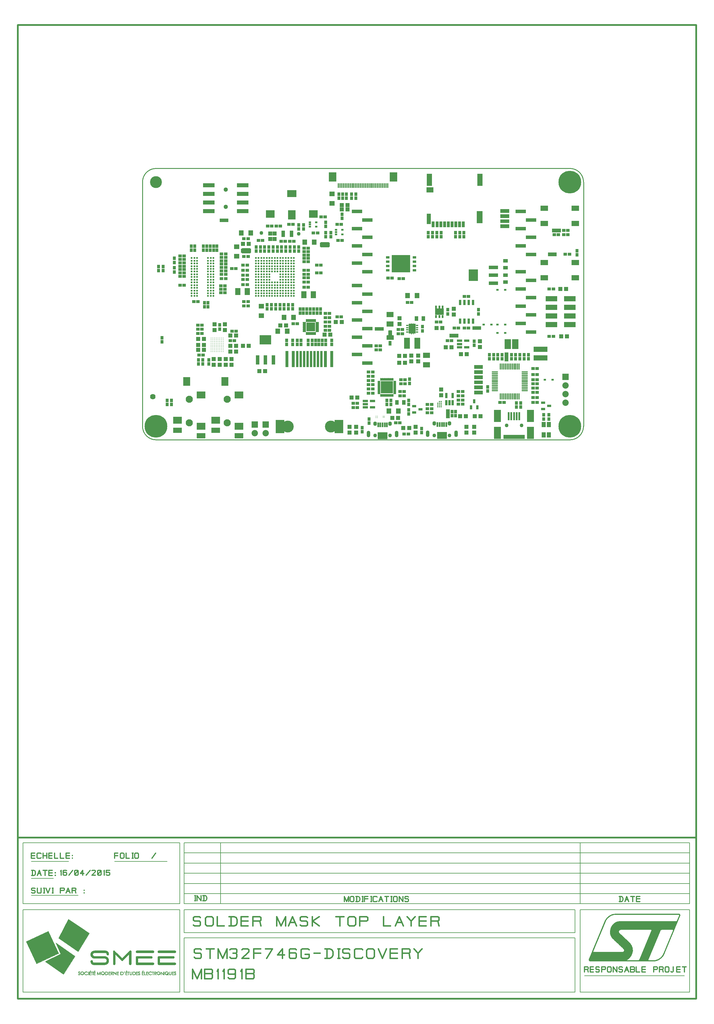
<source format=gbr>
G70*
%FSLAX55Y55*%
%ADD11C,0.00984*%
%ADD12C,0.00394*%
%ADD13C,0.00787*%
%ADD14C,0.01969*%
%ADD15C,0.00197*%
%ADD16C,0.01181*%
%ADD17R,0.04724X0.06299*%
%ADD18R,0.12205X0.04409*%
%ADD19C,0.26378*%
%ADD20R,0.05118X0.04724*%
%ADD21R,0.02362X0.09449*%
%ADD22R,0.08268X0.14173*%
%ADD23R,0.24803X0.05118*%
%ADD24C,0.04331*%
%ADD25R,0.02756X0.02047*%
%ADD26R,0.03543X0.06693*%
%ADD27R,0.08268X0.05906*%
%ADD28R,0.04724X0.12205*%
%ADD29R,0.06693X0.14173*%
%ADD30R,0.05906X0.14173*%
%ADD31R,0.06299X0.14173*%
%ADD32O,0.01406X0.07494*%
%ADD33O,0.01394X0.07494*%
%ADD34O,0.07494X0.01406*%
%ADD35O,0.07494X0.01394*%
%ADD36R,0.06693X0.12992*%
%ADD37R,0.02794X0.06394*%
%ADD38C,0.08268*%
%ADD39R,0.10236X0.06299*%
%ADD40R,0.10236X0.08268*%
%ADD41R,0.08268X0.10236*%
%ADD42R,0.02756X0.02165*%
%ADD43C,0.01181*%
%ADD44R,0.11024X0.04331*%
%ADD45R,0.11024X0.13386*%
%ADD46R,0.04724X0.05118*%
%ADD47R,0.04331X0.11024*%
%ADD48R,0.13386X0.11024*%
%ADD49R,0.08898X0.06378*%
%ADD50R,0.05394X0.06394*%
%ADD51P,0.02131X8X292.500*%
%ADD52R,0.02362X0.03543*%
%ADD53R,0.10236X0.07283*%
%ADD54C,0.13780*%
%ADD55R,0.06000X0.08200*%
%ADD56C,0.06394*%
%ADD57R,0.02953X0.01772*%
%ADD58R,0.08268X0.11181*%
%ADD59R,0.05394X0.04394*%
%ADD60R,0.01575X0.05315*%
%ADD61R,0.08661X0.10630*%
%ADD62R,0.03543X0.18504*%
%ADD63R,0.02756X0.18504*%
%ADD64R,0.10236X0.15748*%
%ADD65R,0.06394X0.05394*%
%AMUSER66*
4, 1, 4, -0.00807, -0.00748, -0.00807, 0.00748, 0.01555, 0.00748, 0.01555, -0.00748, -0.00807, -0.00748, 0.0*
1, 1, 0.01496, -0.00807, 0.00000*%
%ADD66USER66*%
%AMUSER67*
4, 1, 4, 0.00748, -0.00807, -0.00748, -0.00807, -0.00748, 0.01555, 0.00748, 0.01555, 0.00748, -0.00807, 0.0*
1, 1, 0.01496, 0.00000, -0.00807*%
%ADD67USER67*%
%AMUSER68*
4, 1, 4, 0.00807, 0.00748, 0.00807, -0.00748, -0.01555, -0.00748, -0.01555, 0.00748, 0.00807, 0.00748, 0.0*
1, 1, 0.01496, 0.00807, 0.00000*%
%ADD68USER68*%
%AMUSER69*
4, 1, 4, -0.00748, 0.00807, 0.00748, 0.00807, 0.00748, -0.01555, -0.00748, -0.01555, -0.00748, 0.00807, 0.0*
1, 1, 0.01496, 0.00000, 0.00807*%
%ADD69USER69*%
%ADD70R,0.10236X0.10236*%
%ADD71R,0.01969X0.05709*%
%ADD72O,0.04331X0.07480*%
%ADD73O,0.04331X0.05118*%
%ADD74R,0.11418X0.08268*%
%ADD75R,0.13780X0.05118*%
%ADD76C,0.05118*%
%ADD77R,0.10630X0.08268*%
%ADD78R,0.09055X0.10630*%
%ADD79R,0.10236X0.09055*%
%ADD80R,0.05118X0.02756*%
%ADD81R,0.07394X0.07394*%
%ADD82C,0.07394*%
%ADD83R,0.05315X0.05118*%
%ADD84R,0.07480X0.11417*%
%ADD85R,0.08200X0.06000*%
%ADD86C,0.04294*%
%ADD87R,0.02756X0.05118*%
%ADD88R,0.06102X0.02559*%
%ADD89R,0.04181X0.03394*%
%ADD90C,0.00591*%
%ADD91R,0.03346X0.05827*%
%ADD92R,0.02402X0.01575*%
%ADD93R,0.04331X0.07480*%
%ADD94R,0.01575X0.02756*%
%ADD95R,0.02756X0.01575*%
%ADD96R,0.14173X0.14173*%
%ADD97R,0.04331X0.02756*%
%ADD98R,0.21654X0.20079*%
%ADD99C,0.01457*%
%ADD100R,0.03394X0.04181*%
%ADD101C,0.00100*%
%ADD102C,0.01394*%
%ADD103R,0.04394X0.05394*%
%ADD104R,0.02559X0.06102*%
%ADD105R,0.13400X0.06000*%
%ADD106R,0.15843X0.06000*%
%ADD107R,0.04724X0.04724*%
%ADD108R,0.04724X0.04724*%
%ADD109C,0.01575*%
D11*
X164334Y684059D02*
G75*
G03X180082Y668311I15747J-00001D01*
G01X660397Y668311*
G75*
G03X676145Y684059I00001J15747*
G01X676145Y967524*
G75*
G03X660397Y983272I-15747J00001*
G01X180082Y983272*
G75*
G03X164334Y967524I-00001J-15747*
G01X164334Y684059*
D12*
X786435Y118429D02*
X714929Y118422D01*
X713871Y118422*
X713871Y118418*
X712656Y118365*
X711463Y118214*
X710296Y117968*
X709162Y117628*
X708065Y117199*
X707011Y116684*
X706004Y116085*
X705049Y115408*
X704152Y114653*
X703318Y113826*
X702552Y112928*
X701858Y111964*
X701243Y110937*
X700711Y109850*
X682632Y66320*
X682365Y65676*
X682345Y65630*
X682327Y65584*
X682311Y65537*
X682296Y65490*
X682282Y65443*
X682269Y65396*
X682259Y65348*
X682249Y65300*
X682241Y65251*
X682234Y65203*
X682229Y65154*
X682225Y65105*
X682223Y65056*
X682223Y65006*
X682234Y64810*
X682268Y64620*
X682322Y64437*
X682396Y64264*
X682489Y64102*
X682598Y63951*
X682723Y63813*
X682863Y63689*
X683016Y63581*
X683180Y63489*
X683355Y63416*
X683539Y63362*
X683731Y63329*
X683929Y63317*
X756021Y63324*
X757087Y63324*
X757099Y63325*
X757130Y63327*
X757178Y63330*
X757239Y63335*
X757311Y63339*
X757389Y63345*
X757471Y63350*
X757553Y63356*
X757631Y63361*
X757702Y63366*
X757764Y63370*
X757812Y63374*
X757843Y63376*
X757855Y63377*
X758977Y63523*
X760073Y63753*
X761141Y64064*
X762175Y64453*
X763173Y64919*
X764128Y65457*
X765039Y66066*
X765900Y66743*
X766707Y67484*
X767457Y68289*
X768145Y69153*
X768768Y70074*
X769320Y71050*
X769799Y72077*
X770065Y72719*
X788010Y116087*
X788028Y116131*
X788045Y116176*
X788060Y116220*
X788074Y116266*
X788086Y116311*
X788098Y116357*
X788108Y116404*
X788116Y116451*
X788123Y116498*
X788129Y116545*
X788134Y116593*
X788137Y116641*
X788139Y116690*
X788140Y116739*
X788128Y116936*
X788095Y117126*
X788040Y117308*
X787966Y117481*
X787874Y117644*
X787765Y117795*
X787640Y117933*
X787501Y118057*
X787349Y118165*
X787184Y118256*
X787010Y118330*
X786826Y118384*
X786634Y118417*
X786435Y118429*
X701584Y109491D02*
X702065Y110475D01*
X702624Y111411*
X703256Y112296*
X703958Y113126*
X704724Y113897*
X705552Y114604*
X706437Y115243*
X707375Y115811*
X708361Y116302*
X709392Y116714*
X710463Y117041*
X711570Y117280*
X712710Y117426*
X713871Y117481*
X786435Y117487*
X786609Y117467*
X786691Y117443*
X786769Y117411*
X786842Y117371*
X786972Y117268*
X787027Y117207*
X787075Y117140*
X787116Y117068*
X787149Y116991*
X787188Y116826*
X787192Y116717*
X787188Y116653*
X787175Y116570*
X787159Y116511*
X787146Y116473*
X787138Y116454*
X787101Y116365*
X786635Y115238*
X786139Y114040*
X785869Y113387*
X785340Y112109*
X785103Y111537*
X784637Y110410*
X784600Y110321*
X784576Y110259*
X784546Y110201*
X784511Y110145*
X784471Y110092*
X784427Y110044*
X784379Y109999*
X784327Y109958*
X784271Y109922*
X784213Y109891*
X784151Y109865*
X784087Y109844*
X784020Y109829*
X783952Y109819*
X783881Y109816*
X719739Y109816*
X717084Y109604*
X714744Y109002*
X712718Y108058*
X711001Y106822*
X709592Y105343*
X708486Y103670*
X707681Y101854*
X707174Y99942*
X706962Y97985*
X707042Y96031*
X707410Y94131*
X708064Y92333*
X709001Y90686*
X710217Y89241*
X720830Y79311*
X721585Y78605*
X722076Y78146*
X722251Y77982*
X722598Y77592*
X722861Y77195*
X723044Y76796*
X723150Y76400*
X723183Y76014*
X723146Y75644*
X723042Y75295*
X722875Y74974*
X722648Y74686*
X722364Y74437*
X722026Y74233*
X721638Y74080*
X721203Y73984*
X720725Y73951*
X687959Y73949*
X687785Y73969*
X687625Y74025*
X687484Y74113*
X687422Y74168*
X687366Y74229*
X687318Y74296*
X687277Y74368*
X687244Y74445*
X687219Y74525*
X687204Y74610*
X687199Y74697*
X687205Y74784*
X687220Y74867*
X687260Y74987*
X701584Y109491*
X725764Y64251D02*
X725743Y64255D01*
X725722Y64261*
X725702Y64269*
X725684Y64279*
X725667Y64291*
X725652Y64304*
X725638Y64320*
X725626Y64337*
X725616Y64355*
X725607Y64374*
X725602Y64394*
X725598Y64415*
X725597Y64437*
X725597Y64452*
X725602Y64481*
X725612Y64509*
X725626Y64535*
X725634Y64547*
X725654Y64569*
X725665Y64579*
X725690Y64597*
X725707Y64605*
X725711Y64606*
X726299Y64895*
X726910Y65249*
X727535Y65667*
X728167Y66151*
X728796Y66699*
X729415Y67312*
X730015Y67991*
X730587Y68733*
X731123Y69541*
X731615Y70413*
X732055Y71350*
X732433Y72351*
X732742Y73416*
X732973Y74547*
X733105Y75837*
X733086Y77066*
X732938Y78227*
X732684Y79316*
X732347Y80326*
X731949Y81252*
X731514Y82090*
X731063Y82833*
X730619Y83477*
X730206Y84016*
X729845Y84444*
X729559Y84756*
X729371Y84948*
X729303Y85013*
X729135Y85169*
X717932Y95593*
X717389Y96152*
X717119Y96562*
X716946Y96976*
X716862Y97385*
X716861Y97785*
X716935Y98168*
X717075Y98530*
X717276Y98863*
X717528Y99162*
X717825Y99420*
X718159Y99632*
X718523Y99791*
X718909Y99890*
X719310Y99925*
X754233Y99925*
X754322Y99920*
X754407Y99905*
X754489Y99881*
X754567Y99849*
X754640Y99809*
X754708Y99761*
X754770Y99707*
X754826Y99646*
X754875Y99579*
X754916Y99507*
X754949Y99430*
X754973Y99349*
X754988Y99264*
X754993Y99177*
X754993Y99157*
X754992Y99137*
X754991Y99118*
X754989Y99098*
X754986Y99079*
X754983Y99060*
X754980Y99041*
X754976Y99022*
X754972Y99003*
X754967Y98984*
X754961Y98966*
X754956Y98947*
X754949Y98929*
X754943Y98911*
X741292Y65955*
X741090Y65467*
X741020Y65317*
X740938Y65173*
X740844Y65038*
X740740Y64911*
X740626Y64793*
X740502Y64685*
X740369Y64588*
X740228Y64501*
X740079Y64426*
X739924Y64364*
X739762Y64314*
X739595Y64277*
X739422Y64255*
X739246Y64247*
X725983Y64250*
X725764Y64251*
X751244Y65343D02*
X751222Y65298D01*
X751195Y65227*
X751175Y65153*
X751162Y65076*
X751158Y64998*
X751163Y64911*
X751178Y64827*
X751202Y64746*
X751276Y64598*
X751325Y64531*
X751380Y64470*
X751442Y64415*
X751510Y64368*
X751583Y64327*
X751660Y64295*
X751742Y64271*
X751827Y64256*
X751915Y64251*
X756447Y64250*
X757696Y64305*
X758852Y64455*
X759976Y64700*
X761063Y65036*
X762109Y65458*
X763109Y65962*
X764058Y66544*
X764953Y67200*
X765789Y67924*
X766561Y68714*
X767265Y69564*
X767897Y70470*
X768451Y71428*
X768927Y72432*
X768939Y72423*
X775227Y87603*
X779909Y98900*
X779916Y98919*
X779923Y98938*
X779929Y98957*
X779934Y98976*
X779940Y98995*
X779944Y99015*
X779952Y99054*
X779956Y99074*
X779958Y99094*
X779961Y99115*
X779962Y99135*
X779963Y99156*
X779963Y99177*
X779958Y99264*
X779943Y99349*
X779919Y99430*
X779886Y99507*
X779845Y99579*
X779797Y99646*
X779741Y99707*
X779679Y99761*
X779611Y99809*
X779538Y99849*
X779461Y99881*
X779379Y99905*
X779294Y99920*
X779206Y99925*
X779026Y99925*
X767068Y99912*
X766888Y99912*
X766712Y99904*
X766540Y99882*
X766373Y99846*
X766212Y99796*
X766056Y99733*
X765908Y99658*
X765767Y99572*
X765634Y99474*
X765510Y99366*
X765396Y99248*
X765291Y99121*
X765198Y98986*
X765115Y98843*
X765045Y98692*
X764844Y98206*
X751244Y65343*
X683361Y63414D02*
X758143Y63414D01*
X682842Y63708D02*
X759860Y63708D01*
X682561Y64002D02*
X760928Y64002D01*
X682383Y64295D02*
X725662Y64295D01*
X739678Y64295D02*
X751659Y64295D01*
X757483Y64295D02*
X761756Y64295D01*
X682277Y64589D02*
X725679Y64589D01*
X740371Y64589D02*
X751282Y64589D01*
X759467Y64589D02*
X762466Y64589D01*
X682230Y64883D02*
X726274Y64883D01*
X740713Y64883D02*
X751168Y64883D01*
X760567Y64883D02*
X763096Y64883D01*
X682232Y65176D02*
X726785Y65176D01*
X740940Y65176D02*
X751181Y65176D01*
X761411Y65176D02*
X763630Y65176D01*
X682290Y65470D02*
X727241Y65470D01*
X741091Y65470D02*
X751297Y65470D01*
X762132Y65470D02*
X764148Y65470D01*
X682401Y65764D02*
X727661Y65764D01*
X741213Y65764D02*
X751418Y65764D01*
X762715Y65764D02*
X764587Y65764D01*
X682523Y66058D02*
X728045Y66058D01*
X741334Y66058D02*
X751540Y66058D01*
X763264Y66058D02*
X765026Y66058D01*
X682645Y66351D02*
X728397Y66351D01*
X741456Y66351D02*
X751661Y66351D01*
X763743Y66351D02*
X765402Y66351D01*
X682767Y66645D02*
X728734Y66645D01*
X741578Y66645D02*
X751783Y66645D01*
X764196Y66645D02*
X765775Y66645D01*
X682889Y66939D02*
X729038Y66939D01*
X741699Y66939D02*
X751904Y66939D01*
X764597Y66939D02*
X766113Y66939D01*
X683011Y67232D02*
X729334Y67232D01*
X741821Y67232D02*
X752026Y67232D01*
X764991Y67232D02*
X766433Y67232D01*
X683133Y67526D02*
X729604Y67526D01*
X741943Y67526D02*
X752148Y67526D01*
X765330Y67526D02*
X766746Y67526D01*
X683255Y67820D02*
X729864Y67820D01*
X742064Y67820D02*
X752269Y67820D01*
X765668Y67820D02*
X767020Y67820D01*
X683377Y68113D02*
X730109Y68113D01*
X742186Y68113D02*
X752391Y68113D01*
X765974Y68113D02*
X767294Y68113D01*
X683499Y68407D02*
X730336Y68407D01*
X742308Y68407D02*
X752512Y68407D01*
X766261Y68407D02*
X767551Y68407D01*
X683621Y68701D02*
X730562Y68701D01*
X742429Y68701D02*
X752634Y68701D01*
X766549Y68701D02*
X767785Y68701D01*
X683743Y68995D02*
X730761Y68995D01*
X742551Y68995D02*
X752755Y68995D01*
X766794Y68995D02*
X768019Y68995D01*
X683865Y69288D02*
X730956Y69288D01*
X742673Y69288D02*
X752877Y69288D01*
X767037Y69288D02*
X768237Y69288D01*
X683987Y69582D02*
X731147Y69582D01*
X742794Y69582D02*
X752998Y69582D01*
X767278Y69582D02*
X768435Y69582D01*
X684109Y69876D02*
X731312Y69876D01*
X742916Y69876D02*
X753120Y69876D01*
X767483Y69876D02*
X768634Y69876D01*
X684231Y70169D02*
X731478Y70169D01*
X743037Y70169D02*
X753241Y70169D01*
X767687Y70169D02*
X768822Y70169D01*
X684353Y70463D02*
X731639Y70463D01*
X743159Y70463D02*
X753363Y70463D01*
X767892Y70463D02*
X768988Y70463D01*
X684475Y70757D02*
X731777Y70757D01*
X743281Y70757D02*
X753484Y70757D01*
X768063Y70757D02*
X769154Y70757D01*
X684597Y71050D02*
X731915Y71050D01*
X743402Y71050D02*
X753606Y71050D01*
X768233Y71050D02*
X769321Y71050D01*
X684719Y71344D02*
X732052Y71344D01*
X743524Y71344D02*
X753728Y71344D01*
X768403Y71344D02*
X769458Y71344D01*
X684841Y71638D02*
X732164Y71638D01*
X743646Y71638D02*
X753849Y71638D01*
X768550Y71638D02*
X769595Y71638D01*
X684963Y71932D02*
X732275Y71932D01*
X743767Y71932D02*
X753971Y71932D01*
X768690Y71932D02*
X769732Y71932D01*
X685085Y72225D02*
X732386Y72225D01*
X743889Y72225D02*
X754092Y72225D01*
X768829Y72225D02*
X769861Y72225D01*
X685207Y72519D02*
X732482Y72519D01*
X744011Y72519D02*
X754214Y72519D01*
X768979Y72519D02*
X769982Y72519D01*
X685329Y72813D02*
X732567Y72813D01*
X744132Y72813D02*
X754335Y72813D01*
X769101Y72813D02*
X770104Y72813D01*
X685451Y73106D02*
X732652Y73106D01*
X744254Y73106D02*
X754457Y73106D01*
X769222Y73106D02*
X770225Y73106D01*
X685573Y73400D02*
X732737Y73400D01*
X744376Y73400D02*
X754578Y73400D01*
X769344Y73400D02*
X770347Y73400D01*
X685694Y73694D02*
X732799Y73694D01*
X744497Y73694D02*
X754700Y73694D01*
X769466Y73694D02*
X770468Y73694D01*
X685816Y73987D02*
X687731Y73987D01*
X721219Y73987D02*
X732859Y73987D01*
X744619Y73987D02*
X754821Y73987D01*
X769587Y73987D02*
X770590Y73987D01*
X685938Y74281D02*
X687328Y74281D01*
X722106Y74281D02*
X732919Y74281D01*
X744741Y74281D02*
X754943Y74281D01*
X769709Y74281D02*
X770711Y74281D01*
X686060Y74575D02*
X687211Y74575D01*
X722521Y74575D02*
X732976Y74575D01*
X744862Y74575D02*
X755065Y74575D01*
X769831Y74575D02*
X770833Y74575D01*
X686182Y74869D02*
X687220Y74869D01*
X722792Y74869D02*
X733006Y74869D01*
X744984Y74869D02*
X755186Y74869D01*
X769952Y74869D02*
X770954Y74869D01*
X686304Y75162D02*
X687333Y75162D01*
X722973Y75162D02*
X733036Y75162D01*
X745106Y75162D02*
X755308Y75162D01*
X770074Y75162D02*
X771076Y75162D01*
X686426Y75456D02*
X687455Y75456D01*
X723090Y75456D02*
X733066Y75456D01*
X745227Y75456D02*
X755429Y75456D01*
X770196Y75456D02*
X771197Y75456D01*
X686548Y75750D02*
X687577Y75750D01*
X723157Y75750D02*
X733096Y75750D01*
X745349Y75750D02*
X755551Y75750D01*
X770317Y75750D02*
X771319Y75750D01*
X686670Y76043D02*
X687699Y76043D01*
X723181Y76043D02*
X733102Y76043D01*
X745471Y76043D02*
X755672Y76043D01*
X770439Y76043D02*
X771441Y76043D01*
X686792Y76337D02*
X687821Y76337D01*
X723156Y76337D02*
X733097Y76337D01*
X745592Y76337D02*
X755794Y76337D01*
X770561Y76337D02*
X771562Y76337D01*
X686914Y76631D02*
X687943Y76631D01*
X723088Y76631D02*
X733092Y76631D01*
X745714Y76631D02*
X755915Y76631D01*
X770682Y76631D02*
X771684Y76631D01*
X687036Y76924D02*
X688065Y76924D01*
X722985Y76924D02*
X733088Y76924D01*
X745836Y76924D02*
X756037Y76924D01*
X770804Y76924D02*
X771805Y76924D01*
X687158Y77218D02*
X688187Y77218D01*
X722846Y77218D02*
X733066Y77218D01*
X745957Y77218D02*
X756158Y77218D01*
X770925Y77218D02*
X771927Y77218D01*
X687280Y77512D02*
X688309Y77512D01*
X722651Y77512D02*
X733029Y77512D01*
X746079Y77512D02*
X756280Y77512D01*
X771047Y77512D02*
X772048Y77512D01*
X687402Y77806D02*
X688431Y77806D01*
X722408Y77806D02*
X732991Y77806D01*
X746201Y77806D02*
X756401Y77806D01*
X771169Y77806D02*
X772170Y77806D01*
X687524Y78099D02*
X688552Y78099D01*
X722125Y78099D02*
X732954Y78099D01*
X746322Y78099D02*
X756523Y78099D01*
X771290Y78099D02*
X772291Y78099D01*
X687646Y78393D02*
X688674Y78393D01*
X721812Y78393D02*
X732899Y78393D01*
X746444Y78393D02*
X756645Y78393D01*
X771412Y78393D02*
X772413Y78393D01*
X687768Y78687D02*
X688796Y78687D01*
X721498Y78687D02*
X732831Y78687D01*
X746565Y78687D02*
X756766Y78687D01*
X771534Y78687D02*
X772534Y78687D01*
X687890Y78980D02*
X688918Y78980D01*
X721184Y78980D02*
X732762Y78980D01*
X746687Y78980D02*
X756888Y78980D01*
X771655Y78980D02*
X772656Y78980D01*
X688012Y79274D02*
X689040Y79274D01*
X720870Y79274D02*
X732694Y79274D01*
X746809Y79274D02*
X757009Y79274D01*
X771777Y79274D02*
X772777Y79274D01*
X688134Y79568D02*
X689162Y79568D01*
X720556Y79568D02*
X732600Y79568D01*
X746930Y79568D02*
X757131Y79568D01*
X771899Y79568D02*
X772899Y79568D01*
X688256Y79861D02*
X689284Y79861D01*
X720242Y79861D02*
X732502Y79861D01*
X747052Y79861D02*
X757252Y79861D01*
X772020Y79861D02*
X773020Y79861D01*
X688378Y80155D02*
X689406Y80155D01*
X719928Y80155D02*
X732404Y80155D01*
X747174Y80155D02*
X757374Y80155D01*
X772142Y80155D02*
X773142Y80155D01*
X688500Y80449D02*
X689528Y80449D01*
X719614Y80449D02*
X732294Y80449D01*
X747295Y80449D02*
X757495Y80449D01*
X772264Y80449D02*
X773263Y80449D01*
X688622Y80743D02*
X689650Y80743D01*
X719300Y80743D02*
X732168Y80743D01*
X747417Y80743D02*
X757617Y80743D01*
X772385Y80743D02*
X773385Y80743D01*
X688744Y81036D02*
X689772Y81036D01*
X718986Y81036D02*
X732042Y81036D01*
X747539Y81036D02*
X757738Y81036D01*
X772507Y81036D02*
X773507Y81036D01*
X688866Y81330D02*
X689894Y81330D01*
X718673Y81330D02*
X731909Y81330D01*
X747660Y81330D02*
X757860Y81330D01*
X772629Y81330D02*
X773628Y81330D01*
X688988Y81624D02*
X690015Y81624D01*
X718359Y81624D02*
X731756Y81624D01*
X747782Y81624D02*
X757981Y81624D01*
X772750Y81624D02*
X773750Y81624D01*
X689110Y81917D02*
X690137Y81917D01*
X718045Y81917D02*
X731604Y81917D01*
X747904Y81917D02*
X758103Y81917D01*
X772872Y81917D02*
X773871Y81917D01*
X689232Y82211D02*
X690259Y82211D01*
X717731Y82211D02*
X731440Y82211D01*
X748025Y82211D02*
X758225Y82211D01*
X772993Y82211D02*
X773993Y82211D01*
X689354Y82505D02*
X690381Y82505D01*
X717417Y82505D02*
X731262Y82505D01*
X748147Y82505D02*
X758346Y82505D01*
X773115Y82505D02*
X774114Y82505D01*
X689476Y82799D02*
X690503Y82799D01*
X717103Y82799D02*
X731084Y82799D01*
X748269Y82799D02*
X758468Y82799D01*
X773237Y82799D02*
X774236Y82799D01*
X689598Y83092D02*
X690625Y83092D01*
X716789Y83092D02*
X730885Y83092D01*
X748390Y83092D02*
X758589Y83092D01*
X773358Y83092D02*
X774357Y83092D01*
X689720Y83386D02*
X690747Y83386D01*
X716475Y83386D02*
X730682Y83386D01*
X748512Y83386D02*
X758711Y83386D01*
X773480Y83386D02*
X774479Y83386D01*
X689842Y83680D02*
X690869Y83680D01*
X716161Y83680D02*
X730464Y83680D01*
X748634Y83680D02*
X758832Y83680D01*
X773602Y83680D02*
X774600Y83680D01*
X689964Y83973D02*
X690991Y83973D01*
X715847Y83973D02*
X730238Y83973D01*
X748755Y83973D02*
X758954Y83973D01*
X773723Y83973D02*
X774722Y83973D01*
X690086Y84267D02*
X691113Y84267D01*
X715534Y84267D02*
X729994Y84267D01*
X748877Y84267D02*
X759075Y84267D01*
X773845Y84267D02*
X774843Y84267D01*
X690208Y84561D02*
X691235Y84561D01*
X715220Y84561D02*
X729738Y84561D01*
X748999Y84561D02*
X759197Y84561D01*
X773967Y84561D02*
X774965Y84561D01*
X690330Y84854D02*
X691357Y84854D01*
X714906Y84854D02*
X729462Y84854D01*
X749120Y84854D02*
X759318Y84854D01*
X774088Y84854D02*
X775086Y84854D01*
X690452Y85148D02*
X691479Y85148D01*
X714592Y85148D02*
X729157Y85148D01*
X749242Y85148D02*
X759440Y85148D01*
X774210Y85148D02*
X775208Y85148D01*
X690574Y85442D02*
X691600Y85442D01*
X714278Y85442D02*
X728842Y85442D01*
X749364Y85442D02*
X759562Y85442D01*
X774332Y85442D02*
X775329Y85442D01*
X690696Y85736D02*
X691722Y85736D01*
X713964Y85736D02*
X728526Y85736D01*
X749485Y85736D02*
X759683Y85736D01*
X774453Y85736D02*
X775451Y85736D01*
X690818Y86029D02*
X691844Y86029D01*
X713650Y86029D02*
X728211Y86029D01*
X749607Y86029D02*
X759805Y86029D01*
X774575Y86029D02*
X775572Y86029D01*
X690939Y86323D02*
X691966Y86323D01*
X713336Y86323D02*
X727895Y86323D01*
X749729Y86323D02*
X759926Y86323D01*
X774697Y86323D02*
X775694Y86323D01*
X691061Y86617D02*
X692088Y86617D01*
X713022Y86617D02*
X727579Y86617D01*
X749850Y86617D02*
X760048Y86617D01*
X774818Y86617D02*
X775816Y86617D01*
X691183Y86910D02*
X692210Y86910D01*
X712708Y86910D02*
X727264Y86910D01*
X749972Y86910D02*
X760169Y86910D01*
X774940Y86910D02*
X775937Y86910D01*
X691305Y87204D02*
X692332Y87204D01*
X712394Y87204D02*
X726948Y87204D01*
X750093Y87204D02*
X760291Y87204D01*
X775062Y87204D02*
X776059Y87204D01*
X691427Y87498D02*
X692454Y87498D01*
X712081Y87498D02*
X726632Y87498D01*
X750215Y87498D02*
X760412Y87498D01*
X775183Y87498D02*
X776180Y87498D01*
X691549Y87791D02*
X692576Y87791D01*
X711767Y87791D02*
X726317Y87791D01*
X750337Y87791D02*
X760534Y87791D01*
X775305Y87791D02*
X776302Y87791D01*
X691671Y88085D02*
X692698Y88085D01*
X711453Y88085D02*
X726001Y88085D01*
X750458Y88085D02*
X760655Y88085D01*
X775427Y88085D02*
X776423Y88085D01*
X691793Y88379D02*
X692820Y88379D01*
X711139Y88379D02*
X725685Y88379D01*
X750580Y88379D02*
X760777Y88379D01*
X775548Y88379D02*
X776545Y88379D01*
X691915Y88673D02*
X692942Y88673D01*
X710825Y88673D02*
X725370Y88673D01*
X750702Y88673D02*
X760899Y88673D01*
X775670Y88673D02*
X776666Y88673D01*
X692037Y88966D02*
X693064Y88966D01*
X710511Y88966D02*
X725054Y88966D01*
X750823Y88966D02*
X761020Y88966D01*
X775792Y88966D02*
X776788Y88966D01*
X692159Y89260D02*
X693185Y89260D01*
X710201Y89260D02*
X724738Y89260D01*
X750945Y89260D02*
X761142Y89260D01*
X775914Y89260D02*
X776909Y89260D01*
X692281Y89554D02*
X693307Y89554D01*
X709954Y89554D02*
X724423Y89554D01*
X751067Y89554D02*
X761263Y89554D01*
X776035Y89554D02*
X777031Y89554D01*
X692403Y89847D02*
X693429Y89847D01*
X709707Y89847D02*
X724107Y89847D01*
X751188Y89847D02*
X761385Y89847D01*
X776157Y89847D02*
X777152Y89847D01*
X692525Y90141D02*
X693551Y90141D01*
X709460Y90141D02*
X723792Y90141D01*
X751310Y90141D02*
X761506Y90141D01*
X776279Y90141D02*
X777274Y90141D01*
X692647Y90435D02*
X693673Y90435D01*
X709213Y90435D02*
X723476Y90435D01*
X751432Y90435D02*
X761628Y90435D01*
X776400Y90435D02*
X777395Y90435D01*
X692769Y90728D02*
X693795Y90728D01*
X708977Y90728D02*
X723160Y90728D01*
X751553Y90728D02*
X761749Y90728D01*
X776522Y90728D02*
X777517Y90728D01*
X692891Y91022D02*
X693917Y91022D01*
X708810Y91022D02*
X722845Y91022D01*
X751675Y91022D02*
X761871Y91022D01*
X776644Y91022D02*
X777638Y91022D01*
X693013Y91316D02*
X694039Y91316D01*
X708643Y91316D02*
X722529Y91316D01*
X751797Y91316D02*
X761992Y91316D01*
X776766Y91316D02*
X777760Y91316D01*
X693135Y91610D02*
X694161Y91610D01*
X708476Y91610D02*
X722213Y91610D01*
X751918Y91610D02*
X762114Y91610D01*
X776887Y91610D02*
X777881Y91610D01*
X693257Y91903D02*
X694283Y91903D01*
X708309Y91903D02*
X721898Y91903D01*
X752040Y91903D02*
X762235Y91903D01*
X777009Y91903D02*
X778003Y91903D01*
X693379Y92197D02*
X694405Y92197D01*
X708142Y92197D02*
X721582Y92197D01*
X752162Y92197D02*
X762357Y92197D01*
X777131Y92197D02*
X778125Y92197D01*
X693501Y92491D02*
X694527Y92491D01*
X708007Y92491D02*
X721266Y92491D01*
X752283Y92491D02*
X762479Y92491D01*
X777252Y92491D02*
X778246Y92491D01*
X693623Y92784D02*
X694648Y92784D01*
X707900Y92784D02*
X720951Y92784D01*
X752405Y92784D02*
X762600Y92784D01*
X777374Y92784D02*
X778368Y92784D01*
X693745Y93078D02*
X694770Y93078D01*
X707793Y93078D02*
X720635Y93078D01*
X752527Y93078D02*
X762722Y93078D01*
X777496Y93078D02*
X778489Y93078D01*
X693867Y93372D02*
X694892Y93372D01*
X707686Y93372D02*
X720319Y93372D01*
X752648Y93372D02*
X762843Y93372D01*
X777618Y93372D02*
X778611Y93372D01*
X693989Y93665D02*
X695014Y93665D01*
X707580Y93665D02*
X720004Y93665D01*
X752770Y93665D02*
X762965Y93665D01*
X777739Y93665D02*
X778732Y93665D01*
X694111Y93959D02*
X695136Y93959D01*
X707473Y93959D02*
X719688Y93959D01*
X752892Y93959D02*
X763086Y93959D01*
X777861Y93959D02*
X778854Y93959D01*
X694233Y94253D02*
X695258Y94253D01*
X707387Y94253D02*
X719373Y94253D01*
X753013Y94253D02*
X763208Y94253D01*
X777983Y94253D02*
X778975Y94253D01*
X694355Y94547D02*
X695380Y94547D01*
X707330Y94547D02*
X719057Y94547D01*
X753135Y94547D02*
X763329Y94547D01*
X778105Y94547D02*
X779097Y94547D01*
X694477Y94840D02*
X695502Y94840D01*
X707273Y94840D02*
X718741Y94840D01*
X753256Y94840D02*
X763451Y94840D01*
X778226Y94840D02*
X779218Y94840D01*
X694599Y95134D02*
X695624Y95134D01*
X707216Y95134D02*
X718426Y95134D01*
X753378Y95134D02*
X763572Y95134D01*
X778348Y95134D02*
X779340Y95134D01*
X694721Y95428D02*
X695746Y95428D01*
X707159Y95428D02*
X718110Y95428D01*
X753500Y95428D02*
X763694Y95428D01*
X778470Y95428D02*
X779461Y95428D01*
X694843Y95721D02*
X695868Y95721D01*
X707102Y95721D02*
X717808Y95721D01*
X753621Y95721D02*
X763816Y95721D01*
X778591Y95721D02*
X779583Y95721D01*
X694965Y96015D02*
X695990Y96015D01*
X707045Y96015D02*
X717522Y96015D01*
X753743Y96015D02*
X763937Y96015D01*
X778713Y96015D02*
X779704Y96015D01*
X695087Y96309D02*
X696112Y96309D01*
X707031Y96309D02*
X717286Y96309D01*
X753865Y96309D02*
X764059Y96309D01*
X778835Y96309D02*
X779826Y96309D01*
X695209Y96602D02*
X696233Y96602D01*
X707019Y96602D02*
X717102Y96602D01*
X753986Y96602D02*
X764180Y96602D01*
X778957Y96602D02*
X779947Y96602D01*
X695331Y96896D02*
X696355Y96896D01*
X707007Y96896D02*
X716979Y96896D01*
X754108Y96896D02*
X764302Y96896D01*
X779078Y96896D02*
X780069Y96896D01*
X695453Y97190D02*
X696477Y97190D01*
X706995Y97190D02*
X716902Y97190D01*
X754230Y97190D02*
X764423Y97190D01*
X779200Y97190D02*
X780191Y97190D01*
X695575Y97484D02*
X696599Y97484D01*
X706983Y97484D02*
X716862Y97484D01*
X754351Y97484D02*
X764545Y97484D01*
X779322Y97484D02*
X780312Y97484D01*
X695697Y97777D02*
X696721Y97777D01*
X706971Y97777D02*
X716861Y97777D01*
X754473Y97777D02*
X764666Y97777D01*
X779444Y97777D02*
X780434Y97777D01*
X695819Y98071D02*
X696843Y98071D01*
X706972Y98071D02*
X716916Y98071D01*
X754595Y98071D02*
X764788Y98071D01*
X779565Y98071D02*
X780555Y98071D01*
X695941Y98365D02*
X696965Y98365D01*
X707003Y98365D02*
X717011Y98365D01*
X754716Y98365D02*
X764909Y98365D01*
X779687Y98365D02*
X780677Y98365D01*
X696063Y98658D02*
X697087Y98658D01*
X707035Y98658D02*
X717153Y98658D01*
X754838Y98658D02*
X765031Y98658D01*
X779809Y98658D02*
X780798Y98658D01*
X696184Y98952D02*
X697209Y98952D01*
X707067Y98952D02*
X717351Y98952D01*
X754957Y98952D02*
X765178Y98952D01*
X779927Y98952D02*
X780920Y98952D01*
X696306Y99246D02*
X697331Y99246D01*
X707099Y99246D02*
X717624Y99246D01*
X754989Y99246D02*
X765394Y99246D01*
X779959Y99246D02*
X781041Y99246D01*
X696428Y99539D02*
X697453Y99539D01*
X707131Y99539D02*
X718013Y99539D01*
X754897Y99539D02*
X765723Y99539D01*
X779868Y99539D02*
X781163Y99539D01*
X696550Y99833D02*
X697575Y99833D01*
X707163Y99833D02*
X718688Y99833D01*
X754596Y99833D02*
X766332Y99833D01*
X779568Y99833D02*
X781284Y99833D01*
X696672Y100127D02*
X697696Y100127D01*
X707223Y100127D02*
X781406Y100127D01*
X696794Y100421D02*
X697818Y100421D01*
X707301Y100421D02*
X781527Y100421D01*
X696916Y100714D02*
X697940Y100714D01*
X707379Y100714D02*
X781649Y100714D01*
X697038Y101008D02*
X698062Y101008D01*
X707457Y101008D02*
X781770Y101008D01*
X697160Y101302D02*
X698184Y101302D01*
X707535Y101302D02*
X781892Y101302D01*
X697282Y101595D02*
X698306Y101595D01*
X707613Y101595D02*
X782013Y101595D01*
X697404Y101889D02*
X698428Y101889D01*
X707697Y101889D02*
X782135Y101889D01*
X697526Y102183D02*
X698550Y102183D01*
X707827Y102183D02*
X782256Y102183D01*
X697648Y102476D02*
X698672Y102476D01*
X707957Y102476D02*
X782378Y102476D01*
X697770Y102770D02*
X698794Y102770D01*
X708087Y102770D02*
X782500Y102770D01*
X697892Y103064D02*
X698916Y103064D01*
X708218Y103064D02*
X782621Y103064D01*
X698014Y103358D02*
X699038Y103358D01*
X708348Y103358D02*
X782743Y103358D01*
X698136Y103651D02*
X699160Y103651D01*
X708478Y103651D02*
X782864Y103651D01*
X698258Y103945D02*
X699281Y103945D01*
X708668Y103945D02*
X782986Y103945D01*
X698380Y104239D02*
X699403Y104239D01*
X708862Y104239D02*
X783107Y104239D01*
X698502Y104532D02*
X699525Y104532D01*
X709056Y104532D02*
X783229Y104532D01*
X698624Y104826D02*
X699647Y104826D01*
X709250Y104826D02*
X783350Y104826D01*
X698746Y105120D02*
X699769Y105120D01*
X709445Y105120D02*
X783472Y105120D01*
X698868Y105413D02*
X699891Y105413D01*
X709659Y105413D02*
X783593Y105413D01*
X698990Y105707D02*
X700013Y105707D01*
X709939Y105707D02*
X783715Y105707D01*
X699112Y106001D02*
X700135Y106001D01*
X710219Y106001D02*
X783836Y106001D01*
X699234Y106295D02*
X700257Y106295D01*
X710499Y106295D02*
X783958Y106295D01*
X699356Y106588D02*
X700379Y106588D01*
X710779Y106588D02*
X784079Y106588D01*
X699478Y106882D02*
X700501Y106882D01*
X711085Y106882D02*
X784201Y106882D01*
X699600Y107176D02*
X700623Y107176D01*
X711493Y107176D02*
X784322Y107176D01*
X699722Y107469D02*
X700744Y107469D01*
X711901Y107469D02*
X784444Y107469D01*
X699844Y107763D02*
X700866Y107763D01*
X712309Y107763D02*
X784566Y107763D01*
X699966Y108057D02*
X700988Y108057D01*
X712716Y108057D02*
X784687Y108057D01*
X700088Y108350D02*
X701110Y108350D01*
X713346Y108350D02*
X784809Y108350D01*
X700210Y108644D02*
X701232Y108644D01*
X713977Y108644D02*
X784930Y108644D01*
X700332Y108938D02*
X701354Y108938D01*
X714607Y108938D02*
X785052Y108938D01*
X700454Y109232D02*
X701476Y109232D01*
X715636Y109232D02*
X785173Y109232D01*
X700576Y109525D02*
X701600Y109525D01*
X716777Y109525D02*
X785295Y109525D01*
X700698Y109819D02*
X701744Y109819D01*
X783942Y109819D02*
X785416Y109819D01*
X700839Y110113D02*
X701888Y110113D01*
X784486Y110113D02*
X785538Y110113D01*
X700983Y110406D02*
X702031Y110406D01*
X784635Y110406D02*
X785659Y110406D01*
X701127Y110700D02*
X702199Y110700D01*
X784757Y110700D02*
X785781Y110700D01*
X701277Y110994D02*
X702375Y110994D01*
X784879Y110994D02*
X785902Y110994D01*
X701453Y111287D02*
X702550Y111287D01*
X785000Y111287D02*
X786024Y111287D01*
X701629Y111581D02*
X702745Y111581D01*
X785122Y111581D02*
X786145Y111581D01*
X701805Y111875D02*
X702955Y111875D01*
X785243Y111875D02*
X786267Y111875D01*
X702005Y112169D02*
X703165Y112169D01*
X785365Y112169D02*
X786388Y112169D01*
X702216Y112462D02*
X703396Y112462D01*
X785486Y112462D02*
X786510Y112462D01*
X702428Y112756D02*
X703644Y112756D01*
X785608Y112756D02*
X786631Y112756D01*
X702655Y113050D02*
X703893Y113050D01*
X785729Y113050D02*
X786753Y113050D01*
X702906Y113343D02*
X704173Y113343D01*
X785851Y113343D02*
X786875Y113343D01*
X703157Y113637D02*
X704466Y113637D01*
X785973Y113637D02*
X786996Y113637D01*
X703424Y113931D02*
X704764Y113931D01*
X786094Y113931D02*
X787118Y113931D01*
X703720Y114224D02*
X705108Y114224D01*
X786216Y114224D02*
X787239Y114224D01*
X704016Y114518D02*
X705452Y114518D01*
X786337Y114518D02*
X787361Y114518D01*
X704341Y114812D02*
X705840Y114812D01*
X786459Y114812D02*
X787482Y114812D01*
X704690Y115106D02*
X706247Y115106D01*
X786580Y115106D02*
X787604Y115106D01*
X705039Y115399D02*
X706695Y115399D01*
X786702Y115399D02*
X787725Y115399D01*
X705451Y115693D02*
X707180Y115693D01*
X786823Y115693D02*
X787847Y115693D01*
X705864Y115987D02*
X707728Y115987D01*
X786945Y115987D02*
X787968Y115987D01*
X706332Y116280D02*
X708317Y116280D01*
X787066Y116280D02*
X788078Y116280D01*
X706826Y116574D02*
X709042Y116574D01*
X787175Y116574D02*
X788132Y116574D01*
X707387Y116868D02*
X709896Y116868D01*
X787178Y116868D02*
X788132Y116868D01*
X707988Y117161D02*
X711022Y117161D01*
X787060Y117161D02*
X788084Y117161D01*
X708720Y117455D02*
X713322Y117455D01*
X786651Y117455D02*
X787977Y117455D01*
X709566Y117749D02*
X787798Y117749D01*
X710651Y118043D02*
X787517Y118043D01*
X712430Y118336D02*
X786988Y118336D01*
D13*
X212563Y177170D02*
X799177Y177170D01*
X799177Y188981*
X212563Y188981*
X212563Y177170*
X25555Y27563D02*
X207641Y27563D01*
X207641Y123036*
X25555Y123036*
X25555Y27563*
X212563Y188981D02*
X799177Y188981D01*
X799177Y200792*
X212563Y200792*
X212563Y188981*
X35397Y139768D02*
X89728Y139768D01*
X672208Y129926D02*
X254885Y129926D01*
X254885Y200792*
X672208Y200792*
X672208Y129926*
D14*
X807051Y206697D02*
X19649Y206697D01*
X19649Y19689*
X807051Y19689*
X807051Y206697*
X19649Y19689D02*
X807051Y19689D01*
X807051Y1149611*
X19649Y1149611*
X19649Y19689*
D13*
X212563Y141737D02*
X799177Y141737D01*
X799177Y153548*
X212563Y153548*
X212563Y141737*
X212563Y153548D02*
X799177Y153548D01*
X799177Y165359*
X212563Y165359*
X212563Y153548*
X799177Y123233D02*
X672208Y123233D01*
X672208Y27563*
X799177Y27563*
X799177Y123233*
X212563Y165359D02*
X799177Y165359D01*
X799177Y177170*
X212563Y177170*
X212563Y165359*
D15*
G36*
X189334Y51185D02*
X189707Y51185D01*
X189707Y47458*
X189334Y47458*
X189334Y51185*
G37*
X189707Y51185*
X189707Y47458*
X189334Y47458*
X189334Y51185*
G36*
X198483Y51186D02*
X200619Y51186D01*
X200619Y50821*
X198855Y50821*
X198855Y49652*
X200604Y49652*
X200604Y49287*
X198855Y49287*
X198855Y47823*
X200604Y47823*
X200604Y47458*
X198483Y47458*
X198483Y51186*
G37*
X200619Y51186*
X200619Y50821*
X198855Y50821*
X198855Y49652*
X200604Y49652*
X200604Y49287*
X198855Y49287*
X198855Y47823*
X200604Y47823*
X200604Y47458*
X198483Y47458*
X198483Y51186*
G36*
X111498Y47458D02*
X112032Y51186D01*
X112046Y51186*
X113561Y48127*
X115062Y51186*
X115122Y51186*
X115658Y47458*
X115293Y47458*
X114925Y50124*
X113606Y47458*
X113511Y47458*
X112177Y50144*
X111811Y47458*
X111498Y47458*
G37*
X112032Y51186*
X112046Y51186*
X113561Y48127*
X115062Y51186*
X115122Y51186*
X115658Y47458*
X115293Y47458*
X114925Y50124*
X113606Y47458*
X113511Y47458*
X112177Y50144*
X111811Y47458*
X111498Y47458*
G36*
X134538Y51186D02*
X136674Y51186D01*
X136674Y50821*
X134910Y50821*
X134910Y49652*
X136659Y49652*
X136659Y49287*
X134910Y49287*
X134910Y47823*
X136659Y47823*
X136659Y47458*
X134538Y47458*
X134538Y51186*
G37*
X136674Y51186*
X136674Y50821*
X134910Y50821*
X134910Y49652*
X136659Y49652*
X136659Y49287*
X134910Y49287*
X134910Y47823*
X136659Y47823*
X136659Y47458*
X134538Y47458*
X134538Y51186*
G36*
X130699Y47458D02*
X130699Y51186D01*
X130780Y51186*
X133261Y48328*
X133261Y51186*
X133628Y51186*
X133628Y47458*
X133544Y47458*
X131084Y50280*
X131084Y47458*
X130699Y47458*
G37*
X130699Y51186*
X130780Y51186*
X133261Y48328*
X133261Y51186*
X133628Y51186*
X133628Y47458*
X133544Y47458*
X131084Y50280*
X131084Y47458*
X130699Y47458*
G36*
X146851Y50821D02*
X146851Y51186D01*
X148894Y51186*
X148894Y50821*
X148063Y50821*
X148063Y47458*
X147683Y47458*
X147683Y50821*
X146851Y50821*
G37*
X146851Y51186*
X148894Y51186*
X148894Y50821*
X148063Y50821*
X148063Y47458*
X147683Y47458*
X147683Y50821*
X146851Y50821*
G36*
X156694Y51186D02*
X158830Y51186D01*
X158830Y50821*
X157067Y50821*
X157067Y49652*
X158815Y49652*
X158815Y49287*
X157067Y49287*
X157067Y47823*
X158815Y47823*
X158815Y47458*
X156694Y47458*
X156694Y51186*
G37*
X158830Y51186*
X158830Y50821*
X157067Y50821*
X157067Y49652*
X158815Y49652*
X158815Y49287*
X157067Y49287*
X157067Y47823*
X158815Y47823*
X158815Y47458*
X156694Y47458*
X156694Y51186*
G36*
X185551Y47458D02*
X185551Y51186D01*
X185632Y51186*
X188113Y48328*
X188113Y51186*
X188480Y51186*
X188480Y47458*
X188397Y47458*
X185936Y50280*
X185936Y47458*
X185551Y47458*
G37*
X185551Y51186*
X185632Y51186*
X188113Y48328*
X188113Y51186*
X188480Y51186*
X188480Y47458*
X188397Y47458*
X185936Y50280*
X185936Y47458*
X185551Y47458*
G36*
X195467Y51186D02*
X195467Y48879D01*
X195467Y48827*
X195468Y48777*
X195468Y48731*
X195469Y48687*
X195470Y48647*
X195471Y48610*
X195472Y48576*
X195473Y48545*
X195475Y48517*
X195476Y48492*
X195478Y48470*
X195480Y48451*
X195482Y48436*
X195487Y48404*
X195492Y48374*
X195497Y48344*
X195504Y48316*
X195511Y48287*
X195520Y48260*
X195528Y48233*
X195538Y48207*
X195548Y48182*
X195559Y48158*
X195571Y48134*
X195584Y48111*
X195597Y48089*
X195611Y48067*
X195626Y48046*
X195643Y48026*
X195660Y48006*
X195678Y47986*
X195698Y47967*
X195718Y47949*
X195740Y47931*
X195763Y47913*
X195787Y47896*
X195812Y47880*
X195838Y47864*
X195865Y47848*
X195894Y47833*
X195923Y47819*
X195953Y47805*
X195983Y47792*
X196013Y47780*
X196043Y47770*
X196074Y47760*
X196104Y47751*
X196134Y47744*
X196164Y47737*
X196194Y47731*
X196225Y47727*
X196255Y47723*
X196285Y47721*
X196316Y47719*
X196346Y47719*
X196373Y47719*
X196399Y47720*
X196425Y47722*
X196451Y47725*
X196476Y47729*
X196502Y47733*
X196528Y47738*
X196553Y47744*
X196578Y47751*
X196603Y47759*
X196628Y47767*
X196652Y47776*
X196677Y47786*
X196701Y47797*
X196725Y47809*
X196749Y47821*
X196771Y47834*
X196794Y47847*
X196815Y47861*
X196836Y47876*
X196857Y47891*
X196877Y47907*
X196896Y47923*
X196915Y47940*
X196934Y47958*
X196951Y47976*
X196968Y47995*
X196985Y48015*
X197001Y48035*
X197016Y48056*
X197031Y48077*
X197045Y48099*
X197059Y48122*
X197071Y48145*
X197084Y48169*
X197095Y48193*
X197106Y48218*
X197117Y48244*
X197126Y48270*
X197136Y48297*
X197144Y48324*
X197152Y48352*
X197157Y48374*
X197162Y48399*
X197167Y48427*
X197171Y48458*
X197174Y48492*
X197178Y48529*
X197181Y48569*
X197183Y48612*
X197185Y48658*
X197187Y48707*
X197188Y48760*
X197189Y48815*
X197190Y48874*
X197190Y48935*
X197190Y51186*
X197563Y51186*
X197563Y48935*
X197562Y48865*
X197561Y48796*
X197558Y48730*
X197555Y48665*
X197550Y48603*
X197545Y48542*
X197538Y48484*
X197531Y48427*
X197522Y48372*
X197513Y48319*
X197502Y48269*
X197491Y48220*
X197479Y48173*
X197465Y48128*
X197450Y48084*
X197433Y48041*
X197414Y48000*
X197393Y47958*
X197371Y47918*
X197346Y47879*
X197319Y47840*
X197290Y47802*
X197259Y47765*
X197226Y47729*
X197191Y47693*
X197154Y47659*
X197116Y47625*
X197075Y47592*
X197032Y47560*
X196989Y47531*
X196944Y47505*
X196898Y47480*
X196850Y47458*
X196801Y47438*
X196751Y47421*
X196700Y47406*
X196648Y47393*
X196594Y47382*
X196539Y47374*
X196483Y47368*
X196425Y47365*
X196367Y47364*
X196303Y47365*
X196240Y47368*
X196179Y47374*
X196119Y47381*
X196061Y47391*
X196004Y47403*
X195948Y47418*
X195893Y47434*
X195840Y47453*
X195788Y47474*
X195738Y47497*
X195688Y47522*
X195640Y47550*
X195594Y47579*
X195549Y47611*
X195506Y47644*
X195465Y47678*
X195427Y47714*
X195391Y47751*
X195357Y47789*
X195325Y47829*
X195295Y47871*
X195268Y47914*
X195243Y47958*
X195219Y48004*
X195198Y48051*
X195180Y48099*
X195163Y48149*
X195153Y48182*
X195145Y48219*
X195137Y48259*
X195129Y48302*
X195123Y48350*
X195117Y48400*
X195112Y48455*
X195107Y48513*
X195103Y48574*
X195100Y48639*
X195098Y48708*
X195096Y48780*
X195095Y48856*
X195095Y48935*
X195095Y51186*
X195467Y51186*
G37*
X195467Y48879*
X195467Y48827*
X195468Y48777*
X195468Y48731*
X195469Y48687*
X195470Y48647*
X195471Y48610*
X195472Y48576*
X195473Y48545*
X195475Y48517*
X195476Y48492*
X195478Y48470*
X195480Y48451*
X195482Y48436*
X195487Y48404*
X195492Y48374*
X195497Y48344*
X195504Y48316*
X195511Y48287*
X195520Y48260*
X195528Y48233*
X195538Y48207*
X195548Y48182*
X195559Y48158*
X195571Y48134*
X195584Y48111*
X195597Y48089*
X195611Y48067*
X195626Y48046*
X195643Y48026*
X195660Y48006*
X195678Y47986*
X195698Y47967*
X195718Y47949*
X195740Y47931*
X195763Y47913*
X195787Y47896*
X195812Y47880*
X195838Y47864*
X195865Y47848*
X195894Y47833*
X195923Y47819*
X195953Y47805*
X195983Y47792*
X196013Y47780*
X196043Y47770*
X196074Y47760*
X196104Y47751*
X196134Y47744*
X196164Y47737*
X196194Y47731*
X196225Y47727*
X196255Y47723*
X196285Y47721*
X196316Y47719*
X196346Y47719*
X196373Y47719*
X196399Y47720*
X196425Y47722*
X196451Y47725*
X196476Y47729*
X196502Y47733*
X196528Y47738*
X196553Y47744*
X196578Y47751*
X196603Y47759*
X196628Y47767*
X196652Y47776*
X196677Y47786*
X196701Y47797*
X196725Y47809*
X196749Y47821*
X196771Y47834*
X196794Y47847*
X196815Y47861*
X196836Y47876*
X196857Y47891*
X196877Y47907*
X196896Y47923*
X196915Y47940*
X196934Y47958*
X196951Y47976*
X196968Y47995*
X196985Y48015*
X197001Y48035*
X197016Y48056*
X197031Y48077*
X197045Y48099*
X197059Y48122*
X197071Y48145*
X197084Y48169*
X197095Y48193*
X197106Y48218*
X197117Y48244*
X197126Y48270*
X197136Y48297*
X197144Y48324*
X197152Y48352*
X197157Y48374*
X197162Y48399*
X197167Y48427*
X197171Y48458*
X197174Y48492*
X197178Y48529*
X197181Y48569*
X197183Y48612*
X197185Y48658*
X197187Y48707*
X197188Y48760*
X197189Y48815*
X197190Y48874*
X197190Y48935*
X197190Y51186*
X197563Y51186*
X197563Y48935*
X197562Y48865*
X197561Y48796*
X197558Y48730*
X197555Y48665*
X197550Y48603*
X197545Y48542*
X197538Y48484*
X197531Y48427*
X197522Y48372*
X197513Y48319*
X197502Y48269*
X197491Y48220*
X197479Y48173*
X197465Y48128*
X197450Y48084*
X197433Y48041*
X197414Y48000*
X197393Y47958*
X197371Y47918*
X197346Y47879*
X197319Y47840*
X197290Y47802*
X197259Y47765*
X197226Y47729*
X197191Y47693*
X197154Y47659*
X197116Y47625*
X197075Y47592*
X197032Y47560*
X196989Y47531*
X196944Y47505*
X196898Y47480*
X196850Y47458*
X196801Y47438*
X196751Y47421*
X196700Y47406*
X196648Y47393*
X196594Y47382*
X196539Y47374*
X196483Y47368*
X196425Y47365*
X196367Y47364*
X196303Y47365*
X196240Y47368*
X196179Y47374*
X196119Y47381*
X196061Y47391*
X196004Y47403*
X195948Y47418*
X195893Y47434*
X195840Y47453*
X195788Y47474*
X195738Y47497*
X195688Y47522*
X195640Y47550*
X195594Y47579*
X195549Y47611*
X195506Y47644*
X195465Y47678*
X195427Y47714*
X195391Y47751*
X195357Y47789*
X195325Y47829*
X195295Y47871*
X195268Y47914*
X195243Y47958*
X195219Y48004*
X195198Y48051*
X195180Y48099*
X195163Y48149*
X195153Y48182*
X195145Y48219*
X195137Y48259*
X195129Y48302*
X195123Y48350*
X195117Y48400*
X195112Y48455*
X195107Y48513*
X195103Y48574*
X195100Y48639*
X195098Y48708*
X195096Y48780*
X195095Y48856*
X195095Y48935*
X195095Y51186*
X195467Y51186*
G36*
X201194Y48342D02*
X201243Y48257D01*
X201292Y48179*
X201342Y48106*
X201394Y48040*
X201446Y47981*
X201500Y47927*
X201555Y47880*
X201610Y47839*
X201667Y47805*
X201725Y47777*
X201784Y47755*
X201844Y47739*
X201905Y47729*
X201967Y47726*
X201994Y47727*
X202020Y47728*
X202046Y47730*
X202072Y47733*
X202098Y47737*
X202124Y47742*
X202149Y47748*
X202174Y47755*
X202199Y47762*
X202223Y47771*
X202248Y47780*
X202272Y47790*
X202296Y47802*
X202319Y47814*
X202342Y47826*
X202365Y47840*
X202386Y47854*
X202407Y47868*
X202427Y47884*
X202446Y47900*
X202464Y47916*
X202482Y47933*
X202499Y47951*
X202514Y47969*
X202530Y47988*
X202544Y48007*
X202557Y48027*
X202570Y48048*
X202582Y48069*
X202593Y48090*
X202603Y48112*
X202612Y48134*
X202621Y48155*
X202628Y48177*
X202635Y48199*
X202641Y48222*
X202645Y48244*
X202649Y48267*
X202652Y48290*
X202655Y48313*
X202656Y48336*
X202656Y48360*
X202656Y48386*
X202654Y48413*
X202650Y48440*
X202646Y48466*
X202640Y48493*
X202633Y48519*
X202625Y48545*
X202615Y48572*
X202604Y48598*
X202592Y48624*
X202578Y48650*
X202563Y48676*
X202547Y48701*
X202530Y48727*
X202503Y48763*
X202474Y48800*
X202441Y48838*
X202406Y48877*
X202368Y48918*
X202327Y48959*
X202283Y49001*
X202236Y49044*
X202186Y49088*
X202133Y49134*
X202077Y49180*
X202018Y49227*
X201956Y49276*
X201891Y49325*
X201826Y49375*
X201765Y49422*
X201707Y49467*
X201653Y49511*
X201603Y49552*
X201556Y49591*
X201513Y49629*
X201473Y49664*
X201437Y49697*
X201405Y49729*
X201376Y49758*
X201350Y49786*
X201329Y49811*
X201311Y49835*
X201283Y49872*
X201258Y49911*
X201235Y49950*
X201214Y49989*
X201195Y50028*
X201177Y50068*
X201162Y50109*
X201149Y50150*
X201138Y50191*
X201129Y50233*
X201122Y50275*
X201117Y50318*
X201114Y50361*
X201113Y50405*
X201114Y50439*
X201115Y50473*
X201118Y50507*
X201122Y50540*
X201128Y50573*
X201134Y50605*
X201142Y50637*
X201151Y50669*
X201161Y50700*
X201173Y50730*
X201185Y50761*
X201199Y50790*
X201214Y50820*
X201230Y50848*
X201247Y50876*
X201265Y50904*
X201284Y50930*
X201304Y50956*
X201325Y50980*
X201347Y51004*
X201370Y51027*
X201394Y51049*
X201419Y51071*
X201445Y51091*
X201471Y51110*
X201499Y51129*
X201528Y51147*
X201558Y51164*
X201588Y51180*
X201619Y51194*
X201650Y51208*
X201682Y51220*
X201714Y51231*
X201746Y51241*
X201779Y51250*
X201812Y51258*
X201845Y51264*
X201879Y51270*
X201913Y51274*
X201948Y51277*
X201982Y51278*
X202018Y51279*
X202055Y51278*
X202092Y51276*
X202129Y51273*
X202166Y51268*
X202202Y51262*
X202237Y51255*
X202273Y51246*
X202308Y51236*
X202342Y51225*
X202377Y51212*
X202411Y51198*
X202444Y51183*
X202478Y51166*
X202511Y51149*
X202544Y51129*
X202577Y51107*
X202610Y51083*
X202644Y51056*
X202678Y51027*
X202712Y50997*
X202747Y50963*
X202782Y50928*
X202817Y50890*
X202852Y50850*
X202888Y50808*
X202923Y50764*
X202960Y50717*
X202996Y50668*
X202692Y50438*
X202662Y50477*
X202633Y50514*
X202604Y50549*
X202577Y50582*
X202549Y50613*
X202523Y50642*
X202497Y50669*
X202472Y50694*
X202447Y50718*
X202423Y50739*
X202400Y50759*
X202377Y50776*
X202355Y50792*
X202333Y50805*
X202312Y50818*
X202290Y50829*
X202268Y50839*
X202246Y50849*
X202224Y50857*
X202201Y50865*
X202178Y50872*
X202155Y50878*
X202132Y50883*
X202108Y50887*
X202084Y50890*
X202060Y50892*
X202035Y50894*
X202010Y50894*
X201978Y50893*
X201947Y50891*
X201917Y50888*
X201888Y50883*
X201860Y50877*
X201832Y50869*
X201805Y50860*
X201779Y50849*
X201754Y50837*
X201730Y50824*
X201707Y50809*
X201684Y50793*
X201662Y50776*
X201642Y50757*
X201622Y50737*
X201603Y50717*
X201587Y50695*
X201571Y50674*
X201557Y50651*
X201545Y50628*
X201534Y50604*
X201524Y50580*
X201516Y50555*
X201510Y50529*
X201505Y50503*
X201501Y50476*
X201499Y50448*
X201498Y50420*
X201498Y50403*
X201499Y50385*
X201500Y50368*
X201502Y50351*
X201505Y50334*
X201507Y50317*
X201511Y50300*
X201515Y50283*
X201519Y50267*
X201524Y50250*
X201529Y50234*
X201535Y50217*
X201542Y50201*
X201549Y50184*
X201557Y50168*
X201565Y50151*
X201574Y50135*
X201585Y50118*
X201596Y50100*
X201608Y50083*
X201620Y50065*
X201634Y50047*
X201649Y50029*
X201664Y50011*
X201680Y49993*
X201697Y49974*
X201715Y49955*
X201734Y49936*
X201746Y49925*
X201762Y49911*
X201781Y49895*
X201803Y49877*
X201829Y49856*
X201858Y49833*
X201891Y49807*
X201927Y49780*
X201967Y49749*
X202009Y49717*
X202056Y49682*
X202106Y49645*
X202159Y49605*
X202216Y49564*
X202283Y49513*
X202347Y49463*
X202409Y49414*
X202467Y49366*
X202522Y49318*
X202574Y49272*
X202623Y49226*
X202669Y49181*
X202712Y49136*
X202752Y49093*
X202788Y49050*
X202822Y49009*
X202852Y48968*
X202879Y48927*
X202904Y48888*
X202927Y48848*
X202948Y48808*
X202967Y48768*
X202985Y48728*
X203001Y48688*
X203014Y48648*
X203026Y48608*
X203036Y48568*
X203045Y48528*
X203051Y48488*
X203056Y48448*
X203058Y48407*
X203059Y48367*
X203058Y48310*
X203053Y48254*
X203045Y48198*
X203034Y48144*
X203020Y48091*
X203003Y48039*
X202982Y47988*
X202959Y47939*
X202932Y47890*
X202902Y47842*
X202869Y47796*
X202833Y47750*
X202794Y47706*
X202751Y47663*
X202707Y47622*
X202661Y47583*
X202613Y47548*
X202565Y47516*
X202514Y47487*
X202463Y47461*
X202410Y47439*
X202356Y47419*
X202301Y47402*
X202244Y47388*
X202185Y47377*
X202126Y47370*
X202065Y47365*
X202003Y47364*
X201954Y47365*
X201907Y47367*
X201860Y47372*
X201814Y47379*
X201768Y47387*
X201723Y47397*
X201679Y47409*
X201635Y47423*
X201592Y47439*
X201550Y47456*
X201508Y47476*
X201467Y47497*
X201426Y47520*
X201387Y47545*
X201347Y47572*
X201309Y47602*
X201270Y47634*
X201232Y47668*
X201195Y47706*
X201158Y47745*
X201121Y47787*
X201085Y47832*
X201049Y47879*
X201014Y47929*
X200979Y47981*
X200945Y48035*
X200911Y48092*
X200877Y48152*
X201194Y48342*
G37*
X201243Y48257*
X201292Y48179*
X201342Y48106*
X201394Y48040*
X201446Y47981*
X201500Y47927*
X201555Y47880*
X201610Y47839*
X201667Y47805*
X201725Y47777*
X201784Y47755*
X201844Y47739*
X201905Y47729*
X201967Y47726*
X201994Y47727*
X202020Y47728*
X202046Y47730*
X202072Y47733*
X202098Y47737*
X202124Y47742*
X202149Y47748*
X202174Y47755*
X202199Y47762*
X202223Y47771*
X202248Y47780*
X202272Y47790*
X202296Y47802*
X202319Y47814*
X202342Y47826*
X202365Y47840*
X202386Y47854*
X202407Y47868*
X202427Y47884*
X202446Y47900*
X202464Y47916*
X202482Y47933*
X202499Y47951*
X202514Y47969*
X202530Y47988*
X202544Y48007*
X202557Y48027*
X202570Y48048*
X202582Y48069*
X202593Y48090*
X202603Y48112*
X202612Y48134*
X202621Y48155*
X202628Y48177*
X202635Y48199*
X202641Y48222*
X202645Y48244*
X202649Y48267*
X202652Y48290*
X202655Y48313*
X202656Y48336*
X202656Y48360*
X202656Y48386*
X202654Y48413*
X202650Y48440*
X202646Y48466*
X202640Y48493*
X202633Y48519*
X202625Y48545*
X202615Y48572*
X202604Y48598*
X202592Y48624*
X202578Y48650*
X202563Y48676*
X202547Y48701*
X202530Y48727*
X202503Y48763*
X202474Y48800*
X202441Y48838*
X202406Y48877*
X202368Y48918*
X202327Y48959*
X202283Y49001*
X202236Y49044*
X202186Y49088*
X202133Y49134*
X202077Y49180*
X202018Y49227*
X201956Y49276*
X201891Y49325*
X201826Y49375*
X201765Y49422*
X201707Y49467*
X201653Y49511*
X201603Y49552*
X201556Y49591*
X201513Y49629*
X201473Y49664*
X201437Y49697*
X201405Y49729*
X201376Y49758*
X201350Y49786*
X201329Y49811*
X201311Y49835*
X201283Y49872*
X201258Y49911*
X201235Y49950*
X201214Y49989*
X201195Y50028*
X201177Y50068*
X201162Y50109*
X201149Y50150*
X201138Y50191*
X201129Y50233*
X201122Y50275*
X201117Y50318*
X201114Y50361*
X201113Y50405*
X201114Y50439*
X201115Y50473*
X201118Y50507*
X201122Y50540*
X201128Y50573*
X201134Y50605*
X201142Y50637*
X201151Y50669*
X201161Y50700*
X201173Y50730*
X201185Y50761*
X201199Y50790*
X201214Y50820*
X201230Y50848*
X201247Y50876*
X201265Y50904*
X201284Y50930*
X201304Y50956*
X201325Y50980*
X201347Y51004*
X201370Y51027*
X201394Y51049*
X201419Y51071*
X201445Y51091*
X201471Y51110*
X201499Y51129*
X201528Y51147*
X201558Y51164*
X201588Y51180*
X201619Y51194*
X201650Y51208*
X201682Y51220*
X201714Y51231*
X201746Y51241*
X201779Y51250*
X201812Y51258*
X201845Y51264*
X201879Y51270*
X201913Y51274*
X201948Y51277*
X201982Y51278*
X202018Y51279*
X202055Y51278*
X202092Y51276*
X202129Y51273*
X202166Y51268*
X202202Y51262*
X202237Y51255*
X202273Y51246*
X202308Y51236*
X202342Y51225*
X202377Y51212*
X202411Y51198*
X202444Y51183*
X202478Y51166*
X202511Y51149*
X202544Y51129*
X202577Y51107*
X202610Y51083*
X202644Y51056*
X202678Y51027*
X202712Y50997*
X202747Y50963*
X202782Y50928*
X202817Y50890*
X202852Y50850*
X202888Y50808*
X202923Y50764*
X202960Y50717*
X202996Y50668*
X202692Y50438*
X202662Y50477*
X202633Y50514*
X202604Y50549*
X202577Y50582*
X202549Y50613*
X202523Y50642*
X202497Y50669*
X202472Y50694*
X202447Y50718*
X202423Y50739*
X202400Y50759*
X202377Y50776*
X202355Y50792*
X202333Y50805*
X202312Y50818*
X202290Y50829*
X202268Y50839*
X202246Y50849*
X202224Y50857*
X202201Y50865*
X202178Y50872*
X202155Y50878*
X202132Y50883*
X202108Y50887*
X202084Y50890*
X202060Y50892*
X202035Y50894*
X202010Y50894*
X201978Y50893*
X201947Y50891*
X201917Y50888*
X201888Y50883*
X201860Y50877*
X201832Y50869*
X201805Y50860*
X201779Y50849*
X201754Y50837*
X201730Y50824*
X201707Y50809*
X201684Y50793*
X201662Y50776*
X201642Y50757*
X201622Y50737*
X201603Y50717*
X201587Y50695*
X201571Y50674*
X201557Y50651*
X201545Y50628*
X201534Y50604*
X201524Y50580*
X201516Y50555*
X201510Y50529*
X201505Y50503*
X201501Y50476*
X201499Y50448*
X201498Y50420*
X201498Y50403*
X201499Y50385*
X201500Y50368*
X201502Y50351*
X201505Y50334*
X201507Y50317*
X201511Y50300*
X201515Y50283*
X201519Y50267*
X201524Y50250*
X201529Y50234*
X201535Y50217*
X201542Y50201*
X201549Y50184*
X201557Y50168*
X201565Y50151*
X201574Y50135*
X201585Y50118*
X201596Y50100*
X201608Y50083*
X201620Y50065*
X201634Y50047*
X201649Y50029*
X201664Y50011*
X201680Y49993*
X201697Y49974*
X201715Y49955*
X201734Y49936*
X201746Y49925*
X201762Y49911*
X201781Y49895*
X201803Y49877*
X201829Y49856*
X201858Y49833*
X201891Y49807*
X201927Y49780*
X201967Y49749*
X202009Y49717*
X202056Y49682*
X202106Y49645*
X202159Y49605*
X202216Y49564*
X202283Y49513*
X202347Y49463*
X202409Y49414*
X202467Y49366*
X202522Y49318*
X202574Y49272*
X202623Y49226*
X202669Y49181*
X202712Y49136*
X202752Y49093*
X202788Y49050*
X202822Y49009*
X202852Y48968*
X202879Y48927*
X202904Y48888*
X202927Y48848*
X202948Y48808*
X202967Y48768*
X202985Y48728*
X203001Y48688*
X203014Y48648*
X203026Y48608*
X203036Y48568*
X203045Y48528*
X203051Y48488*
X203056Y48448*
X203058Y48407*
X203059Y48367*
X203058Y48310*
X203053Y48254*
X203045Y48198*
X203034Y48144*
X203020Y48091*
X203003Y48039*
X202982Y47988*
X202959Y47939*
X202932Y47890*
X202902Y47842*
X202869Y47796*
X202833Y47750*
X202794Y47706*
X202751Y47663*
X202707Y47622*
X202661Y47583*
X202613Y47548*
X202565Y47516*
X202514Y47487*
X202463Y47461*
X202410Y47439*
X202356Y47419*
X202301Y47402*
X202244Y47388*
X202185Y47377*
X202126Y47370*
X202065Y47365*
X202003Y47364*
X201954Y47365*
X201907Y47367*
X201860Y47372*
X201814Y47379*
X201768Y47387*
X201723Y47397*
X201679Y47409*
X201635Y47423*
X201592Y47439*
X201550Y47456*
X201508Y47476*
X201467Y47497*
X201426Y47520*
X201387Y47545*
X201347Y47572*
X201309Y47602*
X201270Y47634*
X201232Y47668*
X201195Y47706*
X201158Y47745*
X201121Y47787*
X201085Y47832*
X201049Y47879*
X201014Y47929*
X200979Y47981*
X200945Y48035*
X200911Y48092*
X200877Y48152*
X201194Y48342*
X127566Y51186D02*
X128395Y51186D01*
X128478Y51185*
X128556Y51184*
X128631Y51182*
X128701Y51180*
X128767Y51177*
X128829Y51174*
X128888Y51170*
X128942Y51165*
X128991Y51160*
X129037Y51155*
X129079Y51149*
X129117Y51142*
X129150Y51135*
X129197Y51124*
X129242Y51110*
X129287Y51095*
X129330Y51078*
X129371Y51059*
X129412Y51038*
X129451Y51016*
X129489Y50992*
X129526Y50966*
X129561Y50938*
X129595Y50909*
X129628Y50877*
X129659Y50844*
X129690Y50809*
X129718Y50773*
X129745Y50736*
X129769Y50697*
X129792Y50657*
X129812Y50616*
X129830Y50574*
X129846Y50531*
X129859Y50486*
X129871Y50440*
X129881Y50394*
X129888Y50345*
X129893Y50296*
X129897Y50246*
X129898Y50194*
X129897Y50151*
X129895Y50109*
X129891Y50067*
X129886Y50026*
X129879Y49986*
X129871Y49947*
X129862Y49908*
X129851Y49870*
X129838Y49833*
X129825Y49797*
X129809Y49761*
X129792Y49726*
X129774Y49692*
X129755Y49659*
X129733Y49626*
X129711Y49595*
X129688Y49565*
X129663Y49536*
X129637Y49508*
X129609Y49482*
X129581Y49456*
X129551Y49432*
X129520Y49409*
X129487Y49387*
X129453Y49366*
X129419Y49346*
X129382Y49327*
X129345Y49310*
X129306Y49294*
X129265Y49279*
X129222Y49265*
X129176Y49252*
X129129Y49240*
X129080Y49230*
X129028Y49221*
X128975Y49213*
X128919Y49206*
X128862Y49200*
X128802Y49196*
X128740Y49192*
X128676Y49190*
X128610Y49189*
X129951Y47459*
X129490Y47459*
X128149Y49189*
X127939Y49189*
X127939Y47459*
X127566Y47459*
X127566Y51186*
X127940Y49560D02*
X128716Y49560D01*
X128865Y49562*
X128980Y49578*
X129133Y49620*
X129272Y49696*
X129330Y49746*
X129397Y49825*
X129439Y49892*
X129480Y49987*
X129504Y50088*
X129512Y50222*
X129504Y50300*
X129487Y50374*
X129450Y50469*
X129396Y50558*
X129271Y50686*
X129141Y50756*
X129032Y50788*
X128884Y50809*
X128716Y50819*
X127940Y50819*
X127940Y49560*
X127566Y47557D02*
X127939Y47557D01*
X129414Y47557D02*
X129875Y47557D01*
X127566Y47754D02*
X127939Y47754D01*
X129261Y47754D02*
X129722Y47754D01*
X127566Y47951D02*
X127939Y47951D01*
X129109Y47951D02*
X129570Y47951D01*
X127566Y48148D02*
X127939Y48148D01*
X128956Y48148D02*
X129417Y48148D01*
X127566Y48344D02*
X127939Y48344D01*
X128804Y48344D02*
X129265Y48344D01*
X127566Y48541D02*
X127939Y48541D01*
X128651Y48541D02*
X129112Y48541D01*
X127566Y48738D02*
X127939Y48738D01*
X128499Y48738D02*
X128960Y48738D01*
X127566Y48935D02*
X127939Y48935D01*
X128346Y48935D02*
X128807Y48935D01*
X127566Y49132D02*
X127939Y49132D01*
X128194Y49132D02*
X128655Y49132D01*
X127566Y49329D02*
X129385Y49329D01*
X127566Y49525D02*
X129653Y49525D01*
X127566Y49722D02*
X127940Y49722D01*
X129302Y49722D02*
X129790Y49722D01*
X127566Y49919D02*
X127940Y49919D01*
X129450Y49919D02*
X129865Y49919D01*
X127566Y50116D02*
X127940Y50116D01*
X129506Y50116D02*
X129895Y50116D01*
X127566Y50313D02*
X127940Y50313D01*
X129501Y50313D02*
X129892Y50313D01*
X127566Y50510D02*
X127940Y50510D01*
X129425Y50510D02*
X129852Y50510D01*
X127566Y50707D02*
X127940Y50707D01*
X129232Y50707D02*
X129763Y50707D01*
X127566Y50903D02*
X129600Y50903D01*
X127566Y51100D02*
X129271Y51100D01*
G36*
X100195Y50268D02*
X100159Y50312D01*
X100123Y50355*
X100086Y50397*
X100048Y50436*
X100008Y50475*
X99968Y50511*
X99927Y50546*
X99885Y50580*
X99841Y50612*
X99797Y50642*
X99752Y50671*
X99706Y50698*
X99659Y50724*
X99610Y50748*
X99561Y50771*
X99512Y50791*
X99461Y50811*
X99410Y50828*
X99358Y50844*
X99306Y50858*
X99253Y50871*
X99199Y50881*
X99144Y50891*
X99089Y50898*
X99033Y50904*
X98977Y50908*
X98920Y50911*
X98862Y50912*
X98798Y50910*
X98736Y50907*
X98673Y50902*
X98612Y50894*
X98551Y50884*
X98491Y50872*
X98432Y50858*
X98373Y50842*
X98315Y50823*
X98258Y50802*
X98201Y50779*
X98145Y50754*
X98090Y50727*
X98035Y50698*
X97982Y50666*
X97930Y50633*
X97880Y50599*
X97832Y50563*
X97786Y50526*
X97741Y50487*
X97698Y50447*
X97657Y50405*
X97617Y50361*
X97580Y50317*
X97544Y50270*
X97509Y50222*
X97477Y50173*
X97446Y50122*
X97417Y50070*
X97391Y50017*
X97366Y49963*
X97344Y49909*
X97324Y49853*
X97305Y49796*
X97289Y49739*
X97276Y49680*
X97264Y49621*
X97254Y49560*
X97247Y49499*
X97241Y49437*
X97238Y49374*
X97237Y49310*
X97240Y49214*
X97247Y49120*
X97259Y49028*
X97275Y48939*
X97297Y48852*
X97323Y48767*
X97354Y48685*
X97390Y48605*
X97430Y48527*
X97476Y48451*
X97526Y48378*
X97581Y48307*
X97640Y48239*
X97705Y48172*
X97773Y48109*
X97843Y48051*
X97916Y47998*
X97992Y47949*
X98070Y47905*
X98150Y47865*
X98233Y47830*
X98319Y47800*
X98407Y47774*
X98497Y47753*
X98590Y47737*
X98686Y47725*
X98784Y47718*
X98884Y47716*
X98995Y47719*
X99103Y47729*
X99208Y47744*
X99311Y47766*
X99411Y47794*
X99509Y47829*
X99603Y47869*
X99696Y47916*
X99785Y47970*
X99872Y48029*
X99957Y48095*
X100039Y48167*
X100118Y48245*
X100195Y48329*
X100489Y48106*
X100448Y48056*
X100406Y48008*
X100363Y47962*
X100318Y47917*
X100272Y47873*
X100224Y47832*
X100175Y47792*
X100125Y47753*
X100073Y47717*
X100020Y47682*
X99965Y47648*
X99909Y47616*
X99852Y47586*
X99793Y47558*
X99733Y47531*
X99672Y47506*
X99610Y47483*
X99547Y47463*
X99483Y47444*
X99418Y47427*
X99352Y47412*
X99285Y47399*
X99217Y47388*
X99148Y47380*
X99078Y47373*
X99007Y47368*
X98935Y47365*
X98862Y47364*
X98724Y47367*
X98591Y47377*
X98461Y47394*
X98336Y47417*
X98216Y47447*
X98099Y47483*
X97987Y47527*
X97878Y47576*
X97775Y47633*
X97675Y47696*
X97579Y47766*
X97488Y47842*
X97401Y47925*
X97318Y48015*
X97253Y48095*
X97193Y48177*
X97137Y48261*
X97086Y48348*
X97040Y48437*
X96999Y48528*
X96963Y48622*
X96931Y48718*
X96905Y48816*
X96883Y48917*
X96866Y49020*
X96854Y49125*
X96847Y49233*
X96845Y49343*
X96847Y49459*
X96856Y49572*
X96871Y49682*
X96891Y49790*
X96918Y49895*
X96950Y49997*
X96988Y50097*
X97032Y50194*
X97082Y50288*
X97137Y50380*
X97199Y50469*
X97266Y50555*
X97339Y50639*
X97418Y50720*
X97502Y50797*
X97588Y50869*
X97678Y50934*
X97770Y50994*
X97865Y51048*
X97964Y51097*
X98065Y51139*
X98169Y51176*
X98276Y51208*
X98386Y51233*
X98499Y51253*
X98616Y51268*
X98735Y51276*
X98857Y51279*
X98931Y51278*
X99004Y51275*
X99076Y51270*
X99146Y51262*
X99216Y51253*
X99285Y51241*
X99353Y51227*
X99420Y51212*
X99486Y51194*
X99551Y51174*
X99614Y51152*
X99677Y51127*
X99739Y51101*
X99799Y51073*
X99859Y51042*
X99916Y51010*
X99972Y50976*
X100027Y50941*
X100080Y50904*
X100132Y50865*
X100182Y50824*
X100230Y50782*
X100277Y50738*
X100323Y50693*
X100366Y50645*
X100409Y50597*
X100449Y50546*
X100489Y50494*
X100195Y50268*
G37*
X100159Y50312*
X100123Y50355*
X100086Y50397*
X100048Y50436*
X100008Y50475*
X99968Y50511*
X99927Y50546*
X99885Y50580*
X99841Y50612*
X99797Y50642*
X99752Y50671*
X99706Y50698*
X99659Y50724*
X99610Y50748*
X99561Y50771*
X99512Y50791*
X99461Y50811*
X99410Y50828*
X99358Y50844*
X99306Y50858*
X99253Y50871*
X99199Y50881*
X99144Y50891*
X99089Y50898*
X99033Y50904*
X98977Y50908*
X98920Y50911*
X98862Y50912*
X98798Y50910*
X98736Y50907*
X98673Y50902*
X98612Y50894*
X98551Y50884*
X98491Y50872*
X98432Y50858*
X98373Y50842*
X98315Y50823*
X98258Y50802*
X98201Y50779*
X98145Y50754*
X98090Y50727*
X98035Y50698*
X97982Y50666*
X97930Y50633*
X97880Y50599*
X97832Y50563*
X97786Y50526*
X97741Y50487*
X97698Y50447*
X97657Y50405*
X97617Y50361*
X97580Y50317*
X97544Y50270*
X97509Y50222*
X97477Y50173*
X97446Y50122*
X97417Y50070*
X97391Y50017*
X97366Y49963*
X97344Y49909*
X97324Y49853*
X97305Y49796*
X97289Y49739*
X97276Y49680*
X97264Y49621*
X97254Y49560*
X97247Y49499*
X97241Y49437*
X97238Y49374*
X97237Y49310*
X97240Y49214*
X97247Y49120*
X97259Y49028*
X97275Y48939*
X97297Y48852*
X97323Y48767*
X97354Y48685*
X97390Y48605*
X97430Y48527*
X97476Y48451*
X97526Y48378*
X97581Y48307*
X97640Y48239*
X97705Y48172*
X97773Y48109*
X97843Y48051*
X97916Y47998*
X97992Y47949*
X98070Y47905*
X98150Y47865*
X98233Y47830*
X98319Y47800*
X98407Y47774*
X98497Y47753*
X98590Y47737*
X98686Y47725*
X98784Y47718*
X98884Y47716*
X98995Y47719*
X99103Y47729*
X99208Y47744*
X99311Y47766*
X99411Y47794*
X99509Y47829*
X99603Y47869*
X99696Y47916*
X99785Y47970*
X99872Y48029*
X99957Y48095*
X100039Y48167*
X100118Y48245*
X100195Y48329*
X100489Y48106*
X100448Y48056*
X100406Y48008*
X100363Y47962*
X100318Y47917*
X100272Y47873*
X100224Y47832*
X100175Y47792*
X100125Y47753*
X100073Y47717*
X100020Y47682*
X99965Y47648*
X99909Y47616*
X99852Y47586*
X99793Y47558*
X99733Y47531*
X99672Y47506*
X99610Y47483*
X99547Y47463*
X99483Y47444*
X99418Y47427*
X99352Y47412*
X99285Y47399*
X99217Y47388*
X99148Y47380*
X99078Y47373*
X99007Y47368*
X98935Y47365*
X98862Y47364*
X98724Y47367*
X98591Y47377*
X98461Y47394*
X98336Y47417*
X98216Y47447*
X98099Y47483*
X97987Y47527*
X97878Y47576*
X97775Y47633*
X97675Y47696*
X97579Y47766*
X97488Y47842*
X97401Y47925*
X97318Y48015*
X97253Y48095*
X97193Y48177*
X97137Y48261*
X97086Y48348*
X97040Y48437*
X96999Y48528*
X96963Y48622*
X96931Y48718*
X96905Y48816*
X96883Y48917*
X96866Y49020*
X96854Y49125*
X96847Y49233*
X96845Y49343*
X96847Y49459*
X96856Y49572*
X96871Y49682*
X96891Y49790*
X96918Y49895*
X96950Y49997*
X96988Y50097*
X97032Y50194*
X97082Y50288*
X97137Y50380*
X97199Y50469*
X97266Y50555*
X97339Y50639*
X97418Y50720*
X97502Y50797*
X97588Y50869*
X97678Y50934*
X97770Y50994*
X97865Y51048*
X97964Y51097*
X98065Y51139*
X98169Y51176*
X98276Y51208*
X98386Y51233*
X98499Y51253*
X98616Y51268*
X98735Y51276*
X98857Y51279*
X98931Y51278*
X99004Y51275*
X99076Y51270*
X99146Y51262*
X99216Y51253*
X99285Y51241*
X99353Y51227*
X99420Y51212*
X99486Y51194*
X99551Y51174*
X99614Y51152*
X99677Y51127*
X99739Y51101*
X99799Y51073*
X99859Y51042*
X99916Y51010*
X99972Y50976*
X100027Y50941*
X100080Y50904*
X100132Y50865*
X100182Y50824*
X100230Y50782*
X100277Y50738*
X100323Y50693*
X100366Y50645*
X100409Y50597*
X100449Y50546*
X100489Y50494*
X100195Y50268*
G36*
X104822Y50821D02*
X104822Y51186D01*
X106864Y51186*
X106864Y50821*
X106033Y50821*
X106033Y47458*
X105653Y47458*
X105653Y50821*
X104822Y50821*
G37*
X104822Y51186*
X106864Y51186*
X106864Y50821*
X106033Y50821*
X106033Y47458*
X105653Y47458*
X105653Y50821*
X104822Y50821*
G36*
X108666Y52260D02*
X109211Y52260D01*
X108464Y51479*
X108114Y51479*
X108666Y52260*
G37*
X109211Y52260*
X108464Y51479*
X108114Y51479*
X108666Y52260*
G36*
X124766Y51186D02*
X126902Y51186D01*
X126902Y50821*
X125138Y50821*
X125138Y49652*
X126887Y49652*
X126887Y49287*
X125138Y49287*
X125138Y47823*
X126887Y47823*
X126887Y47458*
X124766Y47458*
X124766Y51186*
G37*
X126902Y51186*
X126902Y50821*
X125138Y50821*
X125138Y49652*
X126887Y49652*
X126887Y49287*
X125138Y49287*
X125138Y47823*
X126887Y47823*
X126887Y47458*
X124766Y47458*
X124766Y51186*
G36*
X149816Y51186D02*
X149816Y48879D01*
X149817Y48827*
X149817Y48777*
X149817Y48731*
X149818Y48687*
X149819Y48647*
X149820Y48610*
X149821Y48576*
X149823Y48545*
X149824Y48517*
X149826Y48492*
X149828Y48470*
X149829Y48451*
X149832Y48436*
X149836Y48404*
X149841Y48374*
X149847Y48344*
X149854Y48316*
X149861Y48287*
X149869Y48260*
X149878Y48233*
X149887Y48207*
X149898Y48182*
X149909Y48158*
X149921Y48134*
X149933Y48111*
X149947Y48089*
X149961Y48067*
X149976Y48046*
X149992Y48026*
X150009Y48006*
X150028Y47986*
X150047Y47967*
X150068Y47949*
X150089Y47931*
X150112Y47913*
X150136Y47896*
X150161Y47880*
X150187Y47864*
X150215Y47848*
X150243Y47833*
X150273Y47819*
X150303Y47805*
X150333Y47792*
X150363Y47780*
X150393Y47770*
X150423Y47760*
X150453Y47751*
X150483Y47744*
X150514Y47737*
X150544Y47731*
X150574Y47727*
X150605Y47723*
X150635Y47721*
X150665Y47719*
X150696Y47719*
X150722Y47719*
X150748Y47720*
X150774Y47722*
X150800Y47725*
X150826Y47729*
X150851Y47733*
X150877Y47738*
X150902Y47744*
X150927Y47751*
X150952Y47759*
X150977Y47767*
X151002Y47776*
X151026Y47786*
X151051Y47797*
X151075Y47809*
X151098Y47821*
X151121Y47834*
X151143Y47847*
X151165Y47861*
X151186Y47876*
X151206Y47891*
X151226Y47907*
X151246Y47923*
X151265Y47940*
X151283Y47958*
X151301Y47976*
X151318Y47995*
X151335Y48015*
X151350Y48035*
X151366Y48056*
X151380Y48077*
X151395Y48099*
X151408Y48122*
X151421Y48145*
X151433Y48169*
X151445Y48193*
X151456Y48218*
X151466Y48244*
X151476Y48270*
X151485Y48297*
X151494Y48324*
X151502Y48352*
X151507Y48374*
X151512Y48399*
X151516Y48427*
X151520Y48458*
X151524Y48492*
X151527Y48529*
X151530Y48569*
X151533Y48612*
X151535Y48658*
X151536Y48707*
X151538Y48760*
X151539Y48815*
X151539Y48874*
X151540Y48935*
X151540Y51186*
X151912Y51186*
X151912Y48935*
X151912Y48865*
X151910Y48796*
X151907Y48730*
X151904Y48665*
X151900Y48603*
X151894Y48542*
X151888Y48484*
X151880Y48427*
X151872Y48372*
X151862Y48319*
X151852Y48269*
X151840Y48220*
X151828Y48173*
X151815Y48128*
X151800Y48084*
X151783Y48041*
X151764Y48000*
X151743Y47958*
X151720Y47918*
X151695Y47879*
X151668Y47840*
X151639Y47802*
X151608Y47765*
X151576Y47729*
X151541Y47693*
X151504Y47659*
X151465Y47625*
X151424Y47592*
X151382Y47560*
X151338Y47531*
X151293Y47505*
X151247Y47480*
X151200Y47458*
X151151Y47438*
X151101Y47421*
X151050Y47406*
X150997Y47393*
X150943Y47382*
X150889Y47374*
X150832Y47368*
X150775Y47365*
X150716Y47364*
X150652Y47365*
X150590Y47368*
X150529Y47374*
X150469Y47381*
X150410Y47391*
X150353Y47403*
X150297Y47418*
X150243Y47434*
X150189Y47453*
X150138Y47474*
X150087Y47497*
X150038Y47522*
X149990Y47550*
X149943Y47579*
X149898Y47611*
X149855Y47644*
X149815Y47678*
X149777Y47714*
X149740Y47751*
X149706Y47789*
X149674Y47829*
X149645Y47871*
X149617Y47914*
X149592Y47958*
X149569Y48004*
X149548Y48051*
X149529Y48099*
X149512Y48149*
X149503Y48182*
X149494Y48219*
X149486Y48259*
X149479Y48302*
X149472Y48350*
X149466Y48400*
X149461Y48455*
X149456Y48513*
X149453Y48574*
X149449Y48639*
X149447Y48708*
X149445Y48780*
X149444Y48856*
X149444Y48935*
X149444Y51186*
X149816Y51186*
G37*
X149816Y48879*
X149817Y48827*
X149817Y48777*
X149817Y48731*
X149818Y48687*
X149819Y48647*
X149820Y48610*
X149821Y48576*
X149823Y48545*
X149824Y48517*
X149826Y48492*
X149828Y48470*
X149829Y48451*
X149832Y48436*
X149836Y48404*
X149841Y48374*
X149847Y48344*
X149854Y48316*
X149861Y48287*
X149869Y48260*
X149878Y48233*
X149887Y48207*
X149898Y48182*
X149909Y48158*
X149921Y48134*
X149933Y48111*
X149947Y48089*
X149961Y48067*
X149976Y48046*
X149992Y48026*
X150009Y48006*
X150028Y47986*
X150047Y47967*
X150068Y47949*
X150089Y47931*
X150112Y47913*
X150136Y47896*
X150161Y47880*
X150187Y47864*
X150215Y47848*
X150243Y47833*
X150273Y47819*
X150303Y47805*
X150333Y47792*
X150363Y47780*
X150393Y47770*
X150423Y47760*
X150453Y47751*
X150483Y47744*
X150514Y47737*
X150544Y47731*
X150574Y47727*
X150605Y47723*
X150635Y47721*
X150665Y47719*
X150696Y47719*
X150722Y47719*
X150748Y47720*
X150774Y47722*
X150800Y47725*
X150826Y47729*
X150851Y47733*
X150877Y47738*
X150902Y47744*
X150927Y47751*
X150952Y47759*
X150977Y47767*
X151002Y47776*
X151026Y47786*
X151051Y47797*
X151075Y47809*
X151098Y47821*
X151121Y47834*
X151143Y47847*
X151165Y47861*
X151186Y47876*
X151206Y47891*
X151226Y47907*
X151246Y47923*
X151265Y47940*
X151283Y47958*
X151301Y47976*
X151318Y47995*
X151335Y48015*
X151350Y48035*
X151366Y48056*
X151380Y48077*
X151395Y48099*
X151408Y48122*
X151421Y48145*
X151433Y48169*
X151445Y48193*
X151456Y48218*
X151466Y48244*
X151476Y48270*
X151485Y48297*
X151494Y48324*
X151502Y48352*
X151507Y48374*
X151512Y48399*
X151516Y48427*
X151520Y48458*
X151524Y48492*
X151527Y48529*
X151530Y48569*
X151533Y48612*
X151535Y48658*
X151536Y48707*
X151538Y48760*
X151539Y48815*
X151539Y48874*
X151540Y48935*
X151540Y51186*
X151912Y51186*
X151912Y48935*
X151912Y48865*
X151910Y48796*
X151907Y48730*
X151904Y48665*
X151900Y48603*
X151894Y48542*
X151888Y48484*
X151880Y48427*
X151872Y48372*
X151862Y48319*
X151852Y48269*
X151840Y48220*
X151828Y48173*
X151815Y48128*
X151800Y48084*
X151783Y48041*
X151764Y48000*
X151743Y47958*
X151720Y47918*
X151695Y47879*
X151668Y47840*
X151639Y47802*
X151608Y47765*
X151576Y47729*
X151541Y47693*
X151504Y47659*
X151465Y47625*
X151424Y47592*
X151382Y47560*
X151338Y47531*
X151293Y47505*
X151247Y47480*
X151200Y47458*
X151151Y47438*
X151101Y47421*
X151050Y47406*
X150997Y47393*
X150943Y47382*
X150889Y47374*
X150832Y47368*
X150775Y47365*
X150716Y47364*
X150652Y47365*
X150590Y47368*
X150529Y47374*
X150469Y47381*
X150410Y47391*
X150353Y47403*
X150297Y47418*
X150243Y47434*
X150189Y47453*
X150138Y47474*
X150087Y47497*
X150038Y47522*
X149990Y47550*
X149943Y47579*
X149898Y47611*
X149855Y47644*
X149815Y47678*
X149777Y47714*
X149740Y47751*
X149706Y47789*
X149674Y47829*
X149645Y47871*
X149617Y47914*
X149592Y47958*
X149569Y48004*
X149548Y48051*
X149529Y48099*
X149512Y48149*
X149503Y48182*
X149494Y48219*
X149486Y48259*
X149479Y48302*
X149472Y48350*
X149466Y48400*
X149461Y48455*
X149456Y48513*
X149453Y48574*
X149449Y48639*
X149447Y48708*
X149445Y48780*
X149444Y48856*
X149444Y48935*
X149444Y51186*
X149816Y51186*
G36*
X164760Y52260D02*
X165305Y52260D01*
X164558Y51479*
X164208Y51479*
X164760Y52260*
G37*
X165305Y52260*
X164558Y51479*
X164208Y51479*
X164760Y52260*
G36*
X174636Y50268D02*
X174601Y50312D01*
X174564Y50355*
X174527Y50397*
X174489Y50436*
X174450Y50475*
X174409Y50511*
X174368Y50546*
X174326Y50580*
X174283Y50612*
X174239Y50642*
X174193Y50671*
X174147Y50698*
X174100Y50724*
X174052Y50748*
X174003Y50771*
X173953Y50791*
X173902Y50811*
X173851Y50828*
X173800Y50844*
X173747Y50858*
X173694Y50871*
X173640Y50881*
X173586Y50891*
X173531Y50898*
X173475Y50904*
X173418Y50908*
X173361Y50911*
X173303Y50912*
X173240Y50910*
X173177Y50907*
X173115Y50902*
X173053Y50894*
X172993Y50884*
X172933Y50872*
X172873Y50858*
X172815Y50842*
X172757Y50823*
X172699Y50802*
X172643Y50779*
X172587Y50754*
X172531Y50727*
X172477Y50698*
X172423Y50666*
X172372Y50633*
X172322Y50599*
X172274Y50563*
X172227Y50526*
X172182Y50487*
X172139Y50447*
X172098Y50405*
X172059Y50361*
X172021Y50317*
X171985Y50270*
X171951Y50222*
X171918Y50173*
X171888Y50122*
X171859Y50070*
X171832Y50017*
X171808Y49963*
X171785Y49909*
X171765Y49853*
X171747Y49796*
X171731Y49739*
X171717Y49680*
X171705Y49621*
X171696Y49560*
X171688Y49499*
X171683Y49437*
X171680Y49374*
X171679Y49310*
X171681Y49214*
X171688Y49120*
X171700Y49028*
X171717Y48939*
X171738Y48852*
X171764Y48767*
X171795Y48685*
X171831Y48605*
X171872Y48527*
X171917Y48451*
X171967Y48378*
X172022Y48307*
X172082Y48239*
X172146Y48172*
X172214Y48109*
X172285Y48051*
X172358Y47998*
X172433Y47949*
X172511Y47905*
X172592Y47865*
X172675Y47830*
X172760Y47800*
X172848Y47774*
X172939Y47753*
X173032Y47737*
X173127Y47725*
X173225Y47718*
X173326Y47716*
X173436Y47719*
X173544Y47729*
X173650Y47744*
X173752Y47766*
X173853Y47794*
X173950Y47829*
X174045Y47869*
X174137Y47916*
X174227Y47970*
X174314Y48029*
X174398Y48095*
X174480Y48167*
X174559Y48245*
X174636Y48329*
X174930Y48106*
X174889Y48056*
X174847Y48008*
X174804Y47962*
X174759Y47917*
X174713Y47873*
X174666Y47832*
X174617Y47792*
X174566Y47753*
X174514Y47717*
X174461Y47682*
X174407Y47648*
X174351Y47616*
X174293Y47586*
X174234Y47558*
X174174Y47531*
X174113Y47506*
X174051Y47483*
X173988Y47463*
X173924Y47444*
X173859Y47427*
X173793Y47412*
X173726Y47399*
X173658Y47388*
X173589Y47380*
X173519Y47373*
X173448Y47368*
X173376Y47365*
X173303Y47364*
X173165Y47367*
X173032Y47377*
X172903Y47394*
X172778Y47417*
X172657Y47447*
X172540Y47483*
X172428Y47527*
X172320Y47576*
X172216Y47633*
X172116Y47696*
X172021Y47766*
X171929Y47842*
X171842Y47925*
X171760Y48015*
X171694Y48095*
X171634Y48177*
X171578Y48261*
X171527Y48348*
X171482Y48437*
X171440Y48528*
X171404Y48622*
X171373Y48718*
X171346Y48816*
X171324Y48917*
X171307Y49020*
X171295Y49125*
X171288Y49233*
X171286Y49343*
X171289Y49459*
X171297Y49572*
X171312Y49682*
X171333Y49790*
X171359Y49895*
X171391Y49997*
X171429Y50097*
X171473Y50194*
X171523Y50288*
X171579Y50380*
X171640Y50469*
X171707Y50555*
X171781Y50639*
X171860Y50720*
X171943Y50797*
X172030Y50869*
X172119Y50934*
X172211Y50994*
X172307Y51048*
X172405Y51097*
X172506Y51139*
X172611Y51176*
X172718Y51208*
X172828Y51233*
X172941Y51253*
X173057Y51268*
X173176Y51276*
X173298Y51279*
X173372Y51278*
X173445Y51275*
X173517Y51270*
X173588Y51262*
X173658Y51253*
X173727Y51241*
X173795Y51227*
X173861Y51212*
X173927Y51194*
X173992Y51174*
X174056Y51152*
X174118Y51127*
X174180Y51101*
X174241Y51073*
X174300Y51042*
X174358Y51010*
X174414Y50976*
X174468Y50941*
X174522Y50904*
X174573Y50865*
X174623Y50824*
X174672Y50782*
X174719Y50738*
X174764Y50693*
X174808Y50645*
X174850Y50597*
X174891Y50546*
X174930Y50494*
X174636Y50268*
G37*
X174601Y50312*
X174564Y50355*
X174527Y50397*
X174489Y50436*
X174450Y50475*
X174409Y50511*
X174368Y50546*
X174326Y50580*
X174283Y50612*
X174239Y50642*
X174193Y50671*
X174147Y50698*
X174100Y50724*
X174052Y50748*
X174003Y50771*
X173953Y50791*
X173902Y50811*
X173851Y50828*
X173800Y50844*
X173747Y50858*
X173694Y50871*
X173640Y50881*
X173586Y50891*
X173531Y50898*
X173475Y50904*
X173418Y50908*
X173361Y50911*
X173303Y50912*
X173240Y50910*
X173177Y50907*
X173115Y50902*
X173053Y50894*
X172993Y50884*
X172933Y50872*
X172873Y50858*
X172815Y50842*
X172757Y50823*
X172699Y50802*
X172643Y50779*
X172587Y50754*
X172531Y50727*
X172477Y50698*
X172423Y50666*
X172372Y50633*
X172322Y50599*
X172274Y50563*
X172227Y50526*
X172182Y50487*
X172139Y50447*
X172098Y50405*
X172059Y50361*
X172021Y50317*
X171985Y50270*
X171951Y50222*
X171918Y50173*
X171888Y50122*
X171859Y50070*
X171832Y50017*
X171808Y49963*
X171785Y49909*
X171765Y49853*
X171747Y49796*
X171731Y49739*
X171717Y49680*
X171705Y49621*
X171696Y49560*
X171688Y49499*
X171683Y49437*
X171680Y49374*
X171679Y49310*
X171681Y49214*
X171688Y49120*
X171700Y49028*
X171717Y48939*
X171738Y48852*
X171764Y48767*
X171795Y48685*
X171831Y48605*
X171872Y48527*
X171917Y48451*
X171967Y48378*
X172022Y48307*
X172082Y48239*
X172146Y48172*
X172214Y48109*
X172285Y48051*
X172358Y47998*
X172433Y47949*
X172511Y47905*
X172592Y47865*
X172675Y47830*
X172760Y47800*
X172848Y47774*
X172939Y47753*
X173032Y47737*
X173127Y47725*
X173225Y47718*
X173326Y47716*
X173436Y47719*
X173544Y47729*
X173650Y47744*
X173752Y47766*
X173853Y47794*
X173950Y47829*
X174045Y47869*
X174137Y47916*
X174227Y47970*
X174314Y48029*
X174398Y48095*
X174480Y48167*
X174559Y48245*
X174636Y48329*
X174930Y48106*
X174889Y48056*
X174847Y48008*
X174804Y47962*
X174759Y47917*
X174713Y47873*
X174666Y47832*
X174617Y47792*
X174566Y47753*
X174514Y47717*
X174461Y47682*
X174407Y47648*
X174351Y47616*
X174293Y47586*
X174234Y47558*
X174174Y47531*
X174113Y47506*
X174051Y47483*
X173988Y47463*
X173924Y47444*
X173859Y47427*
X173793Y47412*
X173726Y47399*
X173658Y47388*
X173589Y47380*
X173519Y47373*
X173448Y47368*
X173376Y47365*
X173303Y47364*
X173165Y47367*
X173032Y47377*
X172903Y47394*
X172778Y47417*
X172657Y47447*
X172540Y47483*
X172428Y47527*
X172320Y47576*
X172216Y47633*
X172116Y47696*
X172021Y47766*
X171929Y47842*
X171842Y47925*
X171760Y48015*
X171694Y48095*
X171634Y48177*
X171578Y48261*
X171527Y48348*
X171482Y48437*
X171440Y48528*
X171404Y48622*
X171373Y48718*
X171346Y48816*
X171324Y48917*
X171307Y49020*
X171295Y49125*
X171288Y49233*
X171286Y49343*
X171289Y49459*
X171297Y49572*
X171312Y49682*
X171333Y49790*
X171359Y49895*
X171391Y49997*
X171429Y50097*
X171473Y50194*
X171523Y50288*
X171579Y50380*
X171640Y50469*
X171707Y50555*
X171781Y50639*
X171860Y50720*
X171943Y50797*
X172030Y50869*
X172119Y50934*
X172211Y50994*
X172307Y51048*
X172405Y51097*
X172506Y51139*
X172611Y51176*
X172718Y51208*
X172828Y51233*
X172941Y51253*
X173057Y51268*
X173176Y51276*
X173298Y51279*
X173372Y51278*
X173445Y51275*
X173517Y51270*
X173588Y51262*
X173658Y51253*
X173727Y51241*
X173795Y51227*
X173861Y51212*
X173927Y51194*
X173992Y51174*
X174056Y51152*
X174118Y51127*
X174180Y51101*
X174241Y51073*
X174300Y51042*
X174358Y51010*
X174414Y50976*
X174468Y50941*
X174522Y50904*
X174573Y50865*
X174623Y50824*
X174672Y50782*
X174719Y50738*
X174764Y50693*
X174808Y50645*
X174850Y50597*
X174891Y50546*
X174930Y50494*
X174636Y50268*
G36*
X163498Y51186D02*
X165635Y51186D01*
X165635Y50821*
X163871Y50821*
X163871Y49652*
X165620Y49652*
X165620Y49287*
X163871Y49287*
X163871Y47823*
X165620Y47823*
X165620Y47458*
X163498Y47458*
X163498Y51186*
G37*
X165635Y51186*
X165635Y50821*
X163871Y50821*
X163871Y49652*
X165620Y49652*
X165620Y49287*
X163871Y49287*
X163871Y47823*
X165620Y47823*
X165620Y47458*
X163498Y47458*
X163498Y51186*
G36*
X175308Y50821D02*
X175308Y51186D01*
X177350Y51186*
X177350Y50821*
X176519Y50821*
X176519Y47458*
X176139Y47458*
X176139Y50821*
X175308Y50821*
G37*
X175308Y51186*
X177350Y51186*
X177350Y50821*
X176519Y50821*
X176519Y47458*
X176139Y47458*
X176139Y50821*
X175308Y50821*
X121674Y51185D02*
X121791Y51185D01*
X121904Y51183*
X122012Y51179*
X122115Y51174*
X122213Y51168*
X122307Y51161*
X122396Y51152*
X122480Y51141*
X122560Y51130*
X122635Y51117*
X122705Y51102*
X122771Y51087*
X122832Y51070*
X122888Y51051*
X122964Y51022*
X123038Y50991*
X123110Y50957*
X123179Y50920*
X123245Y50880*
X123309Y50837*
X123371Y50791*
X123431Y50743*
X123487Y50691*
X123542Y50637*
X123594Y50580*
X123644Y50520*
X123691Y50458*
X123736Y50392*
X123778Y50324*
X123817Y50254*
X123853Y50183*
X123885Y50110*
X123915Y50034*
X123941Y49957*
X123965Y49878*
X123985Y49798*
X124002Y49715*
X124016Y49631*
X124027Y49544*
X124035Y49456*
X124040Y49366*
X124041Y49275*
X124040Y49195*
X124036Y49117*
X124030Y49041*
X124021Y48965*
X124010Y48892*
X123997Y48819*
X123981Y48748*
X123962Y48678*
X123941Y48610*
X123918Y48543*
X123892Y48477*
X123863Y48413*
X123832Y48350*
X123799Y48289*
X123764Y48229*
X123727Y48172*
X123689Y48117*
X123649Y48064*
X123608Y48013*
X123565Y47965*
X123521Y47919*
X123475Y47875*
X123428Y47834*
X123380Y47794*
X123330Y47757*
X123278Y47723*
X123225Y47690*
X123171Y47660*
X123114Y47632*
X123054Y47606*
X122991Y47583*
X122924Y47561*
X122855Y47541*
X122782Y47524*
X122706Y47508*
X122628Y47495*
X122545Y47483*
X122460Y47474*
X122372Y47467*
X122280Y47462*
X122185Y47459*
X122087Y47458*
X120901Y47458*
X120901Y51185*
X121674Y51185*
X121257Y50819D02*
X121846Y50816D01*
X122127Y50801*
X122368Y50777*
X122623Y50729*
X122804Y50669*
X122925Y50613*
X123090Y50512*
X123237Y50389*
X123364Y50243*
X123472Y50077*
X123530Y49959*
X123616Y49702*
X123651Y49492*
X123664Y49268*
X123652Y49055*
X123603Y48794*
X123515Y48558*
X123387Y48349*
X123271Y48213*
X123137Y48098*
X122987Y48002*
X122878Y47950*
X122761Y47906*
X122611Y47869*
X122344Y47834*
X121901Y47812*
X121259Y47810*
X121257Y50819*
X120901Y47556D02*
X122907Y47556D01*
X120901Y47753D02*
X123323Y47753D01*
X120901Y47950D02*
X121259Y47950D01*
X122878Y47950D02*
X123551Y47950D01*
X120901Y48147D02*
X121258Y48147D01*
X123194Y48147D02*
X123709Y48147D01*
X120901Y48343D02*
X121258Y48343D01*
X123383Y48343D02*
X123829Y48343D01*
X120901Y48540D02*
X121258Y48540D01*
X123504Y48540D02*
X123916Y48540D01*
X120901Y48737D02*
X121258Y48737D01*
X123582Y48737D02*
X123978Y48737D01*
X120901Y48934D02*
X121258Y48934D01*
X123630Y48934D02*
X124017Y48934D01*
X120901Y49131D02*
X121258Y49131D01*
X123656Y49131D02*
X124037Y49131D01*
X120901Y49328D02*
X121258Y49328D01*
X123660Y49328D02*
X124040Y49328D01*
X120901Y49524D02*
X121258Y49524D01*
X123646Y49524D02*
X124029Y49524D01*
X120901Y49721D02*
X121258Y49721D01*
X123609Y49721D02*
X124001Y49721D01*
X120901Y49918D02*
X121258Y49918D01*
X123544Y49918D02*
X123953Y49918D01*
X120901Y50115D02*
X121257Y50115D01*
X123447Y50115D02*
X123883Y50115D01*
X120901Y50312D02*
X121257Y50312D01*
X123304Y50312D02*
X123785Y50312D01*
X120901Y50509D02*
X121257Y50509D01*
X123094Y50509D02*
X123652Y50509D01*
X120901Y50706D02*
X121257Y50706D01*
X122693Y50706D02*
X123472Y50706D01*
X120901Y50902D02*
X123207Y50902D01*
X120901Y51099D02*
X122718Y51099D01*
X153602Y51185D02*
X153719Y51185D01*
X153832Y51183*
X153940Y51179*
X154043Y51174*
X154141Y51168*
X154235Y51161*
X154324Y51152*
X154408Y51141*
X154488Y51130*
X154563Y51117*
X154633Y51102*
X154699Y51087*
X154760Y51070*
X154816Y51051*
X154892Y51022*
X154966Y50991*
X155038Y50957*
X155107Y50920*
X155173Y50880*
X155237Y50837*
X155299Y50791*
X155359Y50743*
X155415Y50691*
X155470Y50637*
X155522Y50580*
X155572Y50520*
X155619Y50458*
X155664Y50392*
X155706Y50324*
X155745Y50254*
X155781Y50183*
X155813Y50110*
X155843Y50034*
X155869Y49957*
X155893Y49878*
X155913Y49798*
X155930Y49715*
X155944Y49631*
X155955Y49544*
X155963Y49456*
X155968Y49366*
X155969Y49275*
X155968Y49195*
X155964Y49117*
X155958Y49041*
X155949Y48965*
X155938Y48892*
X155925Y48819*
X155909Y48748*
X155890Y48678*
X155869Y48610*
X155846Y48543*
X155820Y48477*
X155791Y48413*
X155760Y48350*
X155727Y48289*
X155692Y48229*
X155655Y48172*
X155617Y48117*
X155577Y48064*
X155536Y48013*
X155493Y47965*
X155449Y47919*
X155403Y47875*
X155356Y47834*
X155308Y47794*
X155258Y47757*
X155206Y47723*
X155153Y47690*
X155099Y47660*
X155042Y47632*
X154982Y47606*
X154919Y47583*
X154852Y47561*
X154783Y47541*
X154710Y47524*
X154634Y47508*
X154556Y47495*
X154473Y47483*
X154388Y47474*
X154300Y47467*
X154208Y47462*
X154113Y47459*
X154015Y47458*
X152829Y47458*
X152829Y51185*
X153602Y51185*
X153185Y50819D02*
X153774Y50816D01*
X154055Y50801*
X154296Y50777*
X154551Y50729*
X154732Y50669*
X154853Y50613*
X155018Y50512*
X155165Y50389*
X155292Y50243*
X155400Y50077*
X155458Y49959*
X155544Y49702*
X155579Y49492*
X155592Y49268*
X155580Y49055*
X155531Y48794*
X155443Y48558*
X155315Y48349*
X155199Y48213*
X155065Y48098*
X154915Y48002*
X154806Y47950*
X154689Y47906*
X154539Y47869*
X154272Y47834*
X153829Y47812*
X153187Y47810*
X153185Y50819*
X152829Y47556D02*
X154835Y47556D01*
X152829Y47753D02*
X155251Y47753D01*
X152829Y47950D02*
X153187Y47950D01*
X154806Y47950D02*
X155479Y47950D01*
X152829Y48147D02*
X153186Y48147D01*
X155122Y48147D02*
X155637Y48147D01*
X152829Y48343D02*
X153186Y48343D01*
X155311Y48343D02*
X155757Y48343D01*
X152829Y48540D02*
X153186Y48540D01*
X155432Y48540D02*
X155844Y48540D01*
X152829Y48737D02*
X153186Y48737D01*
X155510Y48737D02*
X155906Y48737D01*
X152829Y48934D02*
X153186Y48934D01*
X155558Y48934D02*
X155945Y48934D01*
X152829Y49131D02*
X153186Y49131D01*
X155584Y49131D02*
X155965Y49131D01*
X152829Y49328D02*
X153186Y49328D01*
X155588Y49328D02*
X155968Y49328D01*
X152829Y49524D02*
X153186Y49524D01*
X155574Y49524D02*
X155957Y49524D01*
X152829Y49721D02*
X153186Y49721D01*
X155537Y49721D02*
X155929Y49721D01*
X152829Y49918D02*
X153186Y49918D01*
X155472Y49918D02*
X155881Y49918D01*
X152829Y50115D02*
X153185Y50115D01*
X155375Y50115D02*
X155811Y50115D01*
X152829Y50312D02*
X153185Y50312D01*
X155232Y50312D02*
X155713Y50312D01*
X152829Y50509D02*
X153185Y50509D01*
X155022Y50509D02*
X155580Y50509D01*
X152829Y50706D02*
X153185Y50706D01*
X154621Y50706D02*
X155400Y50706D01*
X152829Y50902D02*
X155135Y50902D01*
X152829Y51099D02*
X154646Y51099D01*
G36*
X107634Y59169D02*
X107398Y59192D01*
X107167Y59227*
X106943Y59274*
X106724Y59333*
X106511Y59404*
X106304Y59487*
X106104Y59582*
X105909Y59690*
X105720Y59809*
X105537Y59941*
X105360Y60085*
X105188Y60241*
X105023Y60409*
X104864Y60589*
X104767Y60723*
X104675Y60860*
X104589Y60999*
X104509Y61140*
X104433Y61284*
X104364Y61430*
X104299Y61578*
X104241Y61729*
X104187Y61882*
X104139Y62038*
X104097Y62196*
X104060Y62356*
X104029Y62519*
X104003Y62684*
X104003Y63476*
X104043Y63563*
X104083Y63646*
X104123Y63725*
X104163Y63799*
X104204Y63868*
X104244Y63933*
X104285Y63994*
X104326Y64050*
X104367Y64101*
X104408Y64148*
X104449Y64190*
X104490Y64228*
X104532Y64262*
X104573Y64291*
X104616Y64316*
X104663Y64339*
X104712Y64359*
X104765Y64376*
X104821Y64391*
X104880Y64403*
X104943Y64413*
X105008Y64420*
X105077Y64424*
X105149Y64426*
X105224Y64425*
X105303Y64422*
X105384Y64416*
X105469Y64407*
X105594Y64368*
X105710Y64325*
X105817Y64278*
X105914Y64226*
X106002Y64170*
X106081Y64110*
X106150Y64046*
X106210Y63977*
X106261Y63904*
X106303Y63827*
X106335Y63746*
X106359Y63660*
X106373Y63570*
X106377Y63476*
X106379Y63380*
X106384Y63287*
X106392Y63195*
X106403Y63105*
X106417Y63017*
X106435Y62931*
X106456Y62847*
X106480Y62765*
X106507Y62685*
X106538Y62606*
X106571Y62530*
X106608Y62455*
X106648Y62383*
X106691Y62312*
X106738Y62244*
X106788Y62178*
X106841Y62116*
X106897Y62057*
X106956Y62001*
X107019Y61948*
X107084Y61899*
X107153Y61852*
X107225Y61808*
X107301Y61768*
X107379Y61730*
X107461Y61696*
X107546Y61665*
X107634Y61637*
X120438Y61637*
X120576Y61666*
X120712Y61701*
X120846Y61742*
X120977Y61789*
X121106Y61841*
X121233Y61899*
X121357Y61963*
X121479Y62032*
X121598Y62107*
X121715Y62188*
X121830Y62274*
X121943Y62366*
X122053Y62464*
X122160Y62568*
X122202Y62638*
X122243Y62710*
X122281Y62783*
X122318Y62857*
X122352Y62932*
X122385Y63008*
X122416Y63086*
X122445Y63164*
X122472Y63244*
X122497Y63325*
X122521Y63408*
X122542Y63491*
X122562Y63576*
X122579Y63662*
X122579Y64593*
X122569Y64715*
X122552Y64834*
X122527Y64951*
X122496Y65064*
X122457Y65176*
X122411Y65284*
X122358Y65390*
X122298Y65494*
X122231Y65595*
X122156Y65693*
X122075Y65788*
X121986Y65881*
X121891Y65972*
X121788Y66060*
X121707Y66121*
X121624Y66179*
X121540Y66234*
X121453Y66286*
X121365Y66334*
X121275Y66379*
X121183Y66420*
X121088Y66459*
X120992Y66494*
X120895Y66525*
X120795Y66554*
X120693Y66579*
X120590Y66600*
X120484Y66619*
X108682Y66619*
X108375Y66643*
X108075Y66682*
X107780Y66737*
X107490Y66807*
X107207Y66892*
X106929Y66992*
X106657Y67107*
X106390Y67238*
X106129Y67384*
X105874Y67545*
X105625Y67721*
X105381Y67912*
X105143Y68119*
X104911Y68341*
X104807Y68475*
X104710Y68610*
X104618Y68747*
X104532Y68886*
X104453Y69027*
X104379Y69169*
X104311Y69313*
X104249Y69458*
X104193Y69605*
X104143Y69754*
X104099Y69905*
X104061Y70057*
X104029Y70211*
X104003Y70366*
X104003Y71856*
X104041Y72064*
X104090Y72268*
X104148Y72469*
X104217Y72666*
X104297Y72859*
X104386Y73049*
X104486Y73235*
X104596Y73418*
X104716Y73597*
X104846Y73773*
X104986Y73945*
X105137Y74114*
X105298Y74279*
X105469Y74440*
X105680Y74585*
X105894Y74720*
X106111Y74846*
X106330Y74963*
X106553Y75069*
X106778Y75167*
X107006Y75255*
X107237Y75333*
X107470Y75402*
X107707Y75461*
X107946Y75511*
X108189Y75552*
X108434Y75582*
X108682Y75604*
X121183Y75604*
X121416Y75582*
X121645Y75550*
X121868Y75508*
X122087Y75456*
X122301Y75393*
X122509Y75320*
X122713Y75237*
X122912Y75144*
X123105Y75041*
X123294Y74927*
X123478Y74803*
X123657Y74669*
X123831Y74525*
X124000Y74370*
X124144Y74195*
X124277Y74015*
X124400Y73830*
X124512Y73640*
X124614Y73446*
X124705Y73247*
X124785Y73043*
X124854Y72835*
X124913Y72621*
X124961Y72403*
X124999Y72181*
X125025Y71953*
X125041Y71721*
X125047Y71484*
X125038Y71414*
X125025Y71346*
X125009Y71279*
X124988Y71214*
X124963Y71149*
X124934Y71086*
X124901Y71024*
X124864Y70963*
X124823Y70903*
X124778Y70845*
X124729Y70787*
X124676Y70731*
X124619Y70676*
X124558Y70622*
X124497Y70581*
X124434Y70543*
X124369Y70509*
X124301Y70478*
X124232Y70451*
X124160Y70427*
X124087Y70407*
X124011Y70390*
X123933Y70377*
X123852Y70368*
X123770Y70362*
X123686Y70360*
X123599Y70361*
X123510Y70366*
X123426Y70407*
X123346Y70448*
X123271Y70490*
X123200Y70534*
X123134Y70578*
X123073Y70623*
X123015Y70669*
X122963Y70716*
X122915Y70764*
X122871Y70813*
X122832Y70863*
X122798Y70914*
X122768Y70965*
X122742Y71018*
X122719Y71073*
X122698Y71131*
X122677Y71193*
X122658Y71258*
X122639Y71327*
X122622Y71399*
X122605Y71475*
X122590Y71554*
X122576Y71636*
X122563Y71722*
X122551Y71812*
X122540Y71904*
X122530Y72001*
X122521Y72101*
X122507Y72200*
X122482Y72296*
X122445Y72388*
X122397Y72477*
X122338Y72562*
X122268Y72643*
X122186Y72720*
X122093Y72794*
X121989Y72864*
X121874Y72931*
X121747Y72994*
X121609Y73053*
X121459Y73108*
X121299Y73160*
X108542Y73160*
X108394Y73137*
X108249Y73108*
X108108Y73072*
X107970Y73031*
X107835Y72983*
X107704Y72929*
X107576Y72869*
X107451Y72802*
X107330Y72730*
X107212Y72651*
X107097Y72567*
X106986Y72476*
X106878Y72379*
X106773Y72275*
X106722Y72188*
X106674Y72099*
X106630Y72009*
X106591Y71918*
X106554Y71825*
X106522Y71731*
X106494Y71635*
X106469Y71538*
X106448Y71439*
X106431Y71339*
X106418Y71238*
X106408Y71135*
X106402Y71031*
X106401Y70925*
X106404Y70823*
X106413Y70723*
X106428Y70625*
X106450Y70530*
X106478Y70436*
X106512Y70345*
X106552Y70256*
X106598Y70169*
X106651Y70084*
X106709Y70001*
X106774Y69920*
X106845Y69842*
X106922Y69765*
X107006Y69691*
X107103Y69623*
X107202Y69559*
X107304Y69499*
X107407Y69442*
X107512Y69389*
X107619Y69341*
X107727Y69295*
X107838Y69254*
X107951Y69216*
X108065Y69183*
X108181Y69153*
X108300Y69127*
X108420Y69104*
X108542Y69086*
X120438Y69086*
X120724Y69052*
X121006Y69004*
X121283Y68941*
X121555Y68863*
X121822Y68772*
X122084Y68665*
X122341Y68545*
X122593Y68409*
X122840Y68260*
X123082Y68095*
X123318Y67917*
X123550Y67723*
X123777Y67516*
X124000Y67294*
X124128Y67116*
X124249Y66935*
X124361Y66751*
X124465Y66564*
X124560Y66374*
X124648Y66180*
X124726Y65984*
X124797Y65785*
X124860Y65582*
X124914Y65377*
X124959Y65168*
X124997Y64956*
X125026Y64741*
X125047Y64523*
X125047Y63732*
X125023Y63452*
X124984Y63178*
X124932Y62909*
X124864Y62647*
X124782Y62390*
X124686Y62138*
X124575Y61893*
X124450Y61653*
X124310Y61419*
X124156Y61190*
X123987Y60967*
X123804Y60750*
X123606Y60539*
X123394Y60333*
X123190Y60188*
X122982Y60053*
X122771Y59927*
X122558Y59811*
X122341Y59704*
X122121Y59606*
X121898Y59519*
X121672Y59440*
X121443Y59371*
X121211Y59312*
X120976Y59262*
X120737Y59222*
X120496Y59191*
X120251Y59169*
X107634Y59169*
G37*
X107398Y59192*
X107167Y59227*
X106943Y59274*
X106724Y59333*
X106511Y59404*
X106304Y59487*
X106104Y59582*
X105909Y59690*
X105720Y59809*
X105537Y59941*
X105360Y60085*
X105188Y60241*
X105023Y60409*
X104864Y60589*
X104767Y60723*
X104675Y60860*
X104589Y60999*
X104509Y61140*
X104433Y61284*
X104364Y61430*
X104299Y61578*
X104241Y61729*
X104187Y61882*
X104139Y62038*
X104097Y62196*
X104060Y62356*
X104029Y62519*
X104003Y62684*
X104003Y63476*
X104043Y63563*
X104083Y63646*
X104123Y63725*
X104163Y63799*
X104204Y63868*
X104244Y63933*
X104285Y63994*
X104326Y64050*
X104367Y64101*
X104408Y64148*
X104449Y64190*
X104490Y64228*
X104532Y64262*
X104573Y64291*
X104616Y64316*
X104663Y64339*
X104712Y64359*
X104765Y64376*
X104821Y64391*
X104880Y64403*
X104943Y64413*
X105008Y64420*
X105077Y64424*
X105149Y64426*
X105224Y64425*
X105303Y64422*
X105384Y64416*
X105469Y64407*
X105594Y64368*
X105710Y64325*
X105817Y64278*
X105914Y64226*
X106002Y64170*
X106081Y64110*
X106150Y64046*
X106210Y63977*
X106261Y63904*
X106303Y63827*
X106335Y63746*
X106359Y63660*
X106373Y63570*
X106377Y63476*
X106379Y63380*
X106384Y63287*
X106392Y63195*
X106403Y63105*
X106417Y63017*
X106435Y62931*
X106456Y62847*
X106480Y62765*
X106507Y62685*
X106538Y62606*
X106571Y62530*
X106608Y62455*
X106648Y62383*
X106691Y62312*
X106738Y62244*
X106788Y62178*
X106841Y62116*
X106897Y62057*
X106956Y62001*
X107019Y61948*
X107084Y61899*
X107153Y61852*
X107225Y61808*
X107301Y61768*
X107379Y61730*
X107461Y61696*
X107546Y61665*
X107634Y61637*
X120438Y61637*
X120576Y61666*
X120712Y61701*
X120846Y61742*
X120977Y61789*
X121106Y61841*
X121233Y61899*
X121357Y61963*
X121479Y62032*
X121598Y62107*
X121715Y62188*
X121830Y62274*
X121943Y62366*
X122053Y62464*
X122160Y62568*
X122202Y62638*
X122243Y62710*
X122281Y62783*
X122318Y62857*
X122352Y62932*
X122385Y63008*
X122416Y63086*
X122445Y63164*
X122472Y63244*
X122497Y63325*
X122521Y63408*
X122542Y63491*
X122562Y63576*
X122579Y63662*
X122579Y64593*
X122569Y64715*
X122552Y64834*
X122527Y64951*
X122496Y65064*
X122457Y65176*
X122411Y65284*
X122358Y65390*
X122298Y65494*
X122231Y65595*
X122156Y65693*
X122075Y65788*
X121986Y65881*
X121891Y65972*
X121788Y66060*
X121707Y66121*
X121624Y66179*
X121540Y66234*
X121453Y66286*
X121365Y66334*
X121275Y66379*
X121183Y66420*
X121088Y66459*
X120992Y66494*
X120895Y66525*
X120795Y66554*
X120693Y66579*
X120590Y66600*
X120484Y66619*
X108682Y66619*
X108375Y66643*
X108075Y66682*
X107780Y66737*
X107490Y66807*
X107207Y66892*
X106929Y66992*
X106657Y67107*
X106390Y67238*
X106129Y67384*
X105874Y67545*
X105625Y67721*
X105381Y67912*
X105143Y68119*
X104911Y68341*
X104807Y68475*
X104710Y68610*
X104618Y68747*
X104532Y68886*
X104453Y69027*
X104379Y69169*
X104311Y69313*
X104249Y69458*
X104193Y69605*
X104143Y69754*
X104099Y69905*
X104061Y70057*
X104029Y70211*
X104003Y70366*
X104003Y71856*
X104041Y72064*
X104090Y72268*
X104148Y72469*
X104217Y72666*
X104297Y72859*
X104386Y73049*
X104486Y73235*
X104596Y73418*
X104716Y73597*
X104846Y73773*
X104986Y73945*
X105137Y74114*
X105298Y74279*
X105469Y74440*
X105680Y74585*
X105894Y74720*
X106111Y74846*
X106330Y74963*
X106553Y75069*
X106778Y75167*
X107006Y75255*
X107237Y75333*
X107470Y75402*
X107707Y75461*
X107946Y75511*
X108189Y75552*
X108434Y75582*
X108682Y75604*
X121183Y75604*
X121416Y75582*
X121645Y75550*
X121868Y75508*
X122087Y75456*
X122301Y75393*
X122509Y75320*
X122713Y75237*
X122912Y75144*
X123105Y75041*
X123294Y74927*
X123478Y74803*
X123657Y74669*
X123831Y74525*
X124000Y74370*
X124144Y74195*
X124277Y74015*
X124400Y73830*
X124512Y73640*
X124614Y73446*
X124705Y73247*
X124785Y73043*
X124854Y72835*
X124913Y72621*
X124961Y72403*
X124999Y72181*
X125025Y71953*
X125041Y71721*
X125047Y71484*
X125038Y71414*
X125025Y71346*
X125009Y71279*
X124988Y71214*
X124963Y71149*
X124934Y71086*
X124901Y71024*
X124864Y70963*
X124823Y70903*
X124778Y70845*
X124729Y70787*
X124676Y70731*
X124619Y70676*
X124558Y70622*
X124497Y70581*
X124434Y70543*
X124369Y70509*
X124301Y70478*
X124232Y70451*
X124160Y70427*
X124087Y70407*
X124011Y70390*
X123933Y70377*
X123852Y70368*
X123770Y70362*
X123686Y70360*
X123599Y70361*
X123510Y70366*
X123426Y70407*
X123346Y70448*
X123271Y70490*
X123200Y70534*
X123134Y70578*
X123073Y70623*
X123015Y70669*
X122963Y70716*
X122915Y70764*
X122871Y70813*
X122832Y70863*
X122798Y70914*
X122768Y70965*
X122742Y71018*
X122719Y71073*
X122698Y71131*
X122677Y71193*
X122658Y71258*
X122639Y71327*
X122622Y71399*
X122605Y71475*
X122590Y71554*
X122576Y71636*
X122563Y71722*
X122551Y71812*
X122540Y71904*
X122530Y72001*
X122521Y72101*
X122507Y72200*
X122482Y72296*
X122445Y72388*
X122397Y72477*
X122338Y72562*
X122268Y72643*
X122186Y72720*
X122093Y72794*
X121989Y72864*
X121874Y72931*
X121747Y72994*
X121609Y73053*
X121459Y73108*
X121299Y73160*
X108542Y73160*
X108394Y73137*
X108249Y73108*
X108108Y73072*
X107970Y73031*
X107835Y72983*
X107704Y72929*
X107576Y72869*
X107451Y72802*
X107330Y72730*
X107212Y72651*
X107097Y72567*
X106986Y72476*
X106878Y72379*
X106773Y72275*
X106722Y72188*
X106674Y72099*
X106630Y72009*
X106591Y71918*
X106554Y71825*
X106522Y71731*
X106494Y71635*
X106469Y71538*
X106448Y71439*
X106431Y71339*
X106418Y71238*
X106408Y71135*
X106402Y71031*
X106401Y70925*
X106404Y70823*
X106413Y70723*
X106428Y70625*
X106450Y70530*
X106478Y70436*
X106512Y70345*
X106552Y70256*
X106598Y70169*
X106651Y70084*
X106709Y70001*
X106774Y69920*
X106845Y69842*
X106922Y69765*
X107006Y69691*
X107103Y69623*
X107202Y69559*
X107304Y69499*
X107407Y69442*
X107512Y69389*
X107619Y69341*
X107727Y69295*
X107838Y69254*
X107951Y69216*
X108065Y69183*
X108181Y69153*
X108300Y69127*
X108420Y69104*
X108542Y69086*
X120438Y69086*
X120724Y69052*
X121006Y69004*
X121283Y68941*
X121555Y68863*
X121822Y68772*
X122084Y68665*
X122341Y68545*
X122593Y68409*
X122840Y68260*
X123082Y68095*
X123318Y67917*
X123550Y67723*
X123777Y67516*
X124000Y67294*
X124128Y67116*
X124249Y66935*
X124361Y66751*
X124465Y66564*
X124560Y66374*
X124648Y66180*
X124726Y65984*
X124797Y65785*
X124860Y65582*
X124914Y65377*
X124959Y65168*
X124997Y64956*
X125026Y64741*
X125047Y64523*
X125047Y63732*
X125023Y63452*
X124984Y63178*
X124932Y62909*
X124864Y62647*
X124782Y62390*
X124686Y62138*
X124575Y61893*
X124450Y61653*
X124310Y61419*
X124156Y61190*
X123987Y60967*
X123804Y60750*
X123606Y60539*
X123394Y60333*
X123190Y60188*
X122982Y60053*
X122771Y59927*
X122558Y59811*
X122341Y59704*
X122121Y59606*
X121898Y59519*
X121672Y59440*
X121443Y59371*
X121211Y59312*
X120976Y59262*
X120737Y59222*
X120496Y59191*
X120251Y59169*
X107634Y59169*
G36*
X131203Y59169D02*
X131134Y59181D01*
X131066Y59196*
X130999Y59215*
X130933Y59238*
X130869Y59264*
X130805Y59293*
X130743Y59326*
X130682Y59363*
X130623Y59403*
X130564Y59447*
X130507Y59495*
X130450Y59545*
X130396Y59600*
X130342Y59658*
X130109Y60101*
X130109Y74696*
X130157Y74870*
X130215Y75027*
X130282Y75167*
X130360Y75289*
X130447Y75394*
X130544Y75481*
X130650Y75552*
X130766Y75604*
X130892Y75640*
X131028Y75658*
X131174Y75659*
X131329Y75642*
X131494Y75609*
X131669Y75557*
X140631Y66805*
X149430Y75744*
X149617Y75790*
X150245Y75790*
X150781Y75488*
X150826Y75434*
X150868Y75380*
X150907Y75326*
X150944Y75271*
X150978Y75216*
X151008Y75160*
X151036Y75104*
X151062Y75047*
X151084Y74989*
X151103Y74932*
X151120Y74874*
X151134Y74815*
X151145Y74756*
X151153Y74696*
X151153Y60333*
X151121Y60176*
X151080Y60030*
X151028Y59896*
X150967Y59773*
X150895Y59661*
X150814Y59561*
X150722Y59472*
X150621Y59394*
X150509Y59328*
X150388Y59274*
X150257Y59231*
X150115Y59199*
X149964Y59178*
X149803Y59169*
X149733Y59181*
X149665Y59196*
X149599Y59215*
X149533Y59238*
X149468Y59264*
X149405Y59293*
X149343Y59326*
X149282Y59363*
X149222Y59403*
X149164Y59447*
X149106Y59495*
X149050Y59545*
X148995Y59600*
X148942Y59658*
X148685Y60217*
X148685Y71484*
X141050Y63872*
X141003Y63844*
X140956Y63820*
X140909Y63800*
X140862Y63784*
X140814Y63772*
X140766Y63765*
X140718Y63761*
X140670Y63761*
X140621Y63766*
X140572Y63774*
X140523Y63786*
X140474Y63803*
X140425Y63824*
X140375Y63848*
X132553Y71367*
X132507Y71298*
X132507Y60101*
X132479Y60031*
X132447Y59964*
X132413Y59898*
X132375Y59834*
X132335Y59772*
X132291Y59711*
X132245Y59652*
X132195Y59595*
X132142Y59539*
X132086Y59485*
X132027Y59433*
X131965Y59382*
X131900Y59333*
X131832Y59286*
X131203Y59169*
G37*
X131134Y59181*
X131066Y59196*
X130999Y59215*
X130933Y59238*
X130869Y59264*
X130805Y59293*
X130743Y59326*
X130682Y59363*
X130623Y59403*
X130564Y59447*
X130507Y59495*
X130450Y59545*
X130396Y59600*
X130342Y59658*
X130109Y60101*
X130109Y74696*
X130157Y74870*
X130215Y75027*
X130282Y75167*
X130360Y75289*
X130447Y75394*
X130544Y75481*
X130650Y75552*
X130766Y75604*
X130892Y75640*
X131028Y75658*
X131174Y75659*
X131329Y75642*
X131494Y75609*
X131669Y75557*
X140631Y66805*
X149430Y75744*
X149617Y75790*
X150245Y75790*
X150781Y75488*
X150826Y75434*
X150868Y75380*
X150907Y75326*
X150944Y75271*
X150978Y75216*
X151008Y75160*
X151036Y75104*
X151062Y75047*
X151084Y74989*
X151103Y74932*
X151120Y74874*
X151134Y74815*
X151145Y74756*
X151153Y74696*
X151153Y60333*
X151121Y60176*
X151080Y60030*
X151028Y59896*
X150967Y59773*
X150895Y59661*
X150814Y59561*
X150722Y59472*
X150621Y59394*
X150509Y59328*
X150388Y59274*
X150257Y59231*
X150115Y59199*
X149964Y59178*
X149803Y59169*
X149733Y59181*
X149665Y59196*
X149599Y59215*
X149533Y59238*
X149468Y59264*
X149405Y59293*
X149343Y59326*
X149282Y59363*
X149222Y59403*
X149164Y59447*
X149106Y59495*
X149050Y59545*
X148995Y59600*
X148942Y59658*
X148685Y60217*
X148685Y71484*
X141050Y63872*
X141003Y63844*
X140956Y63820*
X140909Y63800*
X140862Y63784*
X140814Y63772*
X140766Y63765*
X140718Y63761*
X140670Y63761*
X140621Y63766*
X140572Y63774*
X140523Y63786*
X140474Y63803*
X140425Y63824*
X140375Y63848*
X132553Y71367*
X132507Y71298*
X132507Y60101*
X132479Y60031*
X132447Y59964*
X132413Y59898*
X132375Y59834*
X132335Y59772*
X132291Y59711*
X132245Y59652*
X132195Y59595*
X132142Y59539*
X132086Y59485*
X132027Y59433*
X131965Y59382*
X131900Y59333*
X131832Y59286*
X131203Y59169*
G36*
X157588Y59169D02*
X157555Y59179D01*
X157522Y59190*
X157489Y59200*
X157456Y59211*
X157423Y59222*
X157391Y59233*
X157358Y59245*
X157326Y59257*
X157294Y59269*
X157262Y59281*
X157230Y59294*
X157198Y59306*
X157166Y59319*
X157134Y59332*
X157103Y59346*
X157072Y59362*
X157041Y59378*
X157011Y59397*
X156981Y59416*
X156951Y59438*
X156922Y59460*
X156893Y59484*
X156864Y59510*
X156836Y59536*
X156808Y59565*
X156781Y59594*
X156754Y59626*
X156727Y59658*
X156494Y60101*
X156494Y68155*
X156530Y68262*
X156572Y68362*
X156620Y68456*
X156673Y68544*
X156732Y68626*
X156796Y68702*
X156867Y68772*
X156943Y68835*
X157024Y68892*
X157112Y68943*
X157205Y68988*
X157304Y69027*
X157408Y69060*
X157519Y69086*
X174652Y69086*
X175327Y68714*
X175353Y68677*
X175378Y68640*
X175402Y68603*
X175425Y68566*
X175448Y68529*
X175469Y68492*
X175490Y68454*
X175509Y68417*
X175528Y68379*
X175545Y68342*
X175562Y68304*
X175577Y68266*
X175592Y68228*
X175606Y68190*
X175618Y68151*
X175629Y68111*
X175638Y68070*
X175646Y68028*
X175652Y67985*
X175656Y67941*
X175658Y67896*
X175659Y67850*
X175658Y67802*
X175656Y67754*
X175652Y67704*
X175646Y67654*
X175638Y67602*
X175629Y67550*
X175327Y66991*
X175300Y66974*
X175273Y66958*
X175247Y66942*
X175220Y66926*
X175194Y66911*
X175167Y66895*
X175140Y66880*
X175114Y66865*
X175087Y66851*
X175061Y66836*
X175034Y66822*
X175007Y66808*
X174981Y66795*
X174954Y66781*
X174927Y66768*
X174900Y66755*
X174872Y66742*
X174844Y66730*
X174815Y66718*
X174786Y66706*
X174756Y66694*
X174726Y66683*
X174695Y66671*
X174664Y66660*
X174633Y66650*
X174601Y66639*
X174568Y66629*
X174535Y66619*
X158892Y66619*
X158892Y61637*
X176491Y61637*
X176629Y61608*
X176757Y61570*
X176876Y61522*
X176985Y61464*
X177084Y61396*
X177173Y61317*
X177253Y61229*
X177323Y61131*
X177383Y61023*
X177434Y60905*
X177474Y60777*
X177505Y60639*
X177527Y60491*
X177538Y60333*
X177507Y60194*
X177469Y60064*
X177422Y59943*
X177367Y59830*
X177304Y59725*
X177233Y59629*
X177154Y59542*
X177067Y59463*
X176971Y59393*
X176868Y59331*
X176757Y59278*
X176637Y59233*
X176510Y59197*
X176374Y59169*
X157588Y59169*
G37*
X157555Y59179*
X157522Y59190*
X157489Y59200*
X157456Y59211*
X157423Y59222*
X157391Y59233*
X157358Y59245*
X157326Y59257*
X157294Y59269*
X157262Y59281*
X157230Y59294*
X157198Y59306*
X157166Y59319*
X157134Y59332*
X157103Y59346*
X157072Y59362*
X157041Y59378*
X157011Y59397*
X156981Y59416*
X156951Y59438*
X156922Y59460*
X156893Y59484*
X156864Y59510*
X156836Y59536*
X156808Y59565*
X156781Y59594*
X156754Y59626*
X156727Y59658*
X156494Y60101*
X156494Y68155*
X156530Y68262*
X156572Y68362*
X156620Y68456*
X156673Y68544*
X156732Y68626*
X156796Y68702*
X156867Y68772*
X156943Y68835*
X157024Y68892*
X157112Y68943*
X157205Y68988*
X157304Y69027*
X157408Y69060*
X157519Y69086*
X174652Y69086*
X175327Y68714*
X175353Y68677*
X175378Y68640*
X175402Y68603*
X175425Y68566*
X175448Y68529*
X175469Y68492*
X175490Y68454*
X175509Y68417*
X175528Y68379*
X175545Y68342*
X175562Y68304*
X175577Y68266*
X175592Y68228*
X175606Y68190*
X175618Y68151*
X175629Y68111*
X175638Y68070*
X175646Y68028*
X175652Y67985*
X175656Y67941*
X175658Y67896*
X175659Y67850*
X175658Y67802*
X175656Y67754*
X175652Y67704*
X175646Y67654*
X175638Y67602*
X175629Y67550*
X175327Y66991*
X175300Y66974*
X175273Y66958*
X175247Y66942*
X175220Y66926*
X175194Y66911*
X175167Y66895*
X175140Y66880*
X175114Y66865*
X175087Y66851*
X175061Y66836*
X175034Y66822*
X175007Y66808*
X174981Y66795*
X174954Y66781*
X174927Y66768*
X174900Y66755*
X174872Y66742*
X174844Y66730*
X174815Y66718*
X174786Y66706*
X174756Y66694*
X174726Y66683*
X174695Y66671*
X174664Y66660*
X174633Y66650*
X174601Y66639*
X174568Y66629*
X174535Y66619*
X158892Y66619*
X158892Y61637*
X176491Y61637*
X176629Y61608*
X176757Y61570*
X176876Y61522*
X176985Y61464*
X177084Y61396*
X177173Y61317*
X177253Y61229*
X177323Y61131*
X177383Y61023*
X177434Y60905*
X177474Y60777*
X177505Y60639*
X177527Y60491*
X177538Y60333*
X177507Y60194*
X177469Y60064*
X177422Y59943*
X177367Y59830*
X177304Y59725*
X177233Y59629*
X177154Y59542*
X177067Y59463*
X176971Y59393*
X176868Y59331*
X176757Y59278*
X176637Y59233*
X176510Y59197*
X176374Y59169*
X157588Y59169*
G36*
X156797Y73509D02*
X156771Y73546D01*
X156746Y73583*
X156722Y73620*
X156699Y73657*
X156677Y73695*
X156656Y73733*
X156637Y73771*
X156618Y73809*
X156601Y73848*
X156584Y73887*
X156569Y73926*
X156555Y73965*
X156541Y74005*
X156529Y74045*
X156518Y74085*
X156508Y74126*
X156500Y74168*
X156493Y74212*
X156487Y74256*
X156483Y74301*
X156479Y74347*
X156478Y74394*
X156477Y74442*
X156478Y74491*
X156480Y74541*
X156483Y74592*
X156488Y74643*
X156494Y74696*
X156549Y74806*
X156608Y74908*
X156670Y75004*
X156735Y75093*
X156805Y75175*
X156877Y75250*
X156954Y75319*
X157034Y75380*
X157117Y75435*
X157204Y75482*
X157295Y75523*
X157389Y75557*
X157487Y75584*
X157588Y75604*
X176444Y75604*
X176589Y75576*
X176723Y75538*
X176847Y75490*
X176961Y75433*
X177065Y75366*
X177158Y75289*
X177241Y75202*
X177314Y75106*
X177377Y75000*
X177430Y74884*
X177472Y74759*
X177504Y74624*
X177526Y74479*
X177538Y74324*
X177531Y74287*
X177524Y74251*
X177516Y74216*
X177508Y74181*
X177499Y74147*
X177489Y74113*
X177480Y74079*
X177469Y74046*
X177459Y74014*
X177448Y73982*
X177436Y73950*
X177424Y73919*
X177411Y73888*
X177399Y73858*
X177385Y73828*
X177370Y73799*
X177354Y73769*
X177338Y73740*
X177320Y73711*
X177302Y73683*
X177282Y73654*
X177262Y73626*
X177240Y73598*
X177218Y73571*
X177195Y73543*
X177170Y73516*
X177145Y73489*
X177119Y73463*
X176491Y73160*
X157519Y73160*
X156797Y73509*
G37*
X156771Y73546*
X156746Y73583*
X156722Y73620*
X156699Y73657*
X156677Y73695*
X156656Y73733*
X156637Y73771*
X156618Y73809*
X156601Y73848*
X156584Y73887*
X156569Y73926*
X156555Y73965*
X156541Y74005*
X156529Y74045*
X156518Y74085*
X156508Y74126*
X156500Y74168*
X156493Y74212*
X156487Y74256*
X156483Y74301*
X156479Y74347*
X156478Y74394*
X156477Y74442*
X156478Y74491*
X156480Y74541*
X156483Y74592*
X156488Y74643*
X156494Y74696*
X156549Y74806*
X156608Y74908*
X156670Y75004*
X156735Y75093*
X156805Y75175*
X156877Y75250*
X156954Y75319*
X157034Y75380*
X157117Y75435*
X157204Y75482*
X157295Y75523*
X157389Y75557*
X157487Y75584*
X157588Y75604*
X176444Y75604*
X176589Y75576*
X176723Y75538*
X176847Y75490*
X176961Y75433*
X177065Y75366*
X177158Y75289*
X177241Y75202*
X177314Y75106*
X177377Y75000*
X177430Y74884*
X177472Y74759*
X177504Y74624*
X177526Y74479*
X177538Y74324*
X177531Y74287*
X177524Y74251*
X177516Y74216*
X177508Y74181*
X177499Y74147*
X177489Y74113*
X177480Y74079*
X177469Y74046*
X177459Y74014*
X177448Y73982*
X177436Y73950*
X177424Y73919*
X177411Y73888*
X177399Y73858*
X177385Y73828*
X177370Y73799*
X177354Y73769*
X177338Y73740*
X177320Y73711*
X177302Y73683*
X177282Y73654*
X177262Y73626*
X177240Y73598*
X177218Y73571*
X177195Y73543*
X177170Y73516*
X177145Y73489*
X177119Y73463*
X176491Y73160*
X157519Y73160*
X156797Y73509*
G36*
X183043Y59169D02*
X183009Y59179D01*
X182976Y59190*
X182943Y59200*
X182911Y59211*
X182878Y59222*
X182845Y59233*
X182813Y59245*
X182780Y59257*
X182748Y59269*
X182716Y59281*
X182684Y59294*
X182652Y59306*
X182620Y59319*
X182589Y59332*
X182557Y59346*
X182526Y59362*
X182495Y59378*
X182465Y59397*
X182435Y59416*
X182405Y59438*
X182376Y59460*
X182347Y59484*
X182319Y59510*
X182290Y59536*
X182263Y59565*
X182235Y59594*
X182208Y59626*
X182181Y59658*
X181949Y60101*
X181949Y68155*
X181985Y68262*
X182026Y68362*
X182074Y68456*
X182127Y68544*
X182186Y68626*
X182251Y68702*
X182321Y68772*
X182397Y68835*
X182479Y68892*
X182566Y68943*
X182659Y68988*
X182758Y69027*
X182863Y69060*
X182973Y69086*
X200106Y69086*
X200781Y68714*
X200807Y68677*
X200832Y68640*
X200856Y68603*
X200880Y68566*
X200902Y68529*
X200923Y68492*
X200944Y68454*
X200963Y68417*
X200982Y68379*
X201000Y68342*
X201016Y68304*
X201032Y68266*
X201047Y68228*
X201060Y68190*
X201073Y68151*
X201084Y68111*
X201093Y68070*
X201100Y68028*
X201106Y67985*
X201110Y67941*
X201113Y67896*
X201113Y67850*
X201113Y67802*
X201110Y67754*
X201106Y67704*
X201100Y67654*
X201093Y67602*
X201084Y67550*
X200781Y66991*
X200754Y66974*
X200728Y66958*
X200701Y66942*
X200675Y66926*
X200648Y66911*
X200621Y66895*
X200595Y66880*
X200568Y66865*
X200542Y66851*
X200515Y66836*
X200488Y66822*
X200462Y66808*
X200435Y66795*
X200409Y66781*
X200382Y66768*
X200354Y66755*
X200327Y66742*
X200298Y66730*
X200270Y66718*
X200240Y66706*
X200211Y66694*
X200180Y66683*
X200150Y66671*
X200119Y66660*
X200087Y66650*
X200055Y66639*
X200022Y66629*
X199990Y66619*
X184346Y66619*
X184346Y61637*
X201945Y61637*
X202083Y61608*
X202211Y61570*
X202330Y61522*
X202439Y61464*
X202538Y61396*
X202628Y61317*
X202707Y61229*
X202777Y61131*
X202837Y61023*
X202888Y60905*
X202929Y60777*
X202960Y60639*
X202981Y60491*
X202993Y60333*
X202962Y60194*
X202923Y60064*
X202876Y59943*
X202821Y59830*
X202758Y59725*
X202687Y59629*
X202608Y59542*
X202521Y59463*
X202426Y59393*
X202323Y59331*
X202211Y59278*
X202092Y59233*
X201964Y59197*
X201829Y59169*
X183043Y59169*
G37*
X183009Y59179*
X182976Y59190*
X182943Y59200*
X182911Y59211*
X182878Y59222*
X182845Y59233*
X182813Y59245*
X182780Y59257*
X182748Y59269*
X182716Y59281*
X182684Y59294*
X182652Y59306*
X182620Y59319*
X182589Y59332*
X182557Y59346*
X182526Y59362*
X182495Y59378*
X182465Y59397*
X182435Y59416*
X182405Y59438*
X182376Y59460*
X182347Y59484*
X182319Y59510*
X182290Y59536*
X182263Y59565*
X182235Y59594*
X182208Y59626*
X182181Y59658*
X181949Y60101*
X181949Y68155*
X181985Y68262*
X182026Y68362*
X182074Y68456*
X182127Y68544*
X182186Y68626*
X182251Y68702*
X182321Y68772*
X182397Y68835*
X182479Y68892*
X182566Y68943*
X182659Y68988*
X182758Y69027*
X182863Y69060*
X182973Y69086*
X200106Y69086*
X200781Y68714*
X200807Y68677*
X200832Y68640*
X200856Y68603*
X200880Y68566*
X200902Y68529*
X200923Y68492*
X200944Y68454*
X200963Y68417*
X200982Y68379*
X201000Y68342*
X201016Y68304*
X201032Y68266*
X201047Y68228*
X201060Y68190*
X201073Y68151*
X201084Y68111*
X201093Y68070*
X201100Y68028*
X201106Y67985*
X201110Y67941*
X201113Y67896*
X201113Y67850*
X201113Y67802*
X201110Y67754*
X201106Y67704*
X201100Y67654*
X201093Y67602*
X201084Y67550*
X200781Y66991*
X200754Y66974*
X200728Y66958*
X200701Y66942*
X200675Y66926*
X200648Y66911*
X200621Y66895*
X200595Y66880*
X200568Y66865*
X200542Y66851*
X200515Y66836*
X200488Y66822*
X200462Y66808*
X200435Y66795*
X200409Y66781*
X200382Y66768*
X200354Y66755*
X200327Y66742*
X200298Y66730*
X200270Y66718*
X200240Y66706*
X200211Y66694*
X200180Y66683*
X200150Y66671*
X200119Y66660*
X200087Y66650*
X200055Y66639*
X200022Y66629*
X199990Y66619*
X184346Y66619*
X184346Y61637*
X201945Y61637*
X202083Y61608*
X202211Y61570*
X202330Y61522*
X202439Y61464*
X202538Y61396*
X202628Y61317*
X202707Y61229*
X202777Y61131*
X202837Y61023*
X202888Y60905*
X202929Y60777*
X202960Y60639*
X202981Y60491*
X202993Y60333*
X202962Y60194*
X202923Y60064*
X202876Y59943*
X202821Y59830*
X202758Y59725*
X202687Y59629*
X202608Y59542*
X202521Y59463*
X202426Y59393*
X202323Y59331*
X202211Y59278*
X202092Y59233*
X201964Y59197*
X201829Y59169*
X183043Y59169*
G36*
X182251Y73509D02*
X182225Y73546D01*
X182200Y73583*
X182176Y73620*
X182153Y73657*
X182131Y73695*
X182111Y73733*
X182091Y73771*
X182072Y73809*
X182055Y73848*
X182038Y73887*
X182023Y73926*
X182009Y73965*
X181996Y74005*
X181984Y74045*
X181972Y74085*
X181963Y74126*
X181954Y74168*
X181947Y74212*
X181941Y74256*
X181937Y74301*
X181934Y74347*
X181932Y74394*
X181931Y74442*
X181932Y74491*
X181934Y74541*
X181938Y74592*
X181943Y74643*
X181949Y74696*
X182004Y74806*
X182062Y74908*
X182124Y75004*
X182190Y75093*
X182259Y75175*
X182332Y75250*
X182408Y75319*
X182488Y75380*
X182572Y75435*
X182659Y75482*
X182749Y75523*
X182844Y75557*
X182941Y75584*
X183043Y75604*
X201899Y75604*
X202043Y75576*
X202177Y75538*
X202301Y75490*
X202415Y75433*
X202519Y75366*
X202612Y75289*
X202696Y75202*
X202769Y75106*
X202831Y75000*
X202884Y74884*
X202926Y74759*
X202959Y74624*
X202981Y74479*
X202993Y74324*
X202986Y74287*
X202978Y74251*
X202970Y74216*
X202962Y74181*
X202953Y74147*
X202944Y74113*
X202934Y74079*
X202924Y74046*
X202913Y74014*
X202902Y73982*
X202890Y73950*
X202878Y73919*
X202866Y73888*
X202853Y73858*
X202839Y73828*
X202824Y73799*
X202809Y73769*
X202792Y73740*
X202774Y73711*
X202756Y73683*
X202736Y73654*
X202716Y73626*
X202695Y73598*
X202672Y73571*
X202649Y73543*
X202625Y73516*
X202600Y73489*
X202574Y73463*
X201945Y73160*
X182973Y73160*
X182251Y73509*
G37*
X182225Y73546*
X182200Y73583*
X182176Y73620*
X182153Y73657*
X182131Y73695*
X182111Y73733*
X182091Y73771*
X182072Y73809*
X182055Y73848*
X182038Y73887*
X182023Y73926*
X182009Y73965*
X181996Y74005*
X181984Y74045*
X181972Y74085*
X181963Y74126*
X181954Y74168*
X181947Y74212*
X181941Y74256*
X181937Y74301*
X181934Y74347*
X181932Y74394*
X181931Y74442*
X181932Y74491*
X181934Y74541*
X181938Y74592*
X181943Y74643*
X181949Y74696*
X182004Y74806*
X182062Y74908*
X182124Y75004*
X182190Y75093*
X182259Y75175*
X182332Y75250*
X182408Y75319*
X182488Y75380*
X182572Y75435*
X182659Y75482*
X182749Y75523*
X182844Y75557*
X182941Y75584*
X183043Y75604*
X201899Y75604*
X202043Y75576*
X202177Y75538*
X202301Y75490*
X202415Y75433*
X202519Y75366*
X202612Y75289*
X202696Y75202*
X202769Y75106*
X202831Y75000*
X202884Y74884*
X202926Y74759*
X202959Y74624*
X202981Y74479*
X202993Y74324*
X202986Y74287*
X202978Y74251*
X202970Y74216*
X202962Y74181*
X202953Y74147*
X202944Y74113*
X202934Y74079*
X202924Y74046*
X202913Y74014*
X202902Y73982*
X202890Y73950*
X202878Y73919*
X202866Y73888*
X202853Y73858*
X202839Y73828*
X202824Y73799*
X202809Y73769*
X202792Y73740*
X202774Y73711*
X202756Y73683*
X202736Y73654*
X202716Y73626*
X202695Y73598*
X202672Y73571*
X202649Y73543*
X202625Y73516*
X202600Y73489*
X202574Y73463*
X201945Y73160*
X182973Y73160*
X182251Y73509*
X142847Y49999D02*
X142861Y50026D01*
X142873Y50053*
X142886Y50078*
X142897Y50103*
X142908Y50126*
X142918Y50149*
X142928Y50171*
X142937Y50192*
X142945Y50212*
X142952Y50232*
X142959Y50250*
X142966Y50268*
X142971Y50285*
X142977Y50301*
X142981Y50317*
X142985Y50333*
X142990Y50351*
X142994Y50368*
X142998Y50387*
X143001Y50406*
X143005Y50426*
X143008Y50446*
X143011Y50467*
X143014Y50489*
X143017Y50511*
X143020Y50534*
X143022Y50558*
X143025Y50582*
X142802Y50582*
X142802Y51279*
X143260Y51279*
X143260Y50843*
X143260Y50797*
X143260Y50753*
X143258Y50710*
X143257Y50668*
X143255Y50628*
X143252Y50589*
X143249Y50551*
X143246Y50515*
X143242Y50481*
X143238Y50448*
X143233Y50416*
X143228Y50386*
X143222Y50357*
X143216Y50330*
X143209Y50303*
X143202Y50275*
X143193Y50247*
X143184Y50218*
X143173Y50188*
X143162Y50158*
X143150Y50126*
X143138Y50094*
X143124Y50062*
X143109Y50028*
X143094Y49994*
X143078Y49960*
X143060Y49924*
X143042Y49888*
X142847Y49999*
G36*
X102412Y51186D02*
X104548Y51186D01*
X104548Y50821*
X102784Y50821*
X102784Y49652*
X104533Y49652*
X104533Y49287*
X102784Y49287*
X102784Y47823*
X104533Y47823*
X104533Y47458*
X102412Y47458*
X102412Y51186*
G37*
X104548Y51186*
X104548Y50821*
X102784Y50821*
X102784Y49652*
X104533Y49652*
X104533Y49287*
X102784Y49287*
X102784Y47823*
X104533Y47823*
X104533Y47458*
X102412Y47458*
X102412Y51186*
G36*
X107404Y51186D02*
X109541Y51186D01*
X109541Y50821*
X107777Y50821*
X107777Y49652*
X109525Y49652*
X109525Y49287*
X107777Y49287*
X107777Y47823*
X109525Y47823*
X109525Y47458*
X107404Y47458*
X107404Y51186*
G37*
X109541Y51186*
X109541Y50821*
X107777Y50821*
X107777Y49652*
X109525Y49652*
X109525Y49287*
X107777Y49287*
X107777Y47823*
X109525Y47823*
X109525Y47458*
X107404Y47458*
X107404Y51186*
G36*
X103674Y52260D02*
X104219Y52260D01*
X103471Y51479*
X103122Y51479*
X103674Y52260*
G37*
X104219Y52260*
X103471Y51479*
X103122Y51479*
X103674Y52260*
X139528Y51185D02*
X139645Y51185D01*
X139757Y51183*
X139865Y51179*
X139968Y51174*
X140066Y51168*
X140160Y51161*
X140249Y51152*
X140333Y51141*
X140413Y51130*
X140488Y51117*
X140558Y51102*
X140624Y51087*
X140685Y51070*
X140741Y51051*
X140818Y51022*
X140891Y50991*
X140963Y50957*
X141032Y50920*
X141098Y50880*
X141163Y50837*
X141224Y50791*
X141284Y50743*
X141341Y50691*
X141395Y50637*
X141447Y50580*
X141497Y50520*
X141544Y50458*
X141589Y50392*
X141631Y50324*
X141670Y50254*
X141706Y50183*
X141739Y50110*
X141768Y50034*
X141795Y49957*
X141818Y49878*
X141838Y49798*
X141855Y49715*
X141869Y49631*
X141880Y49544*
X141888Y49456*
X141893Y49366*
X141895Y49275*
X141893Y49195*
X141889Y49117*
X141883Y49041*
X141875Y48965*
X141864Y48892*
X141850Y48819*
X141834Y48748*
X141815Y48678*
X141794Y48610*
X141771Y48543*
X141745Y48477*
X141716Y48413*
X141686Y48350*
X141652Y48289*
X141617Y48229*
X141580Y48172*
X141542Y48117*
X141502Y48064*
X141461Y48013*
X141418Y47965*
X141374Y47919*
X141329Y47875*
X141281Y47834*
X141233Y47794*
X141183Y47757*
X141131Y47723*
X141078Y47690*
X141024Y47660*
X140967Y47632*
X140907Y47606*
X140844Y47583*
X140778Y47561*
X140708Y47541*
X140635Y47524*
X140560Y47508*
X140481Y47495*
X140399Y47483*
X140313Y47474*
X140225Y47467*
X140133Y47462*
X140038Y47459*
X139941Y47458*
X138755Y47458*
X138755Y51185*
X139528Y51185*
X139110Y50819D02*
X139699Y50816D01*
X139981Y50801*
X140221Y50777*
X140476Y50729*
X140658Y50669*
X140778Y50613*
X140943Y50512*
X141090Y50389*
X141217Y50243*
X141325Y50077*
X141384Y49959*
X141469Y49702*
X141505Y49492*
X141517Y49268*
X141506Y49055*
X141456Y48794*
X141368Y48558*
X141241Y48349*
X141124Y48213*
X140990Y48098*
X140840Y48002*
X140731Y47950*
X140615Y47906*
X140465Y47869*
X140197Y47834*
X139754Y47812*
X139112Y47810*
X139110Y50819*
X138755Y47556D02*
X140760Y47556D01*
X138755Y47753D02*
X141176Y47753D01*
X138755Y47950D02*
X139112Y47950D01*
X140731Y47950D02*
X141404Y47950D01*
X138755Y48147D02*
X139112Y48147D01*
X141047Y48147D02*
X141563Y48147D01*
X138755Y48343D02*
X139112Y48343D01*
X141236Y48343D02*
X141682Y48343D01*
X138755Y48540D02*
X139111Y48540D01*
X141357Y48540D02*
X141770Y48540D01*
X138755Y48737D02*
X139111Y48737D01*
X141435Y48737D02*
X141831Y48737D01*
X138755Y48934D02*
X139111Y48934D01*
X141483Y48934D02*
X141870Y48934D01*
X138755Y49131D02*
X139111Y49131D01*
X141510Y49131D02*
X141890Y49131D01*
X138755Y49328D02*
X139111Y49328D01*
X141514Y49328D02*
X141894Y49328D01*
X138755Y49524D02*
X139111Y49524D01*
X141499Y49524D02*
X141882Y49524D01*
X138755Y49721D02*
X139111Y49721D01*
X141462Y49721D02*
X141854Y49721D01*
X138755Y49918D02*
X139111Y49918D01*
X141397Y49918D02*
X141806Y49918D01*
X138755Y50115D02*
X139111Y50115D01*
X141301Y50115D02*
X141736Y50115D01*
X138755Y50312D02*
X139110Y50312D01*
X141157Y50312D02*
X141638Y50312D01*
X138755Y50509D02*
X139110Y50509D01*
X140947Y50509D02*
X141506Y50509D01*
X138755Y50706D02*
X139110Y50706D01*
X140546Y50706D02*
X141325Y50706D01*
X138755Y50902D02*
X141061Y50902D01*
X138755Y51099D02*
X140571Y51099D01*
G36*
X145703Y52260D02*
X146248Y52260D01*
X145501Y51479*
X145151Y51479*
X145703Y52260*
G37*
X146248Y52260*
X145501Y51479*
X145151Y51479*
X145703Y52260*
G36*
X144441Y51186D02*
X146578Y51186D01*
X146578Y50821*
X144814Y50821*
X144814Y49652*
X146562Y49652*
X146562Y49287*
X144814Y49287*
X144814Y47823*
X146562Y47823*
X146562Y47458*
X144441Y47458*
X144441Y51186*
G37*
X146578Y51186*
X146578Y50821*
X144814Y50821*
X144814Y49652*
X146562Y49652*
X146562Y49287*
X144814Y49287*
X144814Y47823*
X146562Y47823*
X146562Y47458*
X144441Y47458*
X144441Y51186*
G36*
X159406Y48342D02*
X159454Y48257D01*
X159503Y48179*
X159554Y48106*
X159605Y48040*
X159658Y47981*
X159711Y47927*
X159766Y47880*
X159822Y47839*
X159879Y47805*
X159936Y47777*
X159995Y47755*
X160055Y47739*
X160116Y47729*
X160178Y47726*
X160205Y47727*
X160231Y47728*
X160258Y47730*
X160284Y47733*
X160309Y47737*
X160335Y47742*
X160360Y47748*
X160385Y47755*
X160410Y47762*
X160435Y47771*
X160459Y47780*
X160483Y47790*
X160507Y47802*
X160531Y47814*
X160554Y47826*
X160576Y47840*
X160598Y47854*
X160618Y47868*
X160638Y47884*
X160657Y47900*
X160676Y47916*
X160693Y47933*
X160710Y47951*
X160726Y47969*
X160741Y47988*
X160755Y48007*
X160769Y48027*
X160782Y48048*
X160793Y48069*
X160804Y48090*
X160815Y48112*
X160824Y48134*
X160832Y48155*
X160840Y48177*
X160846Y48199*
X160852Y48222*
X160857Y48244*
X160861Y48267*
X160864Y48290*
X160866Y48313*
X160867Y48336*
X160868Y48360*
X160867Y48386*
X160865Y48413*
X160862Y48440*
X160857Y48466*
X160852Y48493*
X160844Y48519*
X160836Y48545*
X160826Y48572*
X160815Y48598*
X160803Y48624*
X160790Y48650*
X160775Y48676*
X160759Y48701*
X160741Y48727*
X160715Y48763*
X160685Y48800*
X160653Y48838*
X160617Y48877*
X160579Y48918*
X160538Y48959*
X160494Y49001*
X160447Y49044*
X160397Y49088*
X160344Y49134*
X160288Y49180*
X160229Y49227*
X160167Y49276*
X160103Y49325*
X160038Y49375*
X159976Y49422*
X159919Y49467*
X159865Y49511*
X159814Y49552*
X159767Y49591*
X159724Y49629*
X159684Y49664*
X159648Y49697*
X159616Y49729*
X159587Y49758*
X159562Y49786*
X159540Y49811*
X159522Y49835*
X159495Y49872*
X159470Y49911*
X159446Y49950*
X159425Y49989*
X159406Y50028*
X159389Y50068*
X159374Y50109*
X159361Y50150*
X159350Y50191*
X159341Y50233*
X159333Y50275*
X159328Y50318*
X159325Y50361*
X159324Y50405*
X159325Y50439*
X159327Y50473*
X159330Y50507*
X159334Y50540*
X159339Y50573*
X159346Y50605*
X159354Y50637*
X159362Y50669*
X159373Y50700*
X159384Y50730*
X159396Y50761*
X159410Y50790*
X159425Y50820*
X159441Y50848*
X159458Y50876*
X159476Y50904*
X159495Y50930*
X159515Y50956*
X159536Y50980*
X159558Y51004*
X159581Y51027*
X159605Y51049*
X159630Y51071*
X159656Y51091*
X159683Y51110*
X159711Y51129*
X159739Y51147*
X159769Y51164*
X159800Y51180*
X159830Y51194*
X159862Y51208*
X159893Y51220*
X159925Y51231*
X159957Y51241*
X159990Y51250*
X160023Y51258*
X160056Y51264*
X160090Y51270*
X160124Y51274*
X160159Y51277*
X160194Y51278*
X160229Y51279*
X160267Y51278*
X160304Y51276*
X160340Y51273*
X160377Y51268*
X160413Y51262*
X160449Y51255*
X160484Y51246*
X160519Y51236*
X160554Y51225*
X160588Y51212*
X160622Y51198*
X160656Y51183*
X160689Y51166*
X160722Y51149*
X160755Y51129*
X160788Y51107*
X160822Y51083*
X160855Y51056*
X160889Y51027*
X160924Y50997*
X160958Y50963*
X160993Y50928*
X161028Y50890*
X161063Y50850*
X161099Y50808*
X161135Y50764*
X161171Y50717*
X161207Y50668*
X160903Y50438*
X160873Y50477*
X160844Y50514*
X160816Y50549*
X160788Y50582*
X160761Y50613*
X160734Y50642*
X160708Y50669*
X160683Y50694*
X160658Y50718*
X160634Y50739*
X160611Y50759*
X160588Y50776*
X160566Y50792*
X160545Y50805*
X160523Y50818*
X160502Y50829*
X160480Y50839*
X160458Y50849*
X160435Y50857*
X160413Y50865*
X160390Y50872*
X160366Y50878*
X160343Y50883*
X160319Y50887*
X160295Y50890*
X160271Y50892*
X160246Y50894*
X160222Y50894*
X160190Y50893*
X160159Y50891*
X160129Y50888*
X160099Y50883*
X160071Y50877*
X160043Y50869*
X160017Y50860*
X159991Y50849*
X159966Y50837*
X159941Y50824*
X159918Y50809*
X159895Y50793*
X159874Y50776*
X159853Y50757*
X159833Y50737*
X159815Y50717*
X159798Y50695*
X159783Y50674*
X159769Y50651*
X159756Y50628*
X159745Y50604*
X159736Y50580*
X159728Y50555*
X159721Y50529*
X159716Y50503*
X159712Y50476*
X159710Y50448*
X159710Y50420*
X159710Y50403*
X159711Y50385*
X159712Y50368*
X159714Y50351*
X159716Y50334*
X159719Y50317*
X159722Y50300*
X159726Y50283*
X159730Y50267*
X159735Y50250*
X159741Y50234*
X159747Y50217*
X159753Y50201*
X159760Y50184*
X159768Y50168*
X159776Y50151*
X159786Y50135*
X159796Y50118*
X159807Y50100*
X159819Y50083*
X159832Y50065*
X159845Y50047*
X159860Y50029*
X159875Y50011*
X159891Y49993*
X159909Y49974*
X159926Y49955*
X159945Y49936*
X159957Y49925*
X159973Y49911*
X159992Y49895*
X160014Y49877*
X160040Y49856*
X160070Y49833*
X160102Y49807*
X160138Y49780*
X160178Y49749*
X160221Y49717*
X160267Y49682*
X160317Y49645*
X160370Y49605*
X160427Y49564*
X160494Y49513*
X160559Y49463*
X160620Y49414*
X160679Y49366*
X160734Y49318*
X160786Y49272*
X160835Y49226*
X160881Y49181*
X160923Y49136*
X160963Y49093*
X161000Y49050*
X161033Y49009*
X161063Y48968*
X161091Y48927*
X161115Y48888*
X161138Y48848*
X161160Y48808*
X161179Y48768*
X161196Y48728*
X161212Y48688*
X161226Y48648*
X161238Y48608*
X161248Y48568*
X161256Y48528*
X161262Y48488*
X161267Y48448*
X161270Y48407*
X161271Y48367*
X161269Y48310*
X161264Y48254*
X161257Y48198*
X161246Y48144*
X161231Y48091*
X161214Y48039*
X161194Y47988*
X161170Y47939*
X161143Y47890*
X161113Y47842*
X161081Y47796*
X161044Y47750*
X161005Y47706*
X160963Y47663*
X160918Y47622*
X160872Y47583*
X160825Y47548*
X160776Y47516*
X160726Y47487*
X160674Y47461*
X160622Y47439*
X160567Y47419*
X160512Y47402*
X160455Y47388*
X160397Y47377*
X160337Y47370*
X160276Y47365*
X160214Y47364*
X160166Y47365*
X160118Y47367*
X160071Y47372*
X160025Y47379*
X159979Y47387*
X159934Y47397*
X159890Y47409*
X159846Y47423*
X159803Y47439*
X159761Y47456*
X159719Y47476*
X159678Y47497*
X159638Y47520*
X159598Y47545*
X159559Y47572*
X159520Y47602*
X159482Y47634*
X159444Y47668*
X159406Y47706*
X159369Y47745*
X159333Y47787*
X159297Y47832*
X159261Y47879*
X159225Y47929*
X159191Y47981*
X159156Y48035*
X159122Y48092*
X159089Y48152*
X159406Y48342*
G37*
X159454Y48257*
X159503Y48179*
X159554Y48106*
X159605Y48040*
X159658Y47981*
X159711Y47927*
X159766Y47880*
X159822Y47839*
X159879Y47805*
X159936Y47777*
X159995Y47755*
X160055Y47739*
X160116Y47729*
X160178Y47726*
X160205Y47727*
X160231Y47728*
X160258Y47730*
X160284Y47733*
X160309Y47737*
X160335Y47742*
X160360Y47748*
X160385Y47755*
X160410Y47762*
X160435Y47771*
X160459Y47780*
X160483Y47790*
X160507Y47802*
X160531Y47814*
X160554Y47826*
X160576Y47840*
X160598Y47854*
X160618Y47868*
X160638Y47884*
X160657Y47900*
X160676Y47916*
X160693Y47933*
X160710Y47951*
X160726Y47969*
X160741Y47988*
X160755Y48007*
X160769Y48027*
X160782Y48048*
X160793Y48069*
X160804Y48090*
X160815Y48112*
X160824Y48134*
X160832Y48155*
X160840Y48177*
X160846Y48199*
X160852Y48222*
X160857Y48244*
X160861Y48267*
X160864Y48290*
X160866Y48313*
X160867Y48336*
X160868Y48360*
X160867Y48386*
X160865Y48413*
X160862Y48440*
X160857Y48466*
X160852Y48493*
X160844Y48519*
X160836Y48545*
X160826Y48572*
X160815Y48598*
X160803Y48624*
X160790Y48650*
X160775Y48676*
X160759Y48701*
X160741Y48727*
X160715Y48763*
X160685Y48800*
X160653Y48838*
X160617Y48877*
X160579Y48918*
X160538Y48959*
X160494Y49001*
X160447Y49044*
X160397Y49088*
X160344Y49134*
X160288Y49180*
X160229Y49227*
X160167Y49276*
X160103Y49325*
X160038Y49375*
X159976Y49422*
X159919Y49467*
X159865Y49511*
X159814Y49552*
X159767Y49591*
X159724Y49629*
X159684Y49664*
X159648Y49697*
X159616Y49729*
X159587Y49758*
X159562Y49786*
X159540Y49811*
X159522Y49835*
X159495Y49872*
X159470Y49911*
X159446Y49950*
X159425Y49989*
X159406Y50028*
X159389Y50068*
X159374Y50109*
X159361Y50150*
X159350Y50191*
X159341Y50233*
X159333Y50275*
X159328Y50318*
X159325Y50361*
X159324Y50405*
X159325Y50439*
X159327Y50473*
X159330Y50507*
X159334Y50540*
X159339Y50573*
X159346Y50605*
X159354Y50637*
X159362Y50669*
X159373Y50700*
X159384Y50730*
X159396Y50761*
X159410Y50790*
X159425Y50820*
X159441Y50848*
X159458Y50876*
X159476Y50904*
X159495Y50930*
X159515Y50956*
X159536Y50980*
X159558Y51004*
X159581Y51027*
X159605Y51049*
X159630Y51071*
X159656Y51091*
X159683Y51110*
X159711Y51129*
X159739Y51147*
X159769Y51164*
X159800Y51180*
X159830Y51194*
X159862Y51208*
X159893Y51220*
X159925Y51231*
X159957Y51241*
X159990Y51250*
X160023Y51258*
X160056Y51264*
X160090Y51270*
X160124Y51274*
X160159Y51277*
X160194Y51278*
X160229Y51279*
X160267Y51278*
X160304Y51276*
X160340Y51273*
X160377Y51268*
X160413Y51262*
X160449Y51255*
X160484Y51246*
X160519Y51236*
X160554Y51225*
X160588Y51212*
X160622Y51198*
X160656Y51183*
X160689Y51166*
X160722Y51149*
X160755Y51129*
X160788Y51107*
X160822Y51083*
X160855Y51056*
X160889Y51027*
X160924Y50997*
X160958Y50963*
X160993Y50928*
X161028Y50890*
X161063Y50850*
X161099Y50808*
X161135Y50764*
X161171Y50717*
X161207Y50668*
X160903Y50438*
X160873Y50477*
X160844Y50514*
X160816Y50549*
X160788Y50582*
X160761Y50613*
X160734Y50642*
X160708Y50669*
X160683Y50694*
X160658Y50718*
X160634Y50739*
X160611Y50759*
X160588Y50776*
X160566Y50792*
X160545Y50805*
X160523Y50818*
X160502Y50829*
X160480Y50839*
X160458Y50849*
X160435Y50857*
X160413Y50865*
X160390Y50872*
X160366Y50878*
X160343Y50883*
X160319Y50887*
X160295Y50890*
X160271Y50892*
X160246Y50894*
X160222Y50894*
X160190Y50893*
X160159Y50891*
X160129Y50888*
X160099Y50883*
X160071Y50877*
X160043Y50869*
X160017Y50860*
X159991Y50849*
X159966Y50837*
X159941Y50824*
X159918Y50809*
X159895Y50793*
X159874Y50776*
X159853Y50757*
X159833Y50737*
X159815Y50717*
X159798Y50695*
X159783Y50674*
X159769Y50651*
X159756Y50628*
X159745Y50604*
X159736Y50580*
X159728Y50555*
X159721Y50529*
X159716Y50503*
X159712Y50476*
X159710Y50448*
X159710Y50420*
X159710Y50403*
X159711Y50385*
X159712Y50368*
X159714Y50351*
X159716Y50334*
X159719Y50317*
X159722Y50300*
X159726Y50283*
X159730Y50267*
X159735Y50250*
X159741Y50234*
X159747Y50217*
X159753Y50201*
X159760Y50184*
X159768Y50168*
X159776Y50151*
X159786Y50135*
X159796Y50118*
X159807Y50100*
X159819Y50083*
X159832Y50065*
X159845Y50047*
X159860Y50029*
X159875Y50011*
X159891Y49993*
X159909Y49974*
X159926Y49955*
X159945Y49936*
X159957Y49925*
X159973Y49911*
X159992Y49895*
X160014Y49877*
X160040Y49856*
X160070Y49833*
X160102Y49807*
X160138Y49780*
X160178Y49749*
X160221Y49717*
X160267Y49682*
X160317Y49645*
X160370Y49605*
X160427Y49564*
X160494Y49513*
X160559Y49463*
X160620Y49414*
X160679Y49366*
X160734Y49318*
X160786Y49272*
X160835Y49226*
X160881Y49181*
X160923Y49136*
X160963Y49093*
X161000Y49050*
X161033Y49009*
X161063Y48968*
X161091Y48927*
X161115Y48888*
X161138Y48848*
X161160Y48808*
X161179Y48768*
X161196Y48728*
X161212Y48688*
X161226Y48648*
X161238Y48608*
X161248Y48568*
X161256Y48528*
X161262Y48488*
X161267Y48448*
X161270Y48407*
X161271Y48367*
X161269Y48310*
X161264Y48254*
X161257Y48198*
X161246Y48144*
X161231Y48091*
X161214Y48039*
X161194Y47988*
X161170Y47939*
X161143Y47890*
X161113Y47842*
X161081Y47796*
X161044Y47750*
X161005Y47706*
X160963Y47663*
X160918Y47622*
X160872Y47583*
X160825Y47548*
X160776Y47516*
X160726Y47487*
X160674Y47461*
X160622Y47439*
X160567Y47419*
X160512Y47402*
X160455Y47388*
X160397Y47377*
X160337Y47370*
X160276Y47365*
X160214Y47364*
X160166Y47365*
X160118Y47367*
X160071Y47372*
X160025Y47379*
X159979Y47387*
X159934Y47397*
X159890Y47409*
X159846Y47423*
X159803Y47439*
X159761Y47456*
X159719Y47476*
X159678Y47497*
X159638Y47520*
X159598Y47545*
X159559Y47572*
X159520Y47602*
X159482Y47634*
X159444Y47668*
X159406Y47706*
X159369Y47745*
X159333Y47787*
X159297Y47832*
X159261Y47879*
X159225Y47929*
X159191Y47981*
X159156Y48035*
X159122Y48092*
X159089Y48152*
X159406Y48342*
G36*
X166278Y51186D02*
X166651Y51186D01*
X166651Y47818*
X168085Y47818*
X168085Y47458*
X166278Y47458*
X166278Y51186*
G37*
X166651Y51186*
X166651Y47818*
X168085Y47818*
X168085Y47458*
X166278Y47458*
X166278Y51186*
G36*
X168678Y51186D02*
X170815Y51186D01*
X170815Y50821*
X169051Y50821*
X169051Y49652*
X170799Y49652*
X170799Y49287*
X169051Y49287*
X169051Y47823*
X170799Y47823*
X170799Y47458*
X168678Y47458*
X168678Y51186*
G37*
X170815Y51186*
X170815Y50821*
X169051Y50821*
X169051Y49652*
X170799Y49652*
X170799Y49287*
X169051Y49287*
X169051Y47823*
X170799Y47823*
X170799Y47458*
X168678Y47458*
X168678Y51186*
G36*
X101183Y51185D02*
X101555Y51185D01*
X101555Y47458*
X101183Y47458*
X101183Y51185*
G37*
X101555Y51185*
X101555Y47458*
X101183Y47458*
X101183Y51185*
X177908Y51185D02*
X178737Y51185D01*
X178819Y51184*
X178898Y51183*
X178972Y51181*
X179042Y51179*
X179109Y51176*
X179171Y51173*
X179229Y51169*
X179283Y51164*
X179333Y51159*
X179379Y51154*
X179420Y51148*
X179458Y51141*
X179491Y51135*
X179538Y51123*
X179584Y51109*
X179628Y51094*
X179671Y51077*
X179713Y51058*
X179753Y51037*
X179792Y51015*
X179830Y50991*
X179867Y50965*
X179902Y50937*
X179936Y50908*
X179969Y50876*
X180001Y50843*
X180031Y50809*
X180060Y50772*
X180086Y50735*
X180111Y50696*
X180133Y50656*
X180153Y50615*
X180171Y50573*
X180187Y50530*
X180201Y50485*
X180212Y50439*
X180222Y50393*
X180229Y50345*
X180235Y50295*
X180238Y50245*
X180239Y50193*
X180238Y50150*
X180236Y50108*
X180232Y50066*
X180227Y50025*
X180221Y49985*
X180213Y49946*
X180203Y49907*
X180192Y49869*
X180180Y49832*
X180166Y49796*
X180151Y49760*
X180134Y49725*
X180116Y49691*
X180096Y49658*
X180075Y49625*
X180052Y49594*
X180029Y49564*
X180004Y49535*
X179978Y49507*
X179951Y49481*
X179922Y49455*
X179892Y49431*
X179861Y49408*
X179829Y49386*
X179795Y49365*
X179760Y49345*
X179724Y49326*
X179686Y49309*
X179647Y49293*
X179606Y49278*
X179563Y49264*
X179518Y49251*
X179471Y49239*
X179421Y49229*
X179370Y49220*
X179316Y49212*
X179261Y49205*
X179203Y49199*
X179143Y49195*
X179081Y49191*
X179018Y49189*
X178952Y49188*
X180292Y47458*
X179832Y47458*
X178491Y49188*
X178280Y49188*
X178280Y47458*
X177908Y47458*
X177908Y51186*
X177908Y51185*
X178282Y49559D02*
X179057Y49559D01*
X179206Y49561*
X179322Y49578*
X179475Y49619*
X179613Y49696*
X179672Y49745*
X179739Y49824*
X179780Y49891*
X179821Y49986*
X179846Y50087*
X179853Y50221*
X179846Y50299*
X179828Y50373*
X179791Y50468*
X179737Y50557*
X179612Y50685*
X179483Y50755*
X179374Y50787*
X179226Y50808*
X179057Y50818*
X178282Y50818*
X178282Y49559*
X177908Y47556D02*
X178280Y47556D01*
X179755Y47556D02*
X180216Y47556D01*
X177908Y47753D02*
X178280Y47753D01*
X179603Y47753D02*
X180064Y47753D01*
X177908Y47950D02*
X178280Y47950D01*
X179450Y47950D02*
X179911Y47950D01*
X177908Y48147D02*
X178280Y48147D01*
X179298Y48147D02*
X179759Y48147D01*
X177908Y48343D02*
X178280Y48343D01*
X179145Y48343D02*
X179606Y48343D01*
X177908Y48540D02*
X178280Y48540D01*
X178993Y48540D02*
X179454Y48540D01*
X177908Y48737D02*
X178280Y48737D01*
X178840Y48737D02*
X179301Y48737D01*
X177908Y48934D02*
X178280Y48934D01*
X178688Y48934D02*
X179149Y48934D01*
X177908Y49131D02*
X178280Y49131D01*
X178535Y49131D02*
X178996Y49131D01*
X177908Y49328D02*
X179726Y49328D01*
X177908Y49525D02*
X179994Y49525D01*
X177908Y49721D02*
X178282Y49721D01*
X179644Y49721D02*
X180132Y49721D01*
X177908Y49918D02*
X178282Y49918D01*
X179792Y49918D02*
X180206Y49918D01*
X177908Y50115D02*
X178282Y50115D01*
X179847Y50115D02*
X180236Y50115D01*
X177908Y50312D02*
X178282Y50312D01*
X179843Y50312D02*
X180233Y50312D01*
X177908Y50509D02*
X178282Y50509D01*
X179766Y50509D02*
X180194Y50509D01*
X177908Y50706D02*
X178282Y50706D01*
X179574Y50706D02*
X180105Y50706D01*
X177908Y50903D02*
X179942Y50903D01*
X177908Y51099D02*
X179612Y51099D01*
X118191Y47393D02*
G75*
G02X118191Y51330I00000J01969D01*
G02X118191Y47393I00000J-01969*
G01X118191Y47787D02*
G75*
G02X118191Y50937I00000J01575D01*
G02X118191Y47787I00000J-01575*
G01X117577Y47492D02*
X118806Y47492D01*
X117154Y47689D02*
X119228Y47689D01*
X116889Y47885D02*
X117643Y47885D01*
X118739Y47885D02*
X119493Y47885D01*
X116695Y48082D02*
X117273Y48082D01*
X119109Y48082D02*
X119687Y48082D01*
X116547Y48279D02*
X117048Y48279D01*
X119335Y48279D02*
X119835Y48279D01*
X116433Y48476D02*
X116889Y48476D01*
X119493Y48476D02*
X119949Y48476D01*
X116347Y48673D02*
X116775Y48673D01*
X119607Y48673D02*
X120035Y48673D01*
X116285Y48870D02*
X116695Y48870D01*
X119687Y48870D02*
X120097Y48870D01*
X116245Y49066D02*
X116644Y49066D01*
X119738Y49066D02*
X120137Y49066D01*
X116225Y49263D02*
X116619Y49263D01*
X119763Y49263D02*
X120157Y49263D01*
X116225Y49460D02*
X116619Y49460D01*
X119763Y49460D02*
X120157Y49460D01*
X116245Y49657D02*
X116644Y49657D01*
X119738Y49657D02*
X120137Y49657D01*
X116285Y49854D02*
X116695Y49854D01*
X119687Y49854D02*
X120097Y49854D01*
X116347Y50051D02*
X116775Y50051D01*
X119607Y50051D02*
X120035Y50051D01*
X116433Y50248D02*
X116889Y50248D01*
X119493Y50248D02*
X119949Y50248D01*
X116547Y50444D02*
X117048Y50444D01*
X119335Y50444D02*
X119835Y50444D01*
X116695Y50641D02*
X117273Y50641D01*
X119109Y50641D02*
X119687Y50641D01*
X116889Y50838D02*
X117643Y50838D01*
X118739Y50838D02*
X119493Y50838D01*
X117154Y51035D02*
X119228Y51035D01*
X117577Y51232D02*
X118806Y51232D01*
X182797Y47354D02*
G75*
G02X182797Y51291I00000J01969D01*
G02X182797Y47354I00000J-01969*
G01X182797Y47748D02*
G75*
G02X182797Y50897I00000J01575D01*
G02X182797Y47748I00000J-01575*
G01X182183Y47452D02*
X183412Y47452D01*
X181761Y47649D02*
X183834Y47649D01*
X181495Y47846D02*
X182249Y47846D01*
X183345Y47846D02*
X184100Y47846D01*
X181302Y48043D02*
X181879Y48043D01*
X183716Y48043D02*
X184293Y48043D01*
X181153Y48240D02*
X181654Y48240D01*
X183941Y48240D02*
X184441Y48240D01*
X181040Y48437D02*
X181495Y48437D01*
X184100Y48437D02*
X184555Y48437D01*
X180954Y48633D02*
X181381Y48633D01*
X184214Y48633D02*
X184641Y48633D01*
X180891Y48830D02*
X181302Y48830D01*
X184293Y48830D02*
X184703Y48830D01*
X180851Y49027D02*
X181251Y49027D01*
X184344Y49027D02*
X184744Y49027D01*
X180831Y49224D02*
X181226Y49224D01*
X184369Y49224D02*
X184764Y49224D01*
X180831Y49421D02*
X181226Y49421D01*
X184369Y49421D02*
X184764Y49421D01*
X180851Y49618D02*
X181251Y49618D01*
X184344Y49618D02*
X184744Y49618D01*
X180891Y49815D02*
X181302Y49815D01*
X184293Y49815D02*
X184703Y49815D01*
X180954Y50011D02*
X181381Y50011D01*
X184214Y50011D02*
X184641Y50011D01*
X181040Y50208D02*
X181495Y50208D01*
X184100Y50208D02*
X184555Y50208D01*
X181153Y50405D02*
X181654Y50405D01*
X183941Y50405D02*
X184441Y50405D01*
X181302Y50602D02*
X181879Y50602D01*
X183716Y50602D02*
X184293Y50602D01*
X181495Y50799D02*
X182249Y50799D01*
X183345Y50799D02*
X184100Y50799D01*
X181761Y50996D02*
X183834Y50996D01*
X182183Y51192D02*
X183412Y51192D01*
G36*
X192336Y48996D02*
X192788Y48996D01*
X194238Y47164*
X193779Y47164*
X192336Y48996*
G37*
X192788Y48996*
X194238Y47164*
X193779Y47164*
X192336Y48996*
X192364Y47354D02*
G75*
G02X192364Y51291I00000J01969D01*
G02X192364Y47354I00000J-01969*
G01X192364Y47748D02*
G75*
G02X192364Y50897I00000J01575D01*
G02X192364Y47748I00000J-01575*
G01X191750Y47452D02*
X192979Y47452D01*
X191327Y47649D02*
X193401Y47649D01*
X191062Y47846D02*
X191816Y47846D01*
X192912Y47846D02*
X193666Y47846D01*
X190868Y48043D02*
X191446Y48043D01*
X193282Y48043D02*
X193860Y48043D01*
X190720Y48240D02*
X191221Y48240D01*
X193508Y48240D02*
X194008Y48240D01*
X190606Y48437D02*
X191062Y48437D01*
X193666Y48437D02*
X194122Y48437D01*
X190520Y48633D02*
X190948Y48633D01*
X193781Y48633D02*
X194208Y48633D01*
X190458Y48830D02*
X190868Y48830D01*
X193860Y48830D02*
X194270Y48830D01*
X190418Y49027D02*
X190818Y49027D01*
X193911Y49027D02*
X194311Y49027D01*
X190398Y49224D02*
X190793Y49224D01*
X193936Y49224D02*
X194330Y49224D01*
X190398Y49421D02*
X190793Y49421D01*
X193936Y49421D02*
X194330Y49421D01*
X190418Y49618D02*
X190818Y49618D01*
X193911Y49618D02*
X194311Y49618D01*
X190458Y49815D02*
X190868Y49815D01*
X193860Y49815D02*
X194270Y49815D01*
X190520Y50011D02*
X190948Y50011D01*
X193781Y50011D02*
X194208Y50011D01*
X190606Y50208D02*
X191062Y50208D01*
X193666Y50208D02*
X194122Y50208D01*
X190720Y50405D02*
X191221Y50405D01*
X193508Y50405D02*
X194008Y50405D01*
X190868Y50602D02*
X191446Y50602D01*
X193282Y50602D02*
X193860Y50602D01*
X191062Y50799D02*
X191816Y50799D01*
X192912Y50799D02*
X193666Y50799D01*
X191327Y50996D02*
X193401Y50996D01*
X191750Y51192D02*
X192979Y51192D01*
X94333Y47354D02*
G75*
G02X94333Y51291I00000J01969D01*
G02X94333Y47354I00000J-01969*
G01X94333Y47748D02*
G75*
G02X94333Y50897I00000J01575D01*
G02X94333Y47748I00000J-01575*
G01X93718Y47452D02*
X94948Y47452D01*
X93296Y47649D02*
X95370Y47649D01*
X93031Y47846D02*
X93785Y47846D01*
X94881Y47846D02*
X95635Y47846D01*
X92837Y48043D02*
X93415Y48043D01*
X95251Y48043D02*
X95829Y48043D01*
X92689Y48240D02*
X93189Y48240D01*
X95476Y48240D02*
X95977Y48240D01*
X92575Y48437D02*
X93031Y48437D01*
X95635Y48437D02*
X96091Y48437D01*
X92489Y48633D02*
X92917Y48633D01*
X95749Y48633D02*
X96177Y48633D01*
X92427Y48830D02*
X92837Y48830D01*
X95829Y48830D02*
X96239Y48830D01*
X92387Y49027D02*
X92786Y49027D01*
X95880Y49027D02*
X96279Y49027D01*
X92367Y49224D02*
X92761Y49224D01*
X95905Y49224D02*
X96299Y49224D01*
X92367Y49421D02*
X92761Y49421D01*
X95905Y49421D02*
X96299Y49421D01*
X92387Y49618D02*
X92786Y49618D01*
X95880Y49618D02*
X96279Y49618D01*
X92427Y49815D02*
X92837Y49815D01*
X95829Y49815D02*
X96239Y49815D01*
X92489Y50011D02*
X92917Y50011D01*
X95749Y50011D02*
X96177Y50011D01*
X92575Y50208D02*
X93031Y50208D01*
X95635Y50208D02*
X96091Y50208D01*
X92689Y50405D02*
X93189Y50405D01*
X95476Y50405D02*
X95977Y50405D01*
X92837Y50602D02*
X93415Y50602D01*
X95251Y50602D02*
X95829Y50602D01*
X93031Y50799D02*
X93785Y50799D01*
X94881Y50799D02*
X95635Y50799D01*
X93296Y50996D02*
X95370Y50996D01*
X93718Y51192D02*
X94948Y51192D01*
G36*
X89853Y48342D02*
X89901Y48257D01*
X89950Y48179*
X90001Y48106*
X90052Y48040*
X90105Y47981*
X90158Y47927*
X90213Y47880*
X90269Y47839*
X90326Y47805*
X90384Y47777*
X90442Y47755*
X90502Y47739*
X90563Y47729*
X90626Y47726*
X90652Y47727*
X90679Y47728*
X90705Y47730*
X90731Y47733*
X90757Y47737*
X90782Y47742*
X90807Y47748*
X90832Y47755*
X90857Y47762*
X90882Y47771*
X90906Y47780*
X90930Y47790*
X90954Y47802*
X90978Y47814*
X91001Y47826*
X91023Y47840*
X91045Y47854*
X91065Y47868*
X91085Y47884*
X91104Y47900*
X91123Y47916*
X91140Y47933*
X91157Y47951*
X91173Y47969*
X91188Y47988*
X91202Y48007*
X91216Y48027*
X91229Y48048*
X91241Y48069*
X91252Y48090*
X91262Y48112*
X91271Y48134*
X91279Y48155*
X91287Y48177*
X91293Y48199*
X91299Y48222*
X91304Y48244*
X91308Y48267*
X91311Y48290*
X91313Y48313*
X91314Y48336*
X91315Y48360*
X91314Y48386*
X91312Y48413*
X91309Y48440*
X91304Y48466*
X91299Y48493*
X91292Y48519*
X91283Y48545*
X91273Y48572*
X91262Y48598*
X91250Y48624*
X91237Y48650*
X91222Y48676*
X91206Y48701*
X91188Y48727*
X91162Y48763*
X91132Y48800*
X91100Y48838*
X91065Y48877*
X91026Y48918*
X90985Y48959*
X90941Y49001*
X90894Y49044*
X90844Y49088*
X90791Y49134*
X90735Y49180*
X90676Y49227*
X90614Y49276*
X90550Y49325*
X90485Y49375*
X90423Y49422*
X90366Y49467*
X90312Y49511*
X90261Y49552*
X90215Y49591*
X90171Y49629*
X90132Y49664*
X90096Y49697*
X90063Y49729*
X90034Y49758*
X90009Y49786*
X89987Y49811*
X89969Y49835*
X89942Y49872*
X89917Y49911*
X89894Y49950*
X89872Y49989*
X89853Y50028*
X89836Y50068*
X89821Y50109*
X89808Y50150*
X89797Y50191*
X89788Y50233*
X89781Y50275*
X89776Y50318*
X89773Y50361*
X89772Y50405*
X89772Y50439*
X89774Y50473*
X89777Y50507*
X89781Y50540*
X89786Y50573*
X89793Y50605*
X89801Y50637*
X89810Y50669*
X89820Y50700*
X89831Y50730*
X89844Y50761*
X89857Y50790*
X89872Y50820*
X89888Y50848*
X89905Y50876*
X89923Y50904*
X89942Y50930*
X89962Y50956*
X89983Y50980*
X90005Y51004*
X90028Y51027*
X90052Y51049*
X90077Y51071*
X90103Y51091*
X90130Y51110*
X90158Y51129*
X90186Y51147*
X90216Y51164*
X90247Y51180*
X90277Y51194*
X90309Y51208*
X90340Y51220*
X90372Y51231*
X90404Y51241*
X90437Y51250*
X90470Y51258*
X90504Y51264*
X90537Y51270*
X90571Y51274*
X90606Y51277*
X90641Y51278*
X90676Y51279*
X90714Y51278*
X90751Y51276*
X90788Y51273*
X90824Y51268*
X90860Y51262*
X90896Y51255*
X90931Y51246*
X90966Y51236*
X91001Y51225*
X91035Y51212*
X91069Y51198*
X91103Y51183*
X91136Y51166*
X91169Y51149*
X91202Y51129*
X91235Y51107*
X91269Y51083*
X91302Y51056*
X91336Y51027*
X91371Y50997*
X91405Y50963*
X91440Y50928*
X91475Y50890*
X91510Y50850*
X91546Y50808*
X91582Y50764*
X91618Y50717*
X91655Y50668*
X91350Y50438*
X91321Y50477*
X91292Y50514*
X91263Y50549*
X91235Y50582*
X91208Y50613*
X91181Y50642*
X91155Y50669*
X91130Y50694*
X91106Y50718*
X91082Y50739*
X91058Y50759*
X91035Y50776*
X91013Y50792*
X90992Y50805*
X90970Y50818*
X90949Y50829*
X90927Y50839*
X90905Y50849*
X90882Y50857*
X90860Y50865*
X90837Y50872*
X90814Y50878*
X90790Y50883*
X90766Y50887*
X90742Y50890*
X90718Y50892*
X90694Y50894*
X90669Y50894*
X90637Y50893*
X90606Y50891*
X90576Y50888*
X90546Y50883*
X90518Y50877*
X90490Y50869*
X90464Y50860*
X90438Y50849*
X90413Y50837*
X90388Y50824*
X90365Y50809*
X90342Y50793*
X90321Y50776*
X90300Y50757*
X90280Y50737*
X90262Y50717*
X90245Y50695*
X90230Y50674*
X90216Y50651*
X90203Y50628*
X90192Y50604*
X90183Y50580*
X90175Y50555*
X90168Y50529*
X90163Y50503*
X90160Y50476*
X90157Y50448*
X90157Y50420*
X90157Y50403*
X90158Y50385*
X90159Y50368*
X90161Y50351*
X90163Y50334*
X90166Y50317*
X90169Y50300*
X90173Y50283*
X90178Y50267*
X90183Y50250*
X90188Y50234*
X90194Y50217*
X90200Y50201*
X90208Y50184*
X90215Y50168*
X90224Y50151*
X90233Y50135*
X90243Y50118*
X90254Y50100*
X90266Y50083*
X90279Y50065*
X90293Y50047*
X90307Y50029*
X90322Y50011*
X90339Y49993*
X90356Y49974*
X90374Y49955*
X90392Y49936*
X90405Y49925*
X90420Y49911*
X90439Y49895*
X90462Y49877*
X90488Y49856*
X90517Y49833*
X90549Y49807*
X90586Y49780*
X90625Y49749*
X90668Y49717*
X90714Y49682*
X90764Y49645*
X90817Y49605*
X90874Y49564*
X90941Y49513*
X91006Y49463*
X91067Y49414*
X91126Y49366*
X91181Y49318*
X91233Y49272*
X91282Y49226*
X91328Y49181*
X91371Y49136*
X91410Y49093*
X91447Y49050*
X91480Y49009*
X91511Y48968*
X91538Y48927*
X91563Y48888*
X91586Y48848*
X91607Y48808*
X91626Y48768*
X91643Y48728*
X91659Y48688*
X91673Y48648*
X91685Y48608*
X91695Y48568*
X91703Y48528*
X91709Y48488*
X91714Y48448*
X91717Y48407*
X91718Y48367*
X91716Y48310*
X91711Y48254*
X91704Y48198*
X91693Y48144*
X91678Y48091*
X91661Y48039*
X91641Y47988*
X91617Y47939*
X91590Y47890*
X91561Y47842*
X91528Y47796*
X91491Y47750*
X91452Y47706*
X91410Y47663*
X91365Y47622*
X91319Y47583*
X91272Y47548*
X91223Y47516*
X91173Y47487*
X91121Y47461*
X91069Y47439*
X91014Y47419*
X90959Y47402*
X90902Y47388*
X90844Y47377*
X90784Y47370*
X90723Y47365*
X90661Y47364*
X90613Y47365*
X90565Y47367*
X90518Y47372*
X90472Y47379*
X90427Y47387*
X90382Y47397*
X90337Y47409*
X90294Y47423*
X90251Y47439*
X90208Y47456*
X90166Y47476*
X90125Y47497*
X90085Y47520*
X90045Y47545*
X90006Y47572*
X89967Y47602*
X89929Y47634*
X89891Y47668*
X89853Y47706*
X89816Y47745*
X89780Y47787*
X89744Y47832*
X89708Y47879*
X89673Y47929*
X89638Y47981*
X89603Y48035*
X89569Y48092*
X89536Y48152*
X89853Y48342*
G37*
X89901Y48257*
X89950Y48179*
X90001Y48106*
X90052Y48040*
X90105Y47981*
X90158Y47927*
X90213Y47880*
X90269Y47839*
X90326Y47805*
X90384Y47777*
X90442Y47755*
X90502Y47739*
X90563Y47729*
X90626Y47726*
X90652Y47727*
X90679Y47728*
X90705Y47730*
X90731Y47733*
X90757Y47737*
X90782Y47742*
X90807Y47748*
X90832Y47755*
X90857Y47762*
X90882Y47771*
X90906Y47780*
X90930Y47790*
X90954Y47802*
X90978Y47814*
X91001Y47826*
X91023Y47840*
X91045Y47854*
X91065Y47868*
X91085Y47884*
X91104Y47900*
X91123Y47916*
X91140Y47933*
X91157Y47951*
X91173Y47969*
X91188Y47988*
X91202Y48007*
X91216Y48027*
X91229Y48048*
X91241Y48069*
X91252Y48090*
X91262Y48112*
X91271Y48134*
X91279Y48155*
X91287Y48177*
X91293Y48199*
X91299Y48222*
X91304Y48244*
X91308Y48267*
X91311Y48290*
X91313Y48313*
X91314Y48336*
X91315Y48360*
X91314Y48386*
X91312Y48413*
X91309Y48440*
X91304Y48466*
X91299Y48493*
X91292Y48519*
X91283Y48545*
X91273Y48572*
X91262Y48598*
X91250Y48624*
X91237Y48650*
X91222Y48676*
X91206Y48701*
X91188Y48727*
X91162Y48763*
X91132Y48800*
X91100Y48838*
X91065Y48877*
X91026Y48918*
X90985Y48959*
X90941Y49001*
X90894Y49044*
X90844Y49088*
X90791Y49134*
X90735Y49180*
X90676Y49227*
X90614Y49276*
X90550Y49325*
X90485Y49375*
X90423Y49422*
X90366Y49467*
X90312Y49511*
X90261Y49552*
X90215Y49591*
X90171Y49629*
X90132Y49664*
X90096Y49697*
X90063Y49729*
X90034Y49758*
X90009Y49786*
X89987Y49811*
X89969Y49835*
X89942Y49872*
X89917Y49911*
X89894Y49950*
X89872Y49989*
X89853Y50028*
X89836Y50068*
X89821Y50109*
X89808Y50150*
X89797Y50191*
X89788Y50233*
X89781Y50275*
X89776Y50318*
X89773Y50361*
X89772Y50405*
X89772Y50439*
X89774Y50473*
X89777Y50507*
X89781Y50540*
X89786Y50573*
X89793Y50605*
X89801Y50637*
X89810Y50669*
X89820Y50700*
X89831Y50730*
X89844Y50761*
X89857Y50790*
X89872Y50820*
X89888Y50848*
X89905Y50876*
X89923Y50904*
X89942Y50930*
X89962Y50956*
X89983Y50980*
X90005Y51004*
X90028Y51027*
X90052Y51049*
X90077Y51071*
X90103Y51091*
X90130Y51110*
X90158Y51129*
X90186Y51147*
X90216Y51164*
X90247Y51180*
X90277Y51194*
X90309Y51208*
X90340Y51220*
X90372Y51231*
X90404Y51241*
X90437Y51250*
X90470Y51258*
X90504Y51264*
X90537Y51270*
X90571Y51274*
X90606Y51277*
X90641Y51278*
X90676Y51279*
X90714Y51278*
X90751Y51276*
X90788Y51273*
X90824Y51268*
X90860Y51262*
X90896Y51255*
X90931Y51246*
X90966Y51236*
X91001Y51225*
X91035Y51212*
X91069Y51198*
X91103Y51183*
X91136Y51166*
X91169Y51149*
X91202Y51129*
X91235Y51107*
X91269Y51083*
X91302Y51056*
X91336Y51027*
X91371Y50997*
X91405Y50963*
X91440Y50928*
X91475Y50890*
X91510Y50850*
X91546Y50808*
X91582Y50764*
X91618Y50717*
X91655Y50668*
X91350Y50438*
X91321Y50477*
X91292Y50514*
X91263Y50549*
X91235Y50582*
X91208Y50613*
X91181Y50642*
X91155Y50669*
X91130Y50694*
X91106Y50718*
X91082Y50739*
X91058Y50759*
X91035Y50776*
X91013Y50792*
X90992Y50805*
X90970Y50818*
X90949Y50829*
X90927Y50839*
X90905Y50849*
X90882Y50857*
X90860Y50865*
X90837Y50872*
X90814Y50878*
X90790Y50883*
X90766Y50887*
X90742Y50890*
X90718Y50892*
X90694Y50894*
X90669Y50894*
X90637Y50893*
X90606Y50891*
X90576Y50888*
X90546Y50883*
X90518Y50877*
X90490Y50869*
X90464Y50860*
X90438Y50849*
X90413Y50837*
X90388Y50824*
X90365Y50809*
X90342Y50793*
X90321Y50776*
X90300Y50757*
X90280Y50737*
X90262Y50717*
X90245Y50695*
X90230Y50674*
X90216Y50651*
X90203Y50628*
X90192Y50604*
X90183Y50580*
X90175Y50555*
X90168Y50529*
X90163Y50503*
X90160Y50476*
X90157Y50448*
X90157Y50420*
X90157Y50403*
X90158Y50385*
X90159Y50368*
X90161Y50351*
X90163Y50334*
X90166Y50317*
X90169Y50300*
X90173Y50283*
X90178Y50267*
X90183Y50250*
X90188Y50234*
X90194Y50217*
X90200Y50201*
X90208Y50184*
X90215Y50168*
X90224Y50151*
X90233Y50135*
X90243Y50118*
X90254Y50100*
X90266Y50083*
X90279Y50065*
X90293Y50047*
X90307Y50029*
X90322Y50011*
X90339Y49993*
X90356Y49974*
X90374Y49955*
X90392Y49936*
X90405Y49925*
X90420Y49911*
X90439Y49895*
X90462Y49877*
X90488Y49856*
X90517Y49833*
X90549Y49807*
X90586Y49780*
X90625Y49749*
X90668Y49717*
X90714Y49682*
X90764Y49645*
X90817Y49605*
X90874Y49564*
X90941Y49513*
X91006Y49463*
X91067Y49414*
X91126Y49366*
X91181Y49318*
X91233Y49272*
X91282Y49226*
X91328Y49181*
X91371Y49136*
X91410Y49093*
X91447Y49050*
X91480Y49009*
X91511Y48968*
X91538Y48927*
X91563Y48888*
X91586Y48848*
X91607Y48808*
X91626Y48768*
X91643Y48728*
X91659Y48688*
X91673Y48648*
X91685Y48608*
X91695Y48568*
X91703Y48528*
X91709Y48488*
X91714Y48448*
X91717Y48407*
X91718Y48367*
X91716Y48310*
X91711Y48254*
X91704Y48198*
X91693Y48144*
X91678Y48091*
X91661Y48039*
X91641Y47988*
X91617Y47939*
X91590Y47890*
X91561Y47842*
X91528Y47796*
X91491Y47750*
X91452Y47706*
X91410Y47663*
X91365Y47622*
X91319Y47583*
X91272Y47548*
X91223Y47516*
X91173Y47487*
X91121Y47461*
X91069Y47439*
X91014Y47419*
X90959Y47402*
X90902Y47388*
X90844Y47377*
X90784Y47370*
X90723Y47365*
X90661Y47364*
X90613Y47365*
X90565Y47367*
X90518Y47372*
X90472Y47379*
X90427Y47387*
X90382Y47397*
X90337Y47409*
X90294Y47423*
X90251Y47439*
X90208Y47456*
X90166Y47476*
X90125Y47497*
X90085Y47520*
X90045Y47545*
X90006Y47572*
X89967Y47602*
X89929Y47634*
X89891Y47668*
X89853Y47706*
X89816Y47745*
X89780Y47787*
X89744Y47832*
X89708Y47879*
X89673Y47929*
X89638Y47981*
X89603Y48035*
X89569Y48092*
X89536Y48152*
X89853Y48342*
D12*
G36*
X41177Y60348D02*
X29144Y86074D01*
X54870Y98108*
X66902Y72382*
X41177Y60348*
G37*
X29144Y86074*
X54870Y98108*
X66902Y72382*
X41177Y60348*
G36*
X89561Y74378D02*
X66856Y89982D01*
X78189Y112088*
X102466Y95846*
X89561Y74378*
G37*
X66856Y89982*
X78189Y112088*
X102466Y95846*
X89561Y74378*
G36*
X72465Y47955D02*
X51586Y62818D01*
X51656Y63023*
X69372Y71685*
X63467Y84677*
X63544Y84665*
X85994Y69165*
X72465Y47955*
G37*
X51586Y62818*
X51656Y63023*
X69372Y71685*
X63467Y84677*
X63544Y84665*
X85994Y69165*
X72465Y47955*
D13*
X212563Y129926D02*
X799177Y129926D01*
X799177Y141737*
X212563Y141737*
X212563Y129926*
X212563Y96461D02*
X666303Y96461D01*
X666303Y123036*
X212563Y123036*
X212563Y96461*
X25555Y200792D02*
X207641Y200792D01*
X207641Y129926*
X25555Y129926*
X25555Y200792*
X212563Y27563D02*
X666303Y27563D01*
X666303Y90556*
X212563Y90556*
X212563Y27563*
X35397Y159453D02*
X60988Y159453D01*
X35397Y179138D02*
X78704Y179138D01*
X677130Y46264D02*
X793271Y46264D01*
X131854Y179138D02*
X192878Y179138D01*
D16*
X717484Y130910D02*
X717484Y138390*
X720273Y138390D01*
X721388Y137767*
X721946Y136520*
X721946Y134338*
X721388Y133092*
X720273Y132468*
X717484Y132468*
X718599Y132468D02*
X718599Y138390D01*
X724176Y132468D02*
X726407Y138390D01*
X728638Y132468*
X725013Y134650D02*
X727802Y134650D01*
X730869Y138390D02*
X735331Y138390D01*
X733100Y138390D02*
X733100Y132468D01*
X741466Y132468D02*
X737562Y132468D01*
X737562Y138390*
X741466Y138390*
X741466Y135585D02*
X737562Y135585D01*
X398586Y130910D02*
X398586Y132468*
X398586Y138390D01*
X401096Y132468*
X403606Y138390*
X403606Y132468*
X409741Y133403D02*
X408904Y132468D01*
X406115Y132468*
X405279Y133403*
X405279Y137455*
X406115Y138390*
X408904Y138390*
X409741Y137455*
X409741Y133403*
X411971Y138390D02*
X414760Y138390D01*
X415876Y137767*
X416433Y136520*
X416433Y134338*
X415876Y133092*
X414760Y132468*
X411971Y132468*
X413087Y132468D02*
X413087Y138390D01*
X419779Y132468D02*
X419779Y138390D01*
X419222Y132468D02*
X420337Y132468D01*
X419222Y138390D02*
X420337Y138390D01*
X422010Y132468D02*
X422010Y138390D01*
X425914Y138390*
X425914Y135585D02*
X422010Y135585D01*
X429818Y132468D02*
X429818Y138390D01*
X429261Y132468D02*
X430376Y132468D01*
X429261Y138390D02*
X430376Y138390D01*
X436511Y133092D02*
X435953Y132468D01*
X432607Y132468*
X432049Y133092*
X432049Y137767*
X432607Y138390*
X435953Y138390*
X436511Y137767*
X438742Y132468D02*
X440973Y138390D01*
X443204Y132468*
X439578Y134650D02*
X442367Y134650D01*
X445434Y138390D02*
X449896Y138390D01*
X447665Y138390D02*
X447665Y132468D01*
X453242Y132468D02*
X453242Y138390D01*
X452685Y132468D02*
X453800Y132468D01*
X452685Y138390D02*
X453800Y138390D01*
X459935Y133403D02*
X459099Y132468D01*
X456310Y132468*
X455473Y133403*
X455473Y137455*
X456310Y138390*
X459099Y138390*
X459935Y137455*
X459935Y133403*
X462166Y132468D02*
X462166Y138390D01*
X466628Y132468*
X466628Y138390*
X468859Y133092D02*
X469416Y132468D01*
X472205Y132468*
X472763Y133092*
X472763Y134962*
X472205Y135585*
X469416Y135585*
X468859Y136208*
X468859Y137767*
X469416Y138390*
X472205Y138390*
X472763Y137767*
X224374Y131894D02*
X225489Y133452*
X225489Y139374D01*
X224931Y133452D02*
X226047Y133452D01*
X224931Y139374D02*
X226047Y139374D01*
X227720Y133452D02*
X227720Y139374D01*
X232182Y133452*
X232182Y139374*
X234413Y139374D02*
X237201Y139374D01*
X238317Y138751*
X238874Y137504*
X238874Y135323*
X238317Y134076*
X237201Y133452*
X234413Y133452*
X235528Y133452D02*
X235528Y139374D01*
X35397Y181107D02*
X39301Y182665*
X35397Y182665D01*
X35397Y188587*
X39301Y188587*
X39301Y185782D02*
X35397Y185782D01*
X46552Y183288D02*
X45994Y182665D01*
X42648Y182665*
X42090Y183288*
X42090Y187964*
X42648Y188587*
X45994Y188587*
X46552Y187964*
X48782Y182665D02*
X48782Y188587D01*
X48782Y185782D02*
X53244Y185782D01*
X53244Y188587D02*
X53244Y182665D01*
X59379Y182665D02*
X55475Y182665D01*
X55475Y188587*
X59379Y188587*
X59379Y185782D02*
X55475Y185782D01*
X66072Y182665D02*
X62168Y182665D01*
X62168Y188587*
X72764Y182665D02*
X68860Y182665D01*
X68860Y188587*
X79457Y182665D02*
X75553Y182665D01*
X75553Y188587*
X79457Y188587*
X79457Y185782D02*
X75553Y185782D01*
X83082Y182665D02*
X82943Y182665D01*
X82943Y182977*
X83082Y182977*
X83082Y182665*
X83082Y185782D02*
X82943Y185782D01*
X82943Y186094*
X83082Y186094*
X83082Y185782*
X90054Y181107D02*
X35594Y161225*
X35594Y168705*
X38383Y168705D01*
X39498Y168082*
X40056Y166835*
X40056Y164653*
X39498Y163407*
X38383Y162783*
X35594Y162783*
X36710Y162783D02*
X36710Y168705D01*
X42287Y162783D02*
X44518Y168705D01*
X46749Y162783*
X43123Y164965D02*
X45912Y164965D01*
X48979Y168705D02*
X53441Y168705D01*
X51210Y168705D02*
X51210Y162783D01*
X59576Y162783D02*
X55672Y162783D01*
X55672Y168705*
X59576Y168705*
X59576Y165900D02*
X55672Y165900D01*
X63201Y162783D02*
X63062Y162783D01*
X63062Y163095*
X63201Y163095*
X63201Y162783*
X63201Y165900D02*
X63062Y165900D01*
X63062Y166212*
X63201Y166212*
X63201Y165900*
X70173Y161225D02*
X677130Y49217*
X677130Y50775*
X677130Y56697D01*
X681034Y56697*
X681591Y56074*
X681591Y54515*
X681034Y53892*
X677130Y53892*
X680476Y53892D02*
X681034Y53892D01*
X681591Y50775*
X687726Y50775D02*
X683822Y50775D01*
X683822Y56697*
X687726Y56697*
X687726Y53892D02*
X683822Y53892D01*
X690515Y51399D02*
X691072Y50775D01*
X693861Y50775*
X694419Y51399*
X694419Y53269*
X693861Y53892*
X691072Y53892*
X690515Y54515*
X690515Y56074*
X691072Y56697*
X693861Y56697*
X694419Y56074*
X697207Y50775D02*
X697207Y56697D01*
X701111Y56697*
X701669Y56074*
X701669Y54515*
X701111Y53892*
X697207Y53892*
X708362Y51710D02*
X707525Y50775D01*
X704737Y50775*
X703900Y51710*
X703900Y55762*
X704737Y56697*
X707525Y56697*
X708362Y55762*
X708362Y51710*
X710593Y50775D02*
X710593Y56697D01*
X715054Y50775*
X715054Y56697*
X717285Y51399D02*
X717843Y50775D01*
X720632Y50775*
X721189Y51399*
X721189Y53269*
X720632Y53892*
X717843Y53892*
X717285Y54515*
X717285Y56074*
X717843Y56697*
X720632Y56697*
X721189Y56074*
X723978Y50775D02*
X726209Y56697D01*
X728440Y50775*
X724814Y52957D02*
X727603Y52957D01*
X730670Y50775D02*
X730670Y56697D01*
X734574Y56697*
X735132Y56074*
X735132Y54515*
X734574Y53892*
X730670Y53892D02*
X734574Y53892D01*
X735132Y53269*
X735132Y51399*
X734574Y50775*
X730670Y50775*
X741267Y50775D02*
X737363Y50775D01*
X737363Y56697*
X747960Y50775D02*
X744056Y50775D01*
X744056Y56697*
X747960Y56697*
X747960Y53892D02*
X744056Y53892D01*
X755210Y49217D02*
X757441Y50775*
X757441Y56697D01*
X761345Y56697*
X761903Y56074*
X761903Y54515*
X761345Y53892*
X757441Y53892*
X764133Y50775D02*
X764133Y56697D01*
X768037Y56697*
X768595Y56074*
X768595Y54515*
X768037Y53892*
X764133Y53892*
X767480Y53892D02*
X768037Y53892D01*
X768595Y50775*
X775288Y51710D02*
X774451Y50775D01*
X771663Y50775*
X770826Y51710*
X770826Y55762*
X771663Y56697*
X774451Y56697*
X775288Y55762*
X775288Y51710*
X777519Y51399D02*
X778076Y50775D01*
X779749Y50775*
X780307Y51399*
X780307Y56697*
X788115Y50775D02*
X784211Y50775D01*
X784211Y56697*
X788115Y56697*
X788115Y53892D02*
X784211Y53892D01*
X790904Y56697D02*
X795366Y56697D01*
X793135Y56697D02*
X793135Y50775D01*
X35594Y140752D02*
X35594Y142934*
X36152Y142311D01*
X38941Y142311*
X39498Y142934*
X39498Y144804*
X38941Y145428*
X36152Y145428*
X35594Y146051*
X35594Y147609*
X36152Y148233*
X38941Y148233*
X39498Y147609*
X42287Y148233D02*
X42287Y142934D01*
X42844Y142311*
X46191Y142311*
X46749Y142934*
X46749Y148233*
X50095Y142311D02*
X50095Y148233D01*
X49537Y142311D02*
X50653Y142311D01*
X49537Y148233D02*
X50653Y148233D01*
X52326Y148233D02*
X54557Y142311D01*
X56788Y148233*
X60134Y142311D02*
X60134Y148233D01*
X59576Y142311D02*
X60691Y142311D01*
X59576Y148233D02*
X60691Y148233D01*
X66826Y140752D02*
X69057Y142311*
X69057Y148233D01*
X72961Y148233*
X73519Y147609*
X73519Y146051*
X72961Y145428*
X69057Y145428*
X75750Y142311D02*
X77981Y148233D01*
X80212Y142311*
X76586Y144493D02*
X79375Y144493D01*
X82442Y142311D02*
X82442Y148233D01*
X86346Y148233*
X86904Y147609*
X86904Y146051*
X86346Y145428*
X82442Y145428*
X85789Y145428D02*
X86346Y145428D01*
X86904Y142311*
X93597Y140752D02*
X96664Y142311*
X96525Y142311D01*
X96525Y142622*
X96664Y142622*
X96664Y142311*
X96664Y145428D02*
X96525Y145428D01*
X96525Y145739*
X96664Y145739*
X96664Y145428*
X131775Y181185D02*
X131775Y182744*
X131775Y188666D01*
X135679Y188666*
X135679Y185861D02*
X131775Y185861D01*
X142930Y183679D02*
X142093Y182744D01*
X139304Y182744*
X138468Y183679*
X138468Y187731*
X139304Y188666*
X142093Y188666*
X142930Y187731*
X142930Y183679*
X149065Y182744D02*
X145160Y182744D01*
X145160Y188666*
X152968Y182744D02*
X152968Y188666D01*
X152411Y182744D02*
X153526Y182744D01*
X152411Y188666D02*
X153526Y188666D01*
X159661Y183679D02*
X158825Y182744D01*
X156036Y182744*
X155199Y183679*
X155199Y187731*
X156036Y188666*
X158825Y188666*
X159661Y187731*
X159661Y183679*
X166354Y181185D02*
X173046Y181185*
X175277Y182744*
X179739Y188666D01*
D17*
X629885Y674217D03*
X629885Y686028D03*
X635791Y686028D03*
X635791Y674217D03*
D18*
X413311Y847469D03*
X425122Y837469D03*
X413311Y827469D03*
X425122Y817469D03*
X413311Y807469D03*
X425122Y797469D03*
X413311Y787469D03*
X425122Y777469D03*
X413311Y767469D03*
X425122Y757469D03*
X615122Y883469D03*
X603311Y893469D03*
X615122Y903469D03*
X603311Y913469D03*
X615122Y923469D03*
X603311Y933469D03*
D19*
X660397Y684059D03*
D20*
X462563Y809453D03*
X462563Y802760D03*
D21*
X589148Y695870D03*
X592298Y695870D03*
X595448Y695870D03*
X598598Y695870D03*
X601748Y695870D03*
D22*
X614542Y696067D03*
X614542Y676382D03*
X576353Y696067D03*
X576353Y676382D03*
D23*
X595437Y671855D03*
D24*
X586798Y685044D03*
X604098Y685044D03*
D25*
X358429Y920870D03*
X358429Y918311D03*
X358429Y915752D03*
X365909Y915752D03*
X365909Y920870D03*
D26*
X536480Y918311D03*
X532149Y918311D03*
X527819Y918311D03*
X523488Y918311D03*
X519157Y918311D03*
X514826Y918311D03*
X510496Y918311D03*
X506165Y918311D03*
X501637Y918311D03*
D27*
X497996Y958469D03*
D28*
X496618Y924807D03*
D29*
X555673Y926776D03*
D30*
X556067Y970083D03*
D31*
X497208Y970083D03*
D32*
X601342Y753548D03*
D33*
X599374Y753548D03*
X597405Y753548D03*
X595437Y753548D03*
X593468Y753548D03*
X591500Y753548D03*
X589531Y753548D03*
X587563Y753548D03*
X585594Y753548D03*
X583626Y753548D03*
X581657Y753548D03*
D32*
X579688Y753548D03*
D34*
X573193Y747052D03*
D35*
X573193Y745083D03*
X573193Y743115D03*
X573193Y741146D03*
X573193Y739178D03*
X573193Y737209D03*
X573193Y735241D03*
X573193Y733272D03*
X573193Y731304D03*
X573193Y729335D03*
X573193Y727367D03*
D34*
X573193Y725398D03*
D32*
X579689Y718902D03*
D33*
X581657Y718902D03*
X583626Y718902D03*
X585594Y718902D03*
X587563Y718902D03*
X589531Y718902D03*
X591500Y718902D03*
X593468Y718902D03*
X595437Y718902D03*
X597405Y718902D03*
X599374Y718902D03*
D32*
X601342Y718902D03*
D34*
X607838Y725398D03*
D35*
X607838Y727367D03*
X607838Y729335D03*
X607838Y731304D03*
X607838Y733272D03*
X607838Y735241D03*
X607838Y737209D03*
X607838Y739178D03*
X607838Y741146D03*
X607838Y743115D03*
X607838Y745083D03*
D34*
X607838Y747052D03*
D36*
X483326Y780516D03*
X471326Y780516D03*
D37*
X547819Y827683D03*
X542819Y827683D03*
X537819Y827683D03*
X532819Y827683D03*
X532819Y806183D03*
X537819Y806183D03*
X542819Y806183D03*
X547819Y806183D03*
D38*
X218665Y687996D03*
D39*
X232248Y673233D03*
D40*
X232248Y684059D03*
X205082Y691146D03*
D41*
X215712Y736225D03*
D40*
X232248Y720280D03*
D39*
X205082Y679532D03*
D38*
X218665Y715556D03*
D42*
X560425Y802170D03*
X569425Y802170D03*
D20*
X525555Y820280D03*
X525555Y813587D03*
D43*
X257838Y786422D03*
X257838Y784453D03*
X257838Y782485D03*
X257838Y780516D03*
X257838Y778548D03*
X257838Y776579D03*
X257838Y774611D03*
X257838Y772642D03*
X257838Y770674D03*
X255870Y786422D03*
X255870Y784453D03*
X255870Y782485D03*
X255870Y780516D03*
X255870Y778548D03*
X255870Y776579D03*
X255870Y774611D03*
X255870Y772642D03*
X255870Y770674D03*
X253901Y786422D03*
X253901Y784453D03*
X253901Y782485D03*
X253901Y780516D03*
X253901Y778548D03*
X253901Y776579D03*
X253901Y774611D03*
X253901Y772642D03*
X253901Y770674D03*
X251933Y786422D03*
X251933Y784453D03*
X251933Y782485D03*
X251933Y780516D03*
X251933Y778548D03*
X251933Y776579D03*
X251933Y774611D03*
X251933Y772642D03*
X251933Y770674D03*
X249964Y786422D03*
X249964Y784453D03*
X249964Y782485D03*
X249964Y780516D03*
X249964Y778548D03*
X249964Y776579D03*
X249964Y774611D03*
X249964Y772642D03*
X249964Y770674D03*
X247996Y786422D03*
X247996Y784453D03*
X247996Y782485D03*
X247996Y780516D03*
X247996Y778548D03*
X247996Y776579D03*
X247996Y774611D03*
X247996Y772642D03*
X247996Y770674D03*
X246027Y786422D03*
X246027Y784453D03*
X246027Y782485D03*
X246027Y780516D03*
X246027Y778548D03*
X246027Y776579D03*
X246027Y774611D03*
X246027Y772642D03*
X246027Y770674D03*
X244059Y786422D03*
X244059Y784453D03*
X244059Y782485D03*
X244059Y780516D03*
X244059Y778548D03*
X244059Y776579D03*
X244059Y774611D03*
X244059Y772642D03*
X244059Y770674D03*
D19*
X660397Y967524D03*
D44*
X571618Y850201D03*
X571618Y859256D03*
X571618Y868311D03*
D45*
X548389Y859256D03*
D19*
X180082Y684059D03*
D46*
X650161Y788390D03*
X656854Y788390D03*
D47*
X297996Y761028D03*
X307051Y761028D03*
X316106Y761028D03*
D48*
X307051Y784256D03*
D20*
X549177Y676776D03*
X549177Y683469D03*
X510791Y726776D03*
X510791Y720083D03*
D49*
X630673Y937012D03*
X630673Y919296D03*
X666500Y919296D03*
X666500Y937012D03*
D46*
X413744Y717524D03*
X407051Y717524D03*
D50*
X471826Y835634D03*
X482826Y835634D03*
D46*
X516303Y775595D03*
X522996Y775595D03*
D51*
X339925Y879335D03*
X339925Y876185D03*
X339925Y873036D03*
X339925Y869886D03*
X339925Y866737D03*
X339925Y863587D03*
X339925Y860437D03*
X339925Y857288D03*
X339925Y854138D03*
X339925Y850989D03*
X339925Y847839D03*
X339925Y844689D03*
X339925Y841540D03*
X339925Y838390D03*
X339925Y835241D03*
X336775Y879335D03*
X336775Y876185D03*
X336775Y873036D03*
X336775Y869886D03*
X336775Y866737D03*
X336775Y863587D03*
X336775Y860437D03*
X336775Y857288D03*
X336775Y854138D03*
X336775Y850989D03*
X336775Y847839D03*
X336775Y844689D03*
X336775Y841540D03*
X336775Y838390D03*
X336775Y835241D03*
X333626Y879335D03*
X333626Y876185D03*
X333626Y873036D03*
X333626Y869886D03*
X333626Y866737D03*
X333626Y863587D03*
X333626Y860437D03*
X333626Y857288D03*
X333626Y854138D03*
X333626Y850989D03*
X333626Y847839D03*
X333626Y844689D03*
X333626Y841540D03*
X333626Y838390D03*
X333626Y835241D03*
X330476Y879335D03*
X330476Y876185D03*
X330476Y873036D03*
X330476Y869886D03*
X330476Y866737D03*
X330476Y863587D03*
X330476Y860437D03*
X330476Y857288D03*
X330476Y854138D03*
X330476Y850989D03*
X330476Y847839D03*
X330476Y844689D03*
X330476Y841540D03*
X330476Y838390D03*
X330476Y835241D03*
X327326Y879335D03*
X327326Y876185D03*
X327326Y873036D03*
X327326Y869886D03*
X327326Y866737D03*
X327326Y863587D03*
X327326Y860437D03*
X327326Y857288D03*
X327326Y854138D03*
X327326Y850989D03*
X327326Y847839D03*
X327326Y844689D03*
X327326Y841540D03*
X327326Y838390D03*
X327326Y835241D03*
X324177Y879335D03*
X324177Y876185D03*
X324177Y873036D03*
X324177Y869886D03*
X324177Y866737D03*
X324177Y863587D03*
X324177Y860437D03*
X324177Y857288D03*
X324177Y854138D03*
X324177Y850989D03*
X324177Y847839D03*
X324177Y844689D03*
X324177Y841540D03*
X324177Y838390D03*
X324177Y835241D03*
X321027Y879335D03*
X321027Y876185D03*
X321027Y873036D03*
X321027Y869886D03*
X321027Y866737D03*
X321027Y863587D03*
X321027Y850989D03*
X321027Y847839D03*
X321027Y844689D03*
X321027Y841540D03*
X321027Y838390D03*
X321027Y835241D03*
X317878Y879335D03*
X317878Y876185D03*
X317878Y873036D03*
X317878Y869886D03*
X317878Y866737D03*
X317878Y863587D03*
X317878Y850989D03*
X317878Y847839D03*
X317878Y844689D03*
X317878Y841540D03*
X317878Y838390D03*
X317878Y835241D03*
X314728Y879335D03*
X314728Y876185D03*
X314728Y873036D03*
X314728Y869886D03*
X314728Y866737D03*
X314728Y863587D03*
X314728Y850989D03*
X314728Y847839D03*
X314728Y844689D03*
X314728Y841540D03*
X314728Y838390D03*
X314728Y835241D03*
X311578Y879335D03*
X311578Y876185D03*
X311578Y873036D03*
X311578Y869886D03*
X311578Y866737D03*
X311578Y863587D03*
X311578Y860437D03*
X311578Y857288D03*
X311578Y854138D03*
X311578Y850989D03*
X311578Y847839D03*
X311578Y844689D03*
X311578Y841540D03*
X311578Y838390D03*
X311578Y835241D03*
X308429Y879335D03*
X308429Y876185D03*
X308429Y873036D03*
X308429Y869886D03*
X308429Y866737D03*
X308429Y863587D03*
X308429Y860437D03*
X308429Y857288D03*
X308429Y854138D03*
X308429Y850989D03*
X308429Y847839D03*
X308429Y844689D03*
X308429Y841540D03*
X308429Y838390D03*
X308429Y835241D03*
X305279Y879335D03*
X305279Y876185D03*
X305279Y873036D03*
X305279Y869886D03*
X305279Y866737D03*
X305279Y863587D03*
X305279Y860437D03*
X305279Y857288D03*
X305279Y854138D03*
X305279Y850989D03*
X305279Y847839D03*
X305279Y844689D03*
X305279Y841540D03*
X305279Y838390D03*
X305279Y835241D03*
X302130Y879335D03*
X302130Y876185D03*
X302130Y873036D03*
X302130Y869886D03*
X302130Y866737D03*
X302130Y863587D03*
X302130Y860437D03*
X302130Y857288D03*
X302130Y854138D03*
X302130Y850989D03*
X302130Y847839D03*
X302130Y844689D03*
X302130Y841540D03*
X302130Y838390D03*
X302130Y835241D03*
X298980Y879335D03*
X298980Y876185D03*
X298980Y873036D03*
X298980Y869886D03*
X298980Y866737D03*
X298980Y863587D03*
X298980Y860437D03*
X298980Y857288D03*
X298980Y854138D03*
X298980Y850989D03*
X298980Y847839D03*
X298980Y844689D03*
X298980Y841540D03*
X298980Y838390D03*
X298980Y835241D03*
X295830Y879335D03*
X295830Y876185D03*
X295830Y873036D03*
X295830Y869886D03*
X295830Y866737D03*
X295830Y863587D03*
X295830Y860437D03*
X295830Y857288D03*
X295830Y854138D03*
X295830Y850989D03*
X295830Y847839D03*
X295830Y844689D03*
X295830Y841540D03*
X295830Y838390D03*
X295830Y835241D03*
D49*
X630673Y874020D03*
X630673Y856304D03*
X666500Y856304D03*
X666500Y874020D03*
D46*
X534019Y767721D03*
X540712Y767721D03*
D20*
X260791Y762209D03*
X260791Y755516D03*
D52*
X512563Y822445D03*
X508822Y822445D03*
X505082Y822445D03*
X505082Y811422D03*
X508822Y811422D03*
X512563Y811422D03*
D53*
X508822Y816933D03*
D54*
X180082Y967524D03*
D20*
X253901Y755516D03*
X253901Y762209D03*
D55*
X274976Y840556D03*
X285976Y840556D03*
D56*
X176145Y718508D03*
D12*
G36*
X480870Y792229D02*
X478704Y792229D01*
X478704Y791048*
X478114Y791048*
X478114Y792229*
X476539Y792229*
X476539Y791048*
X475948Y791048*
X475948Y792229*
X473783Y792229*
X473783Y802268*
X475948Y802268*
X475948Y803449*
X476539Y803449*
X476539Y802268*
X478114Y802268*
X478114Y803449*
X478704Y803449*
X478704Y802268*
X480870Y802268*
X480870Y792229*
G37*
X478704Y792229*
X478704Y791048*
X478114Y791048*
X478114Y792229*
X476539Y792229*
X476539Y791048*
X475948Y791048*
X475948Y792229*
X473783Y792229*
X473783Y802268*
X475948Y802268*
X475948Y803449*
X476539Y803449*
X476539Y802268*
X478114Y802268*
X478114Y803449*
X478704Y803449*
X478704Y802268*
X480870Y802268*
X480870Y792229*
D57*
X482937Y793410D03*
X482937Y795969D03*
X482937Y798528D03*
X482937Y801087D03*
X471716Y801087D03*
X471716Y798528D03*
X471716Y795969D03*
X471716Y793410D03*
D58*
X477326Y797248D03*
D46*
X539728Y695870D03*
X533035Y695870D03*
D55*
X362748Y836619D03*
X351748Y836619D03*
D46*
X281066Y777563D03*
X287759Y777563D03*
X460988Y693902D03*
X454295Y693902D03*
D59*
X585594Y851319D03*
X585594Y859319D03*
D51*
X221421Y879335D03*
X224570Y879335D03*
X227720Y879335D03*
X240319Y879335D03*
X243468Y879335D03*
X246618Y879335D03*
X221421Y876185D03*
X224570Y876185D03*
X227720Y876185D03*
X240319Y876185D03*
X243468Y876185D03*
X246618Y876185D03*
X221421Y873036D03*
X224570Y873036D03*
X227720Y873036D03*
X240319Y873036D03*
X243468Y873036D03*
X246618Y873036D03*
X221421Y869886D03*
X224570Y869886D03*
X227720Y869886D03*
X240319Y869886D03*
X243468Y869886D03*
X246618Y869886D03*
X221421Y866737D03*
X224570Y866737D03*
X227720Y866737D03*
X240319Y866737D03*
X243468Y866737D03*
X246618Y866737D03*
X221421Y863587D03*
X224570Y863587D03*
X227720Y863587D03*
X240319Y863587D03*
X243468Y863587D03*
X246618Y863587D03*
X221421Y860437D03*
X224570Y860437D03*
X227720Y860437D03*
X240319Y860437D03*
X243468Y860437D03*
X246618Y860437D03*
X221421Y857288D03*
X224570Y857288D03*
X227720Y857288D03*
X240319Y857288D03*
X243468Y857288D03*
X246618Y857288D03*
X221421Y854138D03*
X224570Y854138D03*
X227720Y854138D03*
X240319Y854138D03*
X243468Y854138D03*
X246618Y854138D03*
X221421Y850989D03*
X224570Y850989D03*
X227720Y850989D03*
X240319Y850989D03*
X243468Y850989D03*
X246618Y850989D03*
X221421Y847839D03*
X224570Y847839D03*
X227720Y847839D03*
X240319Y847839D03*
X243468Y847839D03*
X246618Y847839D03*
X221421Y844689D03*
X224570Y844689D03*
X227720Y844689D03*
X240319Y844689D03*
X243468Y844689D03*
X246618Y844689D03*
X221421Y841540D03*
X224570Y841540D03*
X227720Y841540D03*
X240319Y841540D03*
X243468Y841540D03*
X246618Y841540D03*
X221421Y838390D03*
X224570Y838390D03*
X227720Y838390D03*
X240319Y838390D03*
X243468Y838390D03*
X246618Y838390D03*
X221421Y835241D03*
X224570Y835241D03*
X227720Y835241D03*
X240319Y835241D03*
X243468Y835241D03*
X246618Y835241D03*
D60*
X448783Y963292D03*
X446815Y963292D03*
X444846Y963292D03*
X442878Y963292D03*
X440909Y963292D03*
X438941Y963292D03*
X436972Y963292D03*
X435004Y963292D03*
X433035Y963292D03*
X431067Y963292D03*
X429098Y963292D03*
X427130Y963292D03*
X425161Y963292D03*
X423193Y963292D03*
X421224Y963292D03*
X419256Y963292D03*
X417287Y963292D03*
X415319Y963292D03*
X413350Y963292D03*
X411381Y963292D03*
X409413Y963292D03*
X407444Y963292D03*
X405476Y963292D03*
X403507Y963292D03*
X401539Y963292D03*
X399570Y963292D03*
X397602Y963292D03*
X395633Y963292D03*
X393665Y963292D03*
X391696Y963292D03*
D61*
X385043Y973430D03*
X455437Y973430D03*
D38*
X262759Y687996D03*
D39*
X276342Y673233D03*
D40*
X276342Y684059D03*
X249177Y691146D03*
D41*
X259807Y736225D03*
D40*
X276342Y720280D03*
D39*
X249177Y679532D03*
D38*
X262759Y715556D03*
D62*
X383879Y762206D03*
X376679Y762206D03*
D63*
X371979Y762206D03*
X367979Y762206D03*
X363979Y762206D03*
X359979Y762206D03*
X355979Y762206D03*
X351979Y762206D03*
X347979Y762206D03*
X343979Y762206D03*
D62*
X339279Y762206D03*
X332079Y762206D03*
D64*
X392179Y683806D03*
X323779Y683806D03*
D54*
X332979Y683806D03*
X382979Y683806D03*
D65*
X273586Y881315D03*
X273586Y892315D03*
D20*
X259807Y802563D03*
X259807Y795870D03*
D12*
G36*
X368535Y805041D02*
X368535Y793703D01*
X365405Y793703*
X365405Y805041*
X368535Y805041*
G37*
X368535Y793703*
X365405Y793703*
X365405Y805041*
X368535Y805041*
G36*
X365165Y790337D02*
X353826Y790337D01*
X353826Y793466*
X365165Y793466*
X365165Y790337*
G37*
X353826Y790337*
X353826Y793466*
X365165Y793466*
X365165Y790337*
G36*
X350464Y793703D02*
X350464Y805041D01*
X353594Y805041*
X353594Y793703*
X350464Y793703*
G37*
X350464Y805041*
X353594Y805041*
X353594Y793703*
X350464Y793703*
G36*
X353830Y808407D02*
X365169Y808407D01*
X365169Y805278*
X353830Y805278*
X353830Y808407*
G37*
X365169Y808407*
X365169Y805278*
X353830Y805278*
X353830Y808407*
D66*
X366980Y794451D03*
X366980Y796419D03*
X366980Y798388D03*
X366980Y800356D03*
X366980Y802325D03*
X366980Y804293D03*
D67*
X364421Y806852D03*
X362452Y806852D03*
X360484Y806852D03*
X358515Y806852D03*
X356547Y806852D03*
X354578Y806852D03*
D68*
X352019Y804293D03*
X352019Y802325D03*
X352019Y800356D03*
X352019Y798388D03*
X352019Y796419D03*
X352019Y794451D03*
D69*
X354578Y791892D03*
X356547Y791892D03*
X358515Y791892D03*
X360484Y791892D03*
X362452Y791892D03*
X364421Y791892D03*
D70*
X359500Y799372D03*
D71*
X516893Y686028D03*
X514334Y686028D03*
X511775Y686028D03*
X509216Y686028D03*
X506657Y686028D03*
D72*
X495338Y675496D03*
X528212Y675496D03*
D73*
X503015Y687307D03*
X520535Y687307D03*
D74*
X511775Y673430D03*
D24*
X503015Y673528D03*
X520535Y673528D03*
D75*
X280476Y963823D03*
X241106Y963823D03*
X280476Y953823D03*
X241106Y953823D03*
X280476Y943823D03*
X241106Y943823D03*
X280476Y933823D03*
X241106Y933823D03*
D76*
X260791Y958823D03*
X260791Y938823D03*
D77*
X337563Y953941D03*
D78*
X337563Y929532D03*
D79*
X362563Y930319D03*
X312563Y930319D03*
D65*
X384413Y953733D03*
X384413Y942733D03*
D20*
X540319Y676776D03*
X540319Y683469D03*
D46*
X462169Y765752D03*
X468862Y765752D03*
D80*
X629295Y711422D03*
X629295Y703941D03*
X636381Y707681D03*
D46*
X649177Y843508D03*
X655870Y843508D03*
D71*
X448025Y685762D03*
X445466Y685762D03*
X442907Y685762D03*
X440348Y685762D03*
X437789Y685762D03*
D72*
X426470Y675230D03*
X459344Y675230D03*
D73*
X434147Y687041D03*
X451667Y687041D03*
D74*
X442907Y673164D03*
D24*
X434147Y673262D03*
X451667Y673262D03*
D81*
X294649Y686028D03*
D82*
X294649Y676028D03*
D20*
X481263Y676776D03*
X481263Y683469D03*
D46*
X462169Y757878D03*
X468862Y757878D03*
D20*
X556067Y782878D03*
X556067Y776185D03*
D46*
X272996Y777563D03*
X266303Y777563D03*
D13*
G36*
X371126Y891933D02*
X380476Y891933D01*
X380476Y897445*
X371126Y897445*
X371126Y891933*
G37*
X380476Y891933*
X380476Y897445*
X371126Y897445*
X371126Y891933*
D83*
X372897Y894689D03*
X379000Y894689D03*
D46*
X331067Y801185D03*
X324374Y801185D03*
X235594Y778548D03*
X228901Y778548D03*
D20*
X484216Y759453D03*
X484216Y766146D03*
D46*
X235594Y785437D03*
X228901Y785437D03*
D84*
X588153Y779532D03*
X596815Y779532D03*
D81*
X307248Y686028D03*
D82*
X307248Y676028D03*
D20*
X267681Y762209D03*
X267681Y755516D03*
D85*
X494059Y766331D03*
X494059Y755331D03*
D81*
X655279Y741540D03*
D82*
X655279Y731540D03*
X655279Y721540D03*
X655279Y711540D03*
D86*
X302130Y908469D03*
D46*
X512169Y798233D03*
X505476Y798233D03*
D87*
X545437Y706107D03*
X552917Y706107D03*
X549177Y713193D03*
D86*
X345437Y907485D03*
D20*
X476342Y759453D03*
X476342Y766146D03*
D46*
X375555Y790359D03*
X382248Y790359D03*
D50*
X339660Y810381D03*
X328660Y810381D03*
D43*
X436775Y694099D03*
X435200Y694099D03*
X436775Y695674D03*
X435200Y695674D03*
D88*
X422897Y713390D03*
X422897Y709650D03*
X422897Y705910D03*
X431362Y705910D03*
X431362Y713390D03*
D59*
X585594Y876052D03*
X585594Y868052D03*
D46*
X228901Y772642D03*
X235594Y772642D03*
D80*
X479689Y707485D03*
X479689Y700004D03*
X486775Y703744D03*
D20*
X248035Y802524D03*
X248035Y795831D03*
D89*
X653114Y906500D03*
X657838Y906500D03*
D46*
X281066Y895674D03*
X287759Y895674D03*
X395437Y805122D03*
X388744Y805122D03*
D13*
G36*
X289236Y890556D02*
X279885Y890556D01*
X279885Y885044*
X289236Y885044*
X289236Y890556*
G37*
X279885Y890556*
X279885Y885044*
X289236Y885044*
X289236Y890556*
D83*
X287464Y887800D03*
X281362Y887800D03*
D90*
G36*
X453704Y789571D02*
X455476Y789571D01*
X455476Y784847*
X447996Y784847*
X447996Y789571*
X449767Y789571*
X449767Y795083*
X453704Y795083*
X453704Y789571*
G37*
X455476Y789571*
X455476Y784847*
X447996Y784847*
X447996Y789571*
X449767Y789571*
X449767Y795083*
X453704Y795083*
X453704Y789571*
D91*
X451736Y780477D03*
D92*
X451736Y789571D03*
D46*
X299767Y748036D03*
X306460Y748036D03*
D85*
X451736Y802575D03*
X451736Y813575D03*
D18*
X615122Y793469D03*
X603311Y803469D03*
X615122Y813469D03*
X603311Y823469D03*
X615122Y833469D03*
X603311Y843469D03*
X615122Y853469D03*
X603311Y863469D03*
X413311Y933469D03*
X425122Y923469D03*
X413311Y913469D03*
X425122Y903469D03*
X413311Y893469D03*
X425122Y883469D03*
X413311Y873469D03*
X425122Y863469D03*
D50*
X363732Y897642D03*
X352732Y897642D03*
D93*
X337366Y907485D03*
X327523Y907485D03*
D12*
G36*
X458350Y736815D02*
X458350Y721855D01*
X455752Y721855*
X455752Y736815*
X458350Y736815*
G37*
X458350Y721855*
X455752Y721855*
X455752Y736815*
X458350Y736815*
G36*
X440319Y721382D02*
X455279Y721382D01*
X455279Y718784*
X440319Y718784*
X440319Y721382*
G37*
X455279Y721382*
X455279Y718784*
X440319Y718784*
X440319Y721382*
G36*
X439846Y736815D02*
X439846Y721855D01*
X437248Y721855*
X437248Y736815*
X439846Y736815*
G37*
X439846Y721855*
X437248Y721855*
X437248Y736815*
X439846Y736815*
G36*
X440319Y739886D02*
X455279Y739886D01*
X455279Y737327*
X440319Y737327*
X440319Y739886*
G37*
X455279Y739886*
X455279Y737327*
X440319Y737327*
X440319Y739886*
D94*
X454689Y738587D03*
X452720Y738587D03*
X450752Y738587D03*
X448783Y738587D03*
X446815Y738587D03*
X444846Y738587D03*
X442878Y738587D03*
X440909Y738587D03*
D95*
X438547Y736225D03*
X438547Y734256D03*
X438547Y732288D03*
X438547Y730319D03*
X438547Y728351D03*
X438547Y726382D03*
X438547Y724414D03*
X438547Y722445D03*
D94*
X440909Y720083D03*
X442878Y720083D03*
X444846Y720083D03*
X446815Y720083D03*
X448783Y720083D03*
X450752Y720083D03*
X452720Y720083D03*
X454689Y720083D03*
D95*
X457051Y722445D03*
X457051Y724414D03*
X457051Y726382D03*
X457051Y728351D03*
X457051Y730319D03*
X457051Y732288D03*
X457051Y734256D03*
X457051Y736225D03*
D96*
X447799Y729335D03*
D97*
X479775Y865237D03*
X479775Y870237D03*
X479775Y875237D03*
X479775Y880237D03*
X448869Y880237D03*
X448869Y875237D03*
X448869Y870237D03*
X448869Y865237D03*
D98*
X464322Y872737D03*
D99*
X508822Y712603D03*
X510791Y712603D03*
X506854Y710634D03*
X508822Y710634D03*
X510791Y710634D03*
X506854Y708666D03*
X508822Y708666D03*
X510791Y708666D03*
X506854Y706697D03*
X508822Y706697D03*
X510791Y706697D03*
D43*
X445043Y694296D03*
X443468Y694296D03*
X445043Y695870D03*
X443468Y695870D03*
D100*
X236381Y822642D03*
X236381Y827367D03*
D89*
X659807Y883863D03*
X655082Y883863D03*
D100*
X186775Y786815D03*
X186775Y782091D03*
D89*
X510200Y805122D03*
X505476Y805122D03*
X476736Y827760D03*
X472011Y827760D03*
X642287Y906500D03*
X647011Y906500D03*
X537956Y798233D03*
X542681Y798233D03*
D100*
X238941Y893115D03*
X238941Y888390D03*
D89*
X260004Y847052D03*
X255279Y847052D03*
X468862Y733272D03*
X464137Y733272D03*
D100*
X518665Y819296D03*
X518665Y814571D03*
X340515Y892130D03*
X340515Y887406D03*
X315909Y892130D03*
X315909Y887406D03*
X310988Y892130D03*
X310988Y887406D03*
X296224Y892130D03*
X296224Y887406D03*
D89*
X356657Y860241D03*
X351933Y860241D03*
X356657Y856304D03*
X351933Y856304D03*
D100*
X318862Y820477D03*
X318862Y825201D03*
X313941Y820477D03*
X313941Y825201D03*
D89*
X281067Y865162D03*
X285791Y865162D03*
X281067Y859256D03*
X285791Y859256D03*
X281067Y854335D03*
X285791Y854335D03*
X281067Y848430D03*
X285791Y848430D03*
X260791Y876185D03*
X256067Y876185D03*
D100*
X320830Y892130D03*
X320830Y887406D03*
X301145Y892130D03*
X301145Y887406D03*
X309019Y820477D03*
X309019Y825201D03*
D89*
X286775Y880910D03*
X282051Y880910D03*
X324177Y916343D03*
X319452Y916343D03*
X282051Y901579D03*
X286775Y901579D03*
D100*
X323783Y820477D03*
X323783Y825201D03*
D89*
X260791Y872248D03*
X256067Y872248D03*
D100*
X474374Y738587D03*
X474374Y733863D03*
X411775Y948823D03*
X411775Y953548D03*
D89*
X435594Y772642D03*
X440319Y772642D03*
D100*
X361185Y783863D03*
X361185Y779138D03*
X365122Y783863D03*
X365122Y779138D03*
X242878Y893115D03*
X242878Y888390D03*
D50*
X289913Y908469D03*
X278913Y908469D03*
D100*
X419256Y682485D03*
X419256Y677760D03*
D89*
X472799Y675201D03*
X468074Y675201D03*
X622405Y750989D03*
X617681Y750989D03*
X453889Y856005D03*
X449165Y856005D03*
X260004Y839178D03*
X255279Y839178D03*
X234610Y766737D03*
X229885Y766737D03*
D100*
X253901Y796855D03*
X253901Y801579D03*
X392287Y948823D03*
X392287Y953548D03*
D89*
X208035Y865949D03*
X212759Y865949D03*
D100*
X338547Y820477D03*
X338547Y825201D03*
D89*
X356657Y851382D03*
X351933Y851382D03*
X462956Y687996D03*
X458232Y687996D03*
D100*
X427130Y692327D03*
X427130Y687603D03*
X447799Y709256D03*
X447799Y713981D03*
D89*
X356657Y865162D03*
X351933Y865162D03*
D100*
X452720Y713981D03*
X452720Y709256D03*
X197799Y709256D03*
X197799Y713981D03*
X581657Y767130D03*
X581657Y762406D03*
X182838Y869493D03*
X182838Y864768D03*
X241106Y761225D03*
X241106Y756500D03*
D89*
X208035Y847839D03*
X212759Y847839D03*
D100*
X549177Y778154D03*
X549177Y782878D03*
D89*
X260791Y860437D03*
X256067Y860437D03*
X268271Y794296D03*
X272996Y794296D03*
D100*
X592484Y767130D03*
X592484Y762406D03*
X234216Y761225D03*
X234216Y756500D03*
D89*
X208035Y877760D03*
X212759Y877760D03*
X260004Y843115D03*
X255279Y843115D03*
D100*
X240319Y822642D03*
X240319Y827367D03*
D20*
X247011Y762209D03*
X247011Y755516D03*
D89*
X381263Y795280D03*
X376539Y795280D03*
D100*
X344059Y779138D03*
X344059Y783863D03*
D89*
X622405Y728351D03*
X617681Y728351D03*
D101*
G36*
X530476Y791343D02*
X520633Y791343D01*
X520633Y787406*
X530476Y787406*
X530476Y791343*
G37*
X520633Y791343*
X520633Y787406*
X530476Y787406*
X530476Y791343*
D102*
X527523Y789374D03*
X523193Y789374D03*
D101*
G36*
X443862Y799217D02*
X434019Y799217D01*
X434019Y795280*
X443862Y795280*
X443862Y799217*
G37*
X434019Y799217*
X434019Y795280*
X443862Y795280*
X443862Y799217*
D102*
X440909Y797248D03*
X436578Y797248D03*
D101*
G36*
X516696Y703744D02*
X516696Y693902D01*
X520633Y693902*
X520633Y703744*
X516696Y703744*
G37*
X516696Y693902*
X520633Y693902*
X520633Y703744*
X516696Y703744*
D102*
X518665Y700792D03*
X518665Y696461D03*
D101*
G36*
X584610Y769689D02*
X584610Y759847D01*
X588547Y759847*
X588547Y769689*
X584610Y769689*
G37*
X584610Y759847*
X588547Y759847*
X588547Y769689*
X584610Y769689*
D102*
X586578Y766737D03*
X586578Y762406D03*
D101*
G36*
X639728Y909453D02*
X649570Y909453D01*
X649570Y913390*
X639728Y913390*
X639728Y909453*
G37*
X649570Y909453*
X649570Y913390*
X639728Y913390*
X639728Y909453*
D102*
X642681Y911422D03*
X647011Y911422D03*
D101*
G36*
X547208Y796264D02*
X557051Y796264D01*
X557051Y800201*
X547208Y800201*
X547208Y796264*
G37*
X557051Y796264*
X557051Y800201*
X547208Y800201*
X547208Y796264*
D102*
X550161Y798233D03*
X554492Y798233D03*
D101*
G36*
X579689Y914374D02*
X589531Y914374D01*
X589531Y918311*
X579689Y918311*
X579689Y914374*
G37*
X589531Y914374*
X589531Y918311*
X579689Y918311*
X579689Y914374*
D102*
X582641Y916343D03*
X586972Y916343D03*
D101*
G36*
X579689Y920280D02*
X589531Y920280D01*
X589531Y924217*
X579689Y924217*
X579689Y920280*
G37*
X589531Y920280*
X589531Y924217*
X579689Y924217*
X579689Y920280*
D102*
X582641Y922248D03*
X586972Y922248D03*
D101*
G36*
X559019Y737209D02*
X549177Y737209D01*
X549177Y733272*
X559019Y733272*
X559019Y737209*
G37*
X549177Y737209*
X549177Y733272*
X559019Y733272*
X559019Y737209*
D102*
X556067Y735241D03*
X551736Y735241D03*
D101*
G36*
X549177Y745083D02*
X559019Y745083D01*
X559019Y749020*
X549177Y749020*
X549177Y745083*
G37*
X559019Y745083*
X559019Y749020*
X549177Y749020*
X549177Y745083*
D102*
X552130Y747052D03*
X556460Y747052D03*
D101*
G36*
X579689Y926185D02*
X589531Y926185D01*
X589531Y930122*
X579689Y930122*
X579689Y926185*
G37*
X589531Y926185*
X589531Y930122*
X579689Y930122*
X579689Y926185*
D102*
X582641Y928154D03*
X586972Y928154D03*
D101*
G36*
X559019Y731304D02*
X549177Y731304D01*
X549177Y727367*
X559019Y727367*
X559019Y731304*
G37*
X549177Y731304*
X549177Y727367*
X559019Y727367*
X559019Y731304*
D102*
X556067Y729335D03*
X551736Y729335D03*
D101*
G36*
X549177Y750989D02*
X559019Y750989D01*
X559019Y754926*
X549177Y754926*
X549177Y750989*
G37*
X559019Y750989*
X559019Y754926*
X549177Y754926*
X549177Y750989*
D102*
X552130Y752957D03*
X556460Y752957D03*
D101*
G36*
X579689Y932091D02*
X589531Y932091D01*
X589531Y936028*
X579689Y936028*
X579689Y932091*
G37*
X589531Y932091*
X589531Y936028*
X579689Y936028*
X579689Y932091*
D102*
X582641Y934059D03*
X586972Y934059D03*
D101*
G36*
X559019Y725398D02*
X549177Y725398D01*
X549177Y721461*
X559019Y721461*
X559019Y725398*
G37*
X549177Y725398*
X549177Y721461*
X559019Y721461*
X559019Y725398*
D102*
X556067Y723430D03*
X551736Y723430D03*
D101*
G36*
X253901Y921264D02*
X263744Y921264D01*
X263744Y925201*
X253901Y925201*
X253901Y921264*
G37*
X263744Y921264*
X263744Y925201*
X253901Y925201*
X253901Y921264*
D102*
X256854Y923233D03*
X261185Y923233D03*
D101*
G36*
X644649Y885831D02*
X634807Y885831D01*
X634807Y881894*
X644649Y881894*
X644649Y885831*
G37*
X634807Y885831*
X634807Y881894*
X644649Y881894*
X644649Y885831*
D102*
X641696Y883863D03*
X637366Y883863D03*
D101*
G36*
X559019Y743115D02*
X549177Y743115D01*
X549177Y739178*
X559019Y739178*
X559019Y743115*
G37*
X549177Y743115*
X549177Y739178*
X559019Y739178*
X559019Y743115*
D102*
X556067Y741146D03*
X551736Y741146D03*
D100*
X235004Y888390D03*
X235004Y893115D03*
X554098Y814571D03*
X554098Y819296D03*
D89*
X413744Y705713D03*
X409019Y705713D03*
X465909Y796264D03*
X461185Y796264D03*
D100*
X527523Y908863D03*
X527523Y904138D03*
X246815Y888390D03*
X246815Y893115D03*
D89*
X617681Y733272D03*
X622405Y733272D03*
D100*
X532444Y908863D03*
X532444Y904138D03*
X505870Y908863D03*
X505870Y904138D03*
D89*
X281067Y871067D03*
X285791Y871067D03*
X256067Y880122D03*
X260791Y880122D03*
D100*
X325752Y892130D03*
X325752Y887406D03*
D89*
X314334Y916343D03*
X309610Y916343D03*
D100*
X335594Y892130D03*
X335594Y887406D03*
X330673Y892130D03*
X330673Y887406D03*
X328704Y820477D03*
X328704Y825201D03*
D89*
X426736Y747052D03*
X431460Y747052D03*
X530870Y798233D03*
X526145Y798233D03*
D100*
X607248Y767130D03*
X607248Y762406D03*
D89*
X617681Y738193D03*
X622405Y738193D03*
X409019Y710634D03*
X413744Y710634D03*
D100*
X250752Y888390D03*
X250752Y893115D03*
X602326Y767130D03*
X602326Y762406D03*
D89*
X537956Y834650D03*
X542681Y834650D03*
X465909Y791343D03*
X461185Y791343D03*
X431460Y732288D03*
X426736Y732288D03*
D100*
X537366Y908863D03*
X537366Y904138D03*
X489137Y794886D03*
X489137Y799611D03*
X369059Y783863D03*
X369059Y779138D03*
X372996Y783863D03*
X372996Y779138D03*
X351089Y815302D03*
X351089Y820026D03*
X347152Y815302D03*
X347152Y820026D03*
X355026Y815302D03*
X355026Y820026D03*
X358963Y820026D03*
X358963Y815302D03*
X370774Y815302D03*
X370774Y820026D03*
X366837Y815302D03*
X366837Y820026D03*
D89*
X228507Y796658D03*
X233232Y796658D03*
X431460Y742130D03*
X426736Y742130D03*
X622405Y723430D03*
X617681Y723430D03*
X617681Y711619D03*
X622405Y711619D03*
D100*
X510791Y908863D03*
X510791Y904138D03*
D89*
X426736Y737209D03*
X431460Y737209D03*
D100*
X500948Y908863D03*
X500948Y904138D03*
D89*
X267878Y867130D03*
X272602Y867130D03*
X464137Y738193D03*
X468862Y738193D03*
X256067Y868311D03*
X260791Y868311D03*
X584019Y711619D03*
X579295Y711619D03*
X431460Y722445D03*
X426736Y722445D03*
X535791Y719493D03*
X531067Y719493D03*
X531067Y709650D03*
X535791Y709650D03*
X531067Y714571D03*
X535791Y714571D03*
X531067Y724414D03*
X535791Y724414D03*
X256067Y864374D03*
X260791Y864374D03*
X426736Y727367D03*
X431460Y727367D03*
X653114Y911422D03*
X657838Y911422D03*
D100*
X629885Y697248D03*
X629885Y692524D03*
X668552Y887884D03*
X668552Y883160D03*
X496027Y904138D03*
X496027Y908863D03*
D89*
X622405Y744099D03*
X617681Y744099D03*
X228507Y791737D03*
X233232Y791737D03*
D100*
X400948Y948823D03*
X400948Y953548D03*
D89*
X298783Y899611D03*
X303507Y899611D03*
D100*
X345437Y887406D03*
X345437Y892130D03*
X396618Y948823D03*
X396618Y953548D03*
X395830Y925398D03*
X395830Y930122D03*
D89*
X435594Y777563D03*
X440319Y777563D03*
D100*
X635791Y692524D03*
X635791Y697248D03*
X598389Y711028D03*
X598389Y706304D03*
D89*
X212759Y873823D03*
X208035Y873823D03*
D100*
X224964Y888390D03*
X224964Y893115D03*
X333626Y820477D03*
X333626Y825201D03*
D89*
X212759Y862012D03*
X208035Y862012D03*
X351933Y845477D03*
X356657Y845477D03*
X286775Y823823D03*
X282051Y823823D03*
X286775Y828744D03*
X282051Y828744D03*
X356657Y875004D03*
X351933Y875004D03*
X356657Y878941D03*
X351933Y878941D03*
X366696Y871067D03*
X371421Y871067D03*
X356657Y882878D03*
X351933Y882878D03*
D100*
X348389Y779138D03*
X348389Y783863D03*
X527523Y701185D03*
X527523Y696461D03*
X356460Y779138D03*
X356460Y783863D03*
X523586Y701185D03*
X523586Y696461D03*
X473389Y703154D03*
X473389Y698430D03*
D89*
X381263Y800201D03*
X376539Y800201D03*
X495043Y699807D03*
X499767Y699807D03*
X366696Y862209D03*
X371421Y862209D03*
X466893Y855319D03*
X462169Y855319D03*
D100*
X473389Y713981D03*
X473389Y709256D03*
D89*
X376539Y810044D03*
X381263Y810044D03*
X376539Y814965D03*
X381263Y814965D03*
X343862Y803154D03*
X339137Y803154D03*
D100*
X576736Y762406D03*
X576736Y767130D03*
X571815Y767130D03*
X571815Y762406D03*
X188350Y864768D03*
X188350Y869493D03*
X566893Y767130D03*
X566893Y762406D03*
D89*
X463153Y719493D03*
X467878Y719493D03*
X467878Y724414D03*
X463153Y724414D03*
D100*
X488153Y676776D03*
X488153Y681500D03*
X192878Y713981D03*
X192878Y709256D03*
D89*
X266303Y783469D03*
X271027Y783469D03*
D100*
X229295Y756500D03*
X229295Y761225D03*
D89*
X260791Y855319D03*
X256067Y855319D03*
X495043Y709256D03*
X499767Y709256D03*
X495043Y704532D03*
X499767Y704532D03*
X228507Y801382D03*
X233232Y801382D03*
D100*
X221027Y888390D03*
X221027Y893115D03*
D89*
X212759Y881697D03*
X208035Y881697D03*
D100*
X201342Y874217D03*
X201342Y878941D03*
X306067Y887406D03*
X306067Y892130D03*
D89*
X356657Y886815D03*
X351933Y886815D03*
X636381Y788390D03*
X641106Y788390D03*
D100*
X201342Y867918D03*
X201342Y863193D03*
D89*
X351933Y890752D03*
X356657Y890752D03*
D20*
X412366Y676776D03*
X412366Y683469D03*
D89*
X362759Y908469D03*
X367484Y908469D03*
D46*
X549767Y695870D03*
X556460Y695870D03*
D50*
X332236Y794296D03*
X321236Y794296D03*
D20*
X404492Y676776D03*
X404492Y683469D03*
D46*
X266303Y789374D03*
X272996Y789374D03*
D100*
X362956Y820083D03*
X362956Y815359D03*
D89*
X212759Y869886D03*
X208035Y869886D03*
X208035Y858075D03*
X212759Y858075D03*
D88*
X532149Y783272D03*
X532149Y779532D03*
X532149Y775792D03*
X540614Y775792D03*
X540614Y783272D03*
D89*
X518271Y783469D03*
X522996Y783469D03*
D100*
X564925Y729729D03*
X564925Y725004D03*
D89*
X256067Y884059D03*
X260791Y884059D03*
X339925Y898626D03*
X335200Y898626D03*
X325358Y898626D03*
X330082Y898626D03*
D100*
X603311Y711028D03*
X603311Y706304D03*
D65*
X302130Y823418D03*
X302130Y812418D03*
D89*
X228507Y828744D03*
X223783Y828744D03*
D46*
X266303Y770674D03*
X272996Y770674D03*
D89*
X622405Y717524D03*
X617681Y717524D03*
X391303Y899611D03*
X396027Y899611D03*
D100*
X382838Y904138D03*
X382838Y908863D03*
D89*
X390319Y918311D03*
X395043Y918311D03*
D103*
X459547Y711619D03*
X467547Y711619D03*
D89*
X376342Y927170D03*
X371618Y927170D03*
D100*
X376933Y908863D03*
X376933Y904138D03*
X345437Y917721D03*
X345437Y912996D03*
D89*
X381263Y805122D03*
X376539Y805122D03*
D100*
X597405Y767130D03*
X597405Y762406D03*
D104*
X516893Y711323D03*
X520634Y711323D03*
X524374Y711323D03*
X524374Y719788D03*
X516893Y719788D03*
D89*
X390319Y811028D03*
X395043Y811028D03*
D100*
X612169Y767130D03*
X612169Y762406D03*
X376933Y783863D03*
X376933Y779138D03*
X331657Y783863D03*
X331657Y779138D03*
X383822Y783863D03*
X383822Y779138D03*
X338547Y783863D03*
X338547Y779138D03*
D89*
X641106Y843508D03*
X636381Y843508D03*
D100*
X351342Y912996D03*
X351342Y917721D03*
D89*
X334216Y918311D03*
X338941Y918311D03*
D42*
X585173Y802170D03*
X576173Y802170D03*
D46*
X473783Y682091D03*
X467090Y682091D03*
D50*
X461173Y701776D03*
X450173Y701776D03*
D105*
X638820Y831933D03*
X660320Y831933D03*
X638820Y821933D03*
X660320Y821933D03*
X638820Y811933D03*
X660320Y811933D03*
X638819Y801933D03*
X660322Y801933D03*
D42*
X585173Y792327D03*
X576173Y792327D03*
X640291Y738193D03*
X631291Y738193D03*
X585173Y842524D03*
X576173Y842524D03*
D103*
X490185Y809059D03*
X482185Y809059D03*
D100*
X407051Y948823D03*
X407051Y953548D03*
X376933Y915949D03*
X376933Y920674D03*
D25*
X388941Y912012D03*
X388941Y909453D03*
X388941Y906894D03*
X396421Y906894D03*
X396421Y912012D03*
D106*
X626145Y763331D03*
X626145Y773331D03*
D107*
X312661Y907780D03*
X312661Y901284D03*
X317582Y901284D03*
X317582Y907780D03*
D108*
X395732Y935733D03*
X402228Y935733D03*
X402228Y940654D03*
X395732Y940654D03*
D109*
X223389Y101382D02*
X223389Y105401*
X224538Y104253D01*
X230279Y104253*
X231427Y105401*
X231427Y108846*
X230279Y109994*
X224538Y109994*
X223389Y111143*
X223389Y114014*
X224538Y115162*
X230279Y115162*
X231427Y114014*
X246355Y105975D02*
X244632Y104253D01*
X238891Y104253*
X237169Y105975*
X237169Y113439*
X238891Y115162*
X244632Y115162*
X246355Y113439*
X246355Y105975*
X258986Y104253D02*
X250948Y104253D01*
X250948Y115162*
X264727Y115162D02*
X270468Y115162D01*
X272765Y114014*
X273913Y111717*
X273913Y107698*
X272765Y105401*
X270468Y104253*
X264727Y104253*
X267024Y104253D02*
X267024Y115162D01*
X286544Y104253D02*
X278506Y104253D01*
X278506Y115162*
X286544Y115162*
X286544Y109994D02*
X278506Y109994D01*
X292285Y104253D02*
X292285Y115162D01*
X300323Y115162*
X301472Y114014*
X301472Y111143*
X300323Y109994*
X292285Y109994*
X299175Y109994D02*
X300323Y109994D01*
X301472Y104253*
X315251Y101382D02*
X319844Y104253*
X319844Y115162D01*
X325011Y104253*
X330179Y115162*
X330179Y104253*
X333623Y104253D02*
X338216Y115162D01*
X342809Y104253*
X335346Y108272D02*
X341087Y108272D01*
X347402Y105401D02*
X348551Y104253D01*
X354292Y104253*
X355440Y105401*
X355440Y108846*
X354292Y109994*
X348551Y109994*
X347402Y111143*
X347402Y114014*
X348551Y115162*
X354292Y115162*
X355440Y114014*
X361181Y104253D02*
X361181Y115162D01*
X361181Y109994D02*
X361756Y109994D01*
X369220Y115162*
X361756Y109994D02*
X369220Y104253D01*
X384147Y101382D02*
X388740Y115162*
X397926Y115162D01*
X393333Y115162D02*
X393333Y104253D01*
X411705Y105975D02*
X409983Y104253D01*
X404242Y104253*
X402519Y105975*
X402519Y113439*
X404242Y115162*
X409983Y115162*
X411705Y113439*
X411705Y105975*
X416298Y104253D02*
X416298Y115162D01*
X424336Y115162*
X425485Y114014*
X425485Y111143*
X424336Y109994*
X416298Y109994*
X439264Y101382D02*
X451895Y104253*
X443857Y104253D01*
X443857Y115162*
X457636Y104253D02*
X462229Y115162D01*
X466822Y104253*
X459358Y108272D02*
X465100Y108272D01*
X471415Y115162D02*
X476008Y109994D01*
X480602Y115162*
X476008Y109994D02*
X476008Y104253D01*
X493232Y104253D02*
X485194Y104253D01*
X485194Y115162*
X493232Y115162*
X493232Y109994D02*
X485194Y109994D01*
X498974Y104253D02*
X498974Y115162D01*
X507012Y115162*
X508160Y114014*
X508160Y111143*
X507012Y109994*
X498974Y109994*
X505863Y109994D02*
X507012Y109994D01*
X508160Y104253*
X224374Y63981D02*
X224374Y68000*
X225522Y66851D01*
X231263Y66851*
X232412Y68000*
X232412Y71445*
X231263Y72593*
X225522Y72593*
X224374Y73741*
X224374Y76612*
X225522Y77760*
X231263Y77760*
X232412Y76612*
X238153Y77760D02*
X247339Y77760D01*
X242746Y77760D02*
X242746Y66851D01*
X251932Y66851D02*
X251932Y77760D01*
X257099Y66851*
X262267Y77760*
X262267Y66851*
X265711Y76612D02*
X266860Y77760D01*
X272601Y77760*
X273749Y76612*
X273749Y73741*
X272601Y72593*
X269156Y72593*
X272601Y72593*
X273749Y71445*
X273749Y68574*
X272601Y66851*
X266860Y66851*
X265711Y68000*
X279490Y76612D02*
X280639Y77760D01*
X286380Y77760*
X287529Y76612*
X287529Y74315*
X286380Y73167*
X279490Y66851*
X287529Y66851*
X293270Y66851D02*
X293270Y77760D01*
X301308Y77760*
X301308Y72593D02*
X293270Y72593D01*
X307049Y77760D02*
X315087Y77760D01*
X308197Y66851*
X326570Y66851D02*
X326570Y77760D01*
X320828Y70870*
X328866Y70870*
X334607Y72019D02*
X335756Y73167D01*
X341497Y73167*
X342645Y72019*
X342645Y68000*
X341497Y66851*
X335756Y66851*
X334607Y68000*
X334607Y76612*
X335756Y77760*
X341497Y77760*
X342645Y76612*
X352980Y71445D02*
X357573Y71445D01*
X357573Y68000*
X356425Y66851*
X349535Y66851*
X348387Y68000*
X348387Y76612*
X349535Y77760*
X356425Y77760*
X357573Y76612*
X363314Y72593D02*
X370204Y72593D01*
X375945Y77760D02*
X381686Y77760D01*
X383983Y76612*
X385131Y74315*
X385131Y70296*
X383983Y68000*
X381686Y66851*
X375945Y66851*
X378242Y66851D02*
X378242Y77760D01*
X392021Y66851D02*
X392021Y77760D01*
X390872Y66851D02*
X393169Y66851D01*
X390872Y77760D02*
X393169Y77760D01*
X396614Y68000D02*
X397762Y66851D01*
X403504Y66851*
X404652Y68000*
X404652Y71445*
X403504Y72593*
X397762Y72593*
X396614Y73741*
X396614Y76612*
X397762Y77760*
X403504Y77760*
X404652Y76612*
X419579Y68000D02*
X418431Y66851D01*
X411541Y66851*
X410393Y68000*
X410393Y76612*
X411541Y77760*
X418431Y77760*
X419579Y76612*
X433359Y68574D02*
X431636Y66851D01*
X425895Y66851*
X424172Y68574*
X424172Y76038*
X425895Y77760*
X431636Y77760*
X433359Y76038*
X433359Y68574*
X437951Y77760D02*
X442545Y66851D01*
X447138Y77760*
X459769Y66851D02*
X451731Y66851D01*
X451731Y77760*
X459769Y77760*
X459769Y72593D02*
X451731Y72593D01*
X465510Y66851D02*
X465510Y77760D01*
X473548Y77760*
X474696Y76612*
X474696Y73741*
X473548Y72593*
X465510Y72593*
X472400Y72593D02*
X473548Y72593D01*
X474696Y66851*
X479289Y77760D02*
X483882Y72593D01*
X488475Y77760*
X483882Y72593D02*
X483882Y66851D01*
X222405Y40359D02*
X222405Y43229*
X222405Y54138D01*
X227572Y43229*
X232740Y54138*
X232740Y43229*
X236184Y43229D02*
X236184Y54138D01*
X244222Y54138*
X245371Y52990*
X245371Y50119*
X244222Y48971*
X236184Y48971D02*
X244222Y48971D01*
X245371Y47823*
X245371Y44378*
X244222Y43229*
X236184Y43229*
X251973Y43229D02*
X251973Y54138D01*
X250825Y51842*
X258863Y43229D02*
X258863Y54138D01*
X257714Y51842*
X271781Y49545D02*
X270633Y48397D01*
X264317Y48397*
X263743Y49545*
X263743Y52990*
X264891Y54138*
X270633Y54138*
X271781Y52990*
X271781Y44378*
X270633Y43229*
X264891Y43229*
X263743Y44378*
X279531Y43229D02*
X279531Y54138D01*
X278383Y51842*
X284412Y43229D02*
X284412Y54138D01*
X292450Y54138*
X293598Y52990*
X293598Y50119*
X292450Y48971*
X284412Y48971D02*
X292450Y48971D01*
X293598Y47823*
X293598Y44378*
X292450Y43229*
X284412Y43229*
D16*
X68862Y161422D02*
X69838Y162980*
X69838Y168902D01*
X69280Y167655*
X72208Y165785D02*
X72766Y166409D01*
X75555Y166409*
X76112Y165785*
X76112Y163603*
X75555Y162980*
X72766Y162980*
X72208Y163603*
X72208Y168279*
X72766Y168902*
X75555Y168902*
X76112Y168279*
X78901Y162980D02*
X83363Y168902D01*
X89497Y163603D02*
X88940Y162980D01*
X86151Y162980*
X85593Y163603*
X85593Y168279*
X86151Y168902*
X88940Y168902*
X89497Y168279*
X89497Y163603*
X85593Y163603D02*
X89497Y168279D01*
X95075Y162980D02*
X95075Y168902D01*
X92286Y165162*
X96190Y165162*
X98979Y162980D02*
X103440Y168902D01*
X105671Y168279D02*
X106229Y168902D01*
X109018Y168902*
X109575Y168279*
X109575Y167032*
X109018Y166409*
X105671Y162980*
X109575Y162980*
X116268Y163603D02*
X115710Y162980D01*
X112921Y162980*
X112364Y163603*
X112364Y168279*
X112921Y168902*
X115710Y168902*
X116268Y168279*
X116268Y163603*
X112364Y163603D02*
X116268Y168279D01*
X120032Y162980D02*
X120032Y168902D01*
X119475Y167655*
X122403Y163603D02*
X122960Y162980D01*
X125749Y162980*
X126307Y163603*
X126307Y165785*
X125749Y166409*
X122960Y166409*
X122403Y165785*
X122403Y168902*
X126307Y168902*
M02*

</source>
